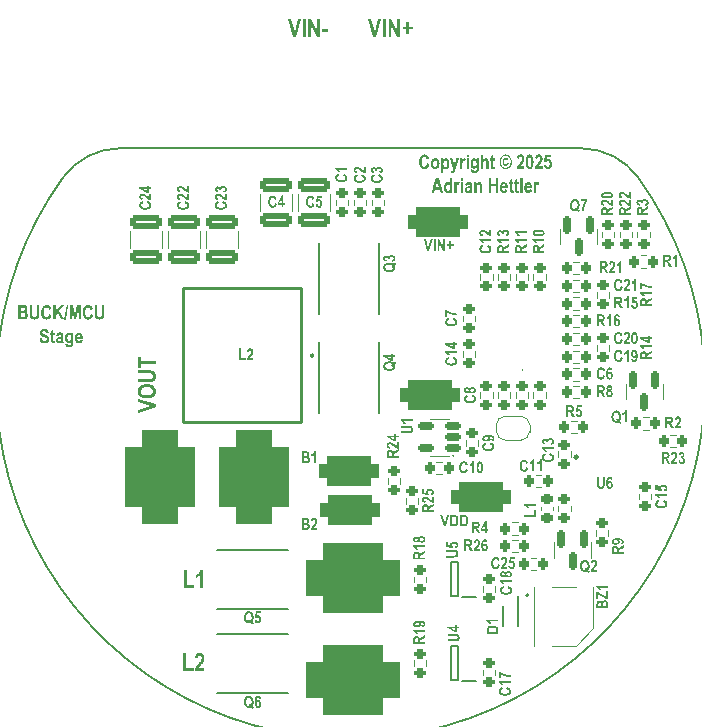
<source format=gto>
G04 #@! TF.GenerationSoftware,KiCad,Pcbnew,8.0.4*
G04 #@! TF.CreationDate,2025-04-17T01:05:08+02:00*
G04 #@! TF.ProjectId,buck_mcu_stage,6275636b-5f6d-4637-955f-73746167652e,rev?*
G04 #@! TF.SameCoordinates,Original*
G04 #@! TF.FileFunction,Legend,Top*
G04 #@! TF.FilePolarity,Positive*
%FSLAX46Y46*%
G04 Gerber Fmt 4.6, Leading zero omitted, Abs format (unit mm)*
G04 Created by KiCad (PCBNEW 8.0.4) date 2025-04-17 01:05:08*
%MOMM*%
%LPD*%
G01*
G04 APERTURE LIST*
G04 Aperture macros list*
%AMRoundRect*
0 Rectangle with rounded corners*
0 $1 Rounding radius*
0 $2 $3 $4 $5 $6 $7 $8 $9 X,Y pos of 4 corners*
0 Add a 4 corners polygon primitive as box body*
4,1,4,$2,$3,$4,$5,$6,$7,$8,$9,$2,$3,0*
0 Add four circle primitives for the rounded corners*
1,1,$1+$1,$2,$3*
1,1,$1+$1,$4,$5*
1,1,$1+$1,$6,$7*
1,1,$1+$1,$8,$9*
0 Add four rect primitives between the rounded corners*
20,1,$1+$1,$2,$3,$4,$5,0*
20,1,$1+$1,$4,$5,$6,$7,0*
20,1,$1+$1,$6,$7,$8,$9,0*
20,1,$1+$1,$8,$9,$2,$3,0*%
%AMFreePoly0*
4,1,19,0.500000,-0.750000,0.000000,-0.750000,0.000000,-0.744911,-0.071157,-0.744911,-0.207708,-0.704816,-0.327430,-0.627875,-0.420627,-0.520320,-0.479746,-0.390866,-0.500000,-0.250000,-0.500000,0.250000,-0.479746,0.390866,-0.420627,0.520320,-0.327430,0.627875,-0.207708,0.704816,-0.071157,0.744911,0.000000,0.744911,0.000000,0.750000,0.500000,0.750000,0.500000,-0.750000,0.500000,-0.750000,
$1*%
%AMFreePoly1*
4,1,19,0.000000,0.744911,0.071157,0.744911,0.207708,0.704816,0.327430,0.627875,0.420627,0.520320,0.479746,0.390866,0.500000,0.250000,0.500000,-0.250000,0.479746,-0.390866,0.420627,-0.520320,0.327430,-0.627875,0.207708,-0.704816,0.071157,-0.744911,0.000000,-0.744911,0.000000,-0.750000,-0.500000,-0.750000,-0.500000,0.750000,0.000000,0.750000,0.000000,0.744911,0.000000,0.744911,
$1*%
G04 Aperture macros list end*
%ADD10C,0.200000*%
%ADD11C,0.150000*%
%ADD12C,0.300000*%
%ADD13C,0.240000*%
%ADD14C,0.120000*%
%ADD15C,0.100000*%
%ADD16C,0.254000*%
%ADD17C,0.250000*%
%ADD18RoundRect,0.200000X-0.275000X0.200000X-0.275000X-0.200000X0.275000X-0.200000X0.275000X0.200000X0*%
%ADD19RoundRect,0.150000X-0.150000X0.587500X-0.150000X-0.587500X0.150000X-0.587500X0.150000X0.587500X0*%
%ADD20R,1.372000X0.710000*%
%ADD21R,0.595000X0.710000*%
%ADD22R,0.656000X0.710000*%
%ADD23R,3.850000X4.520000*%
%ADD24RoundRect,1.500000X2.500000X-1.500000X2.500000X1.500000X-2.500000X1.500000X-2.500000X-1.500000X0*%
%ADD25RoundRect,0.200000X0.275000X-0.200000X0.275000X0.200000X-0.275000X0.200000X-0.275000X-0.200000X0*%
%ADD26C,7.000000*%
%ADD27RoundRect,0.250000X1.100000X-0.325000X1.100000X0.325000X-1.100000X0.325000X-1.100000X-0.325000X0*%
%ADD28RoundRect,1.500000X-1.500000X-2.500000X1.500000X-2.500000X1.500000X2.500000X-1.500000X2.500000X0*%
%ADD29RoundRect,0.200000X-0.200000X-0.275000X0.200000X-0.275000X0.200000X0.275000X-0.200000X0.275000X0*%
%ADD30R,0.250000X0.600000*%
%ADD31R,0.600000X0.250000*%
%ADD32R,1.700000X2.700000*%
%ADD33RoundRect,0.200000X0.200000X0.275000X-0.200000X0.275000X-0.200000X-0.275000X0.200000X-0.275000X0*%
%ADD34R,0.710000X1.372000*%
%ADD35R,0.710000X0.595000*%
%ADD36R,0.710000X0.656000*%
%ADD37R,4.520000X3.850000*%
%ADD38RoundRect,0.625000X1.875000X-0.625000X1.875000X0.625000X-1.875000X0.625000X-1.875000X-0.625000X0*%
%ADD39RoundRect,0.625000X-1.875000X0.625000X-1.875000X-0.625000X1.875000X-0.625000X1.875000X0.625000X0*%
%ADD40RoundRect,1.500000X1.500000X2.500000X-1.500000X2.500000X-1.500000X-2.500000X1.500000X-2.500000X0*%
%ADD41R,2.380000X9.000000*%
%ADD42RoundRect,0.218750X0.256250X-0.218750X0.256250X0.218750X-0.256250X0.218750X-0.256250X-0.218750X0*%
%ADD43R,0.830000X0.630000*%
%ADD44R,1.200000X0.600000*%
%ADD45R,1.000000X1.700000*%
%ADD46RoundRect,0.150000X0.512500X0.150000X-0.512500X0.150000X-0.512500X-0.150000X0.512500X-0.150000X0*%
%ADD47R,0.600000X0.300000*%
%ADD48R,0.300000X0.600000*%
%ADD49FreePoly0,180.000000*%
%ADD50FreePoly1,180.000000*%
%ADD51C,2.600000*%
G04 APERTURE END LIST*
D10*
X125633014Y-82500000D02*
G75*
G02*
X130506411Y-80000009I4873386J-3500000D01*
G01*
X169493610Y-80000000D02*
G75*
G02*
X174366993Y-82499995I-10J-6000000D01*
G01*
X174366986Y-82500000D02*
G75*
G02*
X125633014Y-82500000I-24366986J-17500000D01*
G01*
X169493610Y-80000000D02*
X130506411Y-80000000D01*
D11*
G36*
X146236372Y-105665750D02*
G01*
X146290216Y-105669947D01*
X146338784Y-105678319D01*
X146371284Y-105689005D01*
X146413072Y-105714819D01*
X146449137Y-105752967D01*
X146463852Y-105774734D01*
X146485405Y-105818844D01*
X146498012Y-105866879D01*
X146501709Y-105913953D01*
X146497175Y-105965702D01*
X146483574Y-106013604D01*
X146469469Y-106043401D01*
X146440090Y-106085277D01*
X146401328Y-106119284D01*
X146385694Y-106128642D01*
X146432456Y-106151025D01*
X146471657Y-106182239D01*
X146500732Y-106218279D01*
X146524372Y-106265031D01*
X146537347Y-106313193D01*
X146542213Y-106366745D01*
X146542254Y-106372397D01*
X146538941Y-106425351D01*
X146529003Y-106474063D01*
X146509904Y-106523790D01*
X146489253Y-106558754D01*
X146458051Y-106596883D01*
X146419802Y-106628463D01*
X146373376Y-106650087D01*
X146364445Y-106652543D01*
X146314211Y-106659635D01*
X146258028Y-106662944D01*
X146205031Y-106664403D01*
X146153757Y-106664951D01*
X146131437Y-106665000D01*
X145850558Y-106665000D01*
X145850558Y-106493053D01*
X146016887Y-106493053D01*
X146171493Y-106493053D01*
X146222888Y-106492222D01*
X146273504Y-106488530D01*
X146301919Y-106482550D01*
X146342625Y-106452101D01*
X146350279Y-106441273D01*
X146367509Y-106393513D01*
X146369818Y-106362871D01*
X146363172Y-106313403D01*
X146348813Y-106282515D01*
X146313687Y-106248544D01*
X146293370Y-106239284D01*
X146244916Y-106230694D01*
X146194904Y-106227889D01*
X146151465Y-106227316D01*
X146016887Y-106227316D01*
X146016887Y-106493053D01*
X145850558Y-106493053D01*
X145850558Y-106055369D01*
X146016887Y-106055369D01*
X146126796Y-106055369D01*
X146176468Y-106055118D01*
X146227137Y-106053869D01*
X146249162Y-106052194D01*
X146296947Y-106034598D01*
X146315596Y-106018244D01*
X146336919Y-105973821D01*
X146339776Y-105943750D01*
X146331361Y-105895450D01*
X146320237Y-105875607D01*
X146281352Y-105845590D01*
X146272854Y-105843122D01*
X146223888Y-105838389D01*
X146172561Y-105836940D01*
X146121260Y-105836534D01*
X146113119Y-105836528D01*
X146016887Y-105836528D01*
X146016887Y-106055369D01*
X145850558Y-106055369D01*
X145850558Y-105664581D01*
X146181018Y-105664581D01*
X146236372Y-105665750D01*
G37*
G36*
X147049302Y-106665000D02*
G01*
X146891277Y-106665000D01*
X146891277Y-105930317D01*
X146851179Y-105969774D01*
X146808463Y-106004368D01*
X146763129Y-106034101D01*
X146715177Y-106058972D01*
X146686601Y-106071001D01*
X146686601Y-105899054D01*
X146732487Y-105876041D01*
X146775153Y-105846656D01*
X146814328Y-105813316D01*
X146823133Y-105805020D01*
X146859555Y-105765322D01*
X146889138Y-105722339D01*
X146911882Y-105676072D01*
X146921563Y-105648949D01*
X147049302Y-105648949D01*
X147049302Y-106665000D01*
G37*
G36*
X156483734Y-88695000D02*
G01*
X156188933Y-87694581D01*
X156369672Y-87694581D01*
X156578500Y-88434881D01*
X156780489Y-87694581D01*
X156957565Y-87694581D01*
X156662275Y-88695000D01*
X156483734Y-88695000D01*
G37*
G36*
X157032792Y-88695000D02*
G01*
X157032792Y-87694581D01*
X157199121Y-87694581D01*
X157199121Y-88695000D01*
X157032792Y-88695000D01*
G37*
G36*
X157358367Y-88695000D02*
G01*
X157358367Y-87694581D01*
X157520300Y-87694581D01*
X157858332Y-88362585D01*
X157858332Y-87694581D01*
X158013671Y-87694581D01*
X158013671Y-88695000D01*
X157845876Y-88695000D01*
X157513461Y-88042627D01*
X157513461Y-88695000D01*
X157358367Y-88695000D01*
G37*
G36*
X158364648Y-88554316D02*
G01*
X158364648Y-88288579D01*
X158148249Y-88288579D01*
X158148249Y-88132264D01*
X158364648Y-88132264D01*
X158364648Y-87866528D01*
X158508995Y-87866528D01*
X158508995Y-88132264D01*
X158725883Y-88132264D01*
X158725883Y-88288579D01*
X158508995Y-88288579D01*
X158508995Y-88554316D01*
X158364648Y-88554316D01*
G37*
D12*
G36*
X135878420Y-117245000D02*
G01*
X135878420Y-115744371D01*
X136127547Y-115744371D01*
X136127547Y-116987079D01*
X136750000Y-116987079D01*
X136750000Y-117245000D01*
X135878420Y-117245000D01*
G37*
G36*
X137478699Y-117245000D02*
G01*
X137241661Y-117245000D01*
X137241661Y-116142976D01*
X137181514Y-116202161D01*
X137117441Y-116254053D01*
X137049440Y-116298652D01*
X136977513Y-116335958D01*
X136934648Y-116354002D01*
X136934648Y-116096081D01*
X137003477Y-116061562D01*
X137067476Y-116017484D01*
X137126238Y-115967474D01*
X137139446Y-115955031D01*
X137194079Y-115895483D01*
X137238454Y-115831009D01*
X137272570Y-115761609D01*
X137287090Y-115720924D01*
X137478699Y-115720924D01*
X137478699Y-117245000D01*
G37*
G36*
X133495000Y-101948691D02*
G01*
X131994371Y-102390893D01*
X131994371Y-102119783D01*
X133104822Y-101806541D01*
X131994371Y-101503558D01*
X131994371Y-101237944D01*
X133495000Y-101680879D01*
X133495000Y-101948691D01*
G37*
G36*
X132836002Y-99968332D02*
G01*
X132922189Y-99976644D01*
X133003247Y-99990497D01*
X133079176Y-100009891D01*
X133149976Y-100034827D01*
X133231263Y-100073789D01*
X133304536Y-100121409D01*
X133331601Y-100142881D01*
X133385429Y-100194249D01*
X133437979Y-100263046D01*
X133477392Y-100339647D01*
X133500200Y-100409444D01*
X133513885Y-100484662D01*
X133518447Y-100565299D01*
X133513939Y-100646570D01*
X133500415Y-100722314D01*
X133477875Y-100792529D01*
X133438926Y-100869492D01*
X133386994Y-100938494D01*
X133333799Y-100989916D01*
X133263902Y-101040999D01*
X133186330Y-101083424D01*
X133101085Y-101117191D01*
X133027362Y-101137971D01*
X132948729Y-101153210D01*
X132865183Y-101162907D01*
X132776726Y-101167063D01*
X132753845Y-101167236D01*
X132672575Y-101165286D01*
X132595922Y-101159436D01*
X132510029Y-101147269D01*
X132430783Y-101129486D01*
X132358183Y-101106087D01*
X132313475Y-101087368D01*
X132242046Y-101050095D01*
X132179066Y-101008158D01*
X132117437Y-100954520D01*
X132066844Y-100894791D01*
X132055921Y-100878907D01*
X132018735Y-100811015D01*
X131992173Y-100736300D01*
X131976236Y-100654761D01*
X131971007Y-100577817D01*
X131970924Y-100566398D01*
X131970991Y-100565299D01*
X132228845Y-100565299D01*
X132238785Y-100646743D01*
X132268605Y-100719202D01*
X132318306Y-100782678D01*
X132354508Y-100814061D01*
X132425949Y-100855895D01*
X132502585Y-100882695D01*
X132578765Y-100898383D01*
X132664632Y-100907347D01*
X132743586Y-100909682D01*
X132821258Y-100907267D01*
X132906129Y-100897993D01*
X132981906Y-100881764D01*
X133058820Y-100854040D01*
X133123357Y-100816849D01*
X133131566Y-100810763D01*
X133187986Y-100758328D01*
X133232190Y-100692221D01*
X133255993Y-100618580D01*
X133260526Y-100565299D01*
X133250383Y-100486454D01*
X133219954Y-100415608D01*
X133169239Y-100352760D01*
X133132299Y-100321301D01*
X133059598Y-100278825D01*
X132981898Y-100251615D01*
X132904833Y-100235686D01*
X132818108Y-100226584D01*
X132738457Y-100224214D01*
X132660374Y-100226522D01*
X132575435Y-100235383D01*
X132500053Y-100250891D01*
X132424185Y-100277383D01*
X132353408Y-100318736D01*
X132298912Y-100369455D01*
X132256215Y-100435217D01*
X132233224Y-100510194D01*
X132228845Y-100565299D01*
X131970991Y-100565299D01*
X131975835Y-100485686D01*
X131990566Y-100409785D01*
X132015119Y-100338696D01*
X132049492Y-100272420D01*
X132093687Y-100210955D01*
X132147702Y-100154303D01*
X132172058Y-100132989D01*
X132239072Y-100084756D01*
X132314404Y-100044697D01*
X132398054Y-100012814D01*
X132470963Y-99993193D01*
X132549196Y-99978805D01*
X132632753Y-99969649D01*
X132721634Y-99965725D01*
X132744685Y-99965561D01*
X132836002Y-99968332D01*
G37*
G36*
X131994371Y-99780181D02*
G01*
X131994371Y-99531053D01*
X132806601Y-99531053D01*
X132882997Y-99530615D01*
X132962672Y-99528763D01*
X133036449Y-99524041D01*
X133052798Y-99521894D01*
X133126030Y-99500941D01*
X133188260Y-99461471D01*
X133206304Y-99443126D01*
X133245224Y-99375779D01*
X133259679Y-99303478D01*
X133260526Y-99278628D01*
X133252154Y-99204573D01*
X133222424Y-99137578D01*
X133166282Y-99084895D01*
X133115812Y-99062839D01*
X133042809Y-99050561D01*
X132959317Y-99045070D01*
X132877349Y-99043004D01*
X132823820Y-99042689D01*
X131994371Y-99042689D01*
X131994371Y-98792096D01*
X132781322Y-98792096D01*
X132871468Y-98792892D01*
X132953456Y-98795280D01*
X133027287Y-98799261D01*
X133105116Y-98806139D01*
X133181071Y-98817061D01*
X133217295Y-98824703D01*
X133288898Y-98849300D01*
X133352445Y-98886823D01*
X133407935Y-98937271D01*
X133435282Y-98970882D01*
X133475484Y-99040711D01*
X133500173Y-99112415D01*
X133514467Y-99193187D01*
X133518447Y-99271301D01*
X133515151Y-99351881D01*
X133503313Y-99434056D01*
X133482865Y-99505651D01*
X133449570Y-99573551D01*
X133400855Y-99635726D01*
X133341264Y-99686237D01*
X133270796Y-99725084D01*
X133255397Y-99731454D01*
X133179560Y-99752772D01*
X133105371Y-99764763D01*
X133032213Y-99772139D01*
X132948750Y-99777135D01*
X132874562Y-99779419D01*
X132793778Y-99780181D01*
X131994371Y-99780181D01*
G37*
G36*
X133495000Y-98256472D02*
G01*
X132252292Y-98256472D01*
X132252292Y-98624301D01*
X131994371Y-98624301D01*
X131994371Y-97640247D01*
X132252292Y-97640247D01*
X132252292Y-98006978D01*
X133495000Y-98006978D01*
X133495000Y-98256472D01*
G37*
D13*
G36*
X156473461Y-81289811D02*
G01*
X156667194Y-81364842D01*
X156651531Y-81426174D01*
X156632934Y-81482125D01*
X156606744Y-81542163D01*
X156576330Y-81594452D01*
X156535508Y-81645663D01*
X156516252Y-81664382D01*
X156467762Y-81701155D01*
X156414616Y-81728896D01*
X156356813Y-81747606D01*
X156294355Y-81757283D01*
X156256573Y-81758757D01*
X156197828Y-81755151D01*
X156132074Y-81741302D01*
X156071494Y-81717067D01*
X156016086Y-81682446D01*
X155965850Y-81637438D01*
X155942672Y-81611039D01*
X155902734Y-81554737D01*
X155869565Y-81492623D01*
X155843166Y-81424700D01*
X155826920Y-81366178D01*
X155815006Y-81303937D01*
X155807425Y-81237978D01*
X155804175Y-81168300D01*
X155804040Y-81150300D01*
X155806215Y-81075813D01*
X155812741Y-81005494D01*
X155823618Y-80939342D01*
X155838845Y-80877358D01*
X155858422Y-80819541D01*
X155882350Y-80765892D01*
X155918379Y-80704690D01*
X155943258Y-80671095D01*
X155983202Y-80627780D01*
X156036481Y-80585492D01*
X156095591Y-80553776D01*
X156160534Y-80532633D01*
X156219108Y-80523089D01*
X156268883Y-80520739D01*
X156329405Y-80524768D01*
X156395196Y-80539652D01*
X156455798Y-80565504D01*
X156511210Y-80602324D01*
X156547613Y-80635338D01*
X156584817Y-80681005D01*
X156616709Y-80736528D01*
X156640257Y-80793194D01*
X156659738Y-80857406D01*
X156664556Y-80877138D01*
X156466720Y-80933412D01*
X156451149Y-80875526D01*
X156425559Y-80822431D01*
X156391102Y-80780418D01*
X156341994Y-80745881D01*
X156281535Y-80728378D01*
X156258039Y-80727076D01*
X156199579Y-80734587D01*
X156142128Y-80760553D01*
X156097177Y-80799781D01*
X156079253Y-80822037D01*
X156048991Y-80877083D01*
X156029605Y-80937901D01*
X156018257Y-80999430D01*
X156011772Y-81069634D01*
X156010083Y-81134766D01*
X156011729Y-81202367D01*
X156016666Y-81263571D01*
X156026936Y-81328572D01*
X156044908Y-81392764D01*
X156073347Y-81450774D01*
X156077494Y-81456873D01*
X156118777Y-81503061D01*
X156172152Y-81536652D01*
X156233426Y-81551581D01*
X156253349Y-81552421D01*
X156314115Y-81542069D01*
X156367819Y-81511015D01*
X156390223Y-81489699D01*
X156426109Y-81437649D01*
X156449803Y-81382080D01*
X156466582Y-81322875D01*
X156473461Y-81289811D01*
G37*
G36*
X157219875Y-80844414D02*
G01*
X157276980Y-80858788D01*
X157336987Y-80887669D01*
X157389868Y-80929594D01*
X157429525Y-80975910D01*
X157463192Y-81028536D01*
X157489893Y-81084418D01*
X157509628Y-81143556D01*
X157522398Y-81205950D01*
X157528203Y-81271600D01*
X157528590Y-81294207D01*
X157525366Y-81360409D01*
X157515694Y-81423314D01*
X157499574Y-81482922D01*
X157477006Y-81539232D01*
X157445440Y-81596437D01*
X157408773Y-81645064D01*
X157362050Y-81689034D01*
X157341598Y-81703656D01*
X157287817Y-81732713D01*
X157230887Y-81751009D01*
X157170809Y-81758542D01*
X157158416Y-81758757D01*
X157091012Y-81752895D01*
X157028826Y-81735308D01*
X156971857Y-81705996D01*
X156920105Y-81664959D01*
X156892875Y-81636245D01*
X156857017Y-81586635D01*
X156828578Y-81529688D01*
X156807558Y-81465405D01*
X156795708Y-81406231D01*
X156789010Y-81341963D01*
X156787730Y-81299190D01*
X156981974Y-81299190D01*
X156985217Y-81362223D01*
X156996616Y-81423369D01*
X157018907Y-81479183D01*
X157033852Y-81502302D01*
X157075810Y-81544274D01*
X157132470Y-81568757D01*
X157159295Y-81571179D01*
X157217943Y-81557939D01*
X157265369Y-81521936D01*
X157281807Y-81502009D01*
X157311009Y-81446496D01*
X157325885Y-81389535D01*
X157332297Y-81330184D01*
X157333098Y-81297431D01*
X157329856Y-81235534D01*
X157318457Y-81175228D01*
X157296166Y-81119803D01*
X157281221Y-81096664D01*
X157239387Y-81054335D01*
X157183183Y-81029643D01*
X157156657Y-81027201D01*
X157097897Y-81040497D01*
X157050165Y-81076653D01*
X157033559Y-81096664D01*
X157004190Y-81151803D01*
X156988070Y-81215092D01*
X156982428Y-81274750D01*
X156981974Y-81299190D01*
X156787730Y-81299190D01*
X156787362Y-81286880D01*
X156790549Y-81223719D01*
X156800111Y-81163489D01*
X156816048Y-81106189D01*
X156838360Y-81051821D01*
X156869668Y-80996336D01*
X156905892Y-80949245D01*
X156951905Y-80906764D01*
X156972009Y-80892672D01*
X157025516Y-80864697D01*
X157083086Y-80847083D01*
X157144721Y-80839830D01*
X157157536Y-80839623D01*
X157219875Y-80844414D01*
G37*
G36*
X158127724Y-80846968D02*
G01*
X158182697Y-80869005D01*
X158233383Y-80905733D01*
X158274218Y-80949921D01*
X158279783Y-80957152D01*
X158314387Y-81013298D01*
X158337282Y-81068946D01*
X158353933Y-81131540D01*
X158364340Y-81201078D01*
X158368243Y-81264332D01*
X158368590Y-81290983D01*
X158366415Y-81359277D01*
X158359889Y-81422377D01*
X158349012Y-81480281D01*
X158330218Y-81542908D01*
X158305159Y-81598055D01*
X158279490Y-81638297D01*
X158238896Y-81685234D01*
X158188553Y-81724760D01*
X158133997Y-81749229D01*
X158075227Y-81758640D01*
X158067585Y-81758757D01*
X158009405Y-81750982D01*
X157961779Y-81731207D01*
X157914668Y-81695315D01*
X157871860Y-81648372D01*
X157858318Y-81630969D01*
X157858318Y-82077641D01*
X157668101Y-82077641D01*
X157668101Y-81284829D01*
X157855973Y-81284829D01*
X157858273Y-81345596D01*
X157866535Y-81405909D01*
X157885311Y-81467596D01*
X157904040Y-81501716D01*
X157946622Y-81546691D01*
X158003929Y-81570093D01*
X158020690Y-81571179D01*
X158080628Y-81555132D01*
X158124658Y-81514764D01*
X158130307Y-81506992D01*
X158155670Y-81453235D01*
X158168592Y-81394930D01*
X158174160Y-81332282D01*
X158174857Y-81297138D01*
X158171999Y-81232512D01*
X158161953Y-81170667D01*
X158142306Y-81115438D01*
X158129134Y-81093147D01*
X158088647Y-81050450D01*
X158033637Y-81028232D01*
X158017466Y-81027201D01*
X157957643Y-81041305D01*
X157910872Y-81079917D01*
X157901988Y-81091388D01*
X157873948Y-81148678D01*
X157860467Y-81210399D01*
X157856153Y-81268926D01*
X157855973Y-81284829D01*
X157668101Y-81284829D01*
X157668101Y-80858381D01*
X157845129Y-80858381D01*
X157845129Y-80987048D01*
X157878431Y-80935830D01*
X157922733Y-80891816D01*
X157940676Y-80878897D01*
X157994420Y-80852049D01*
X158055737Y-80839968D01*
X158068464Y-80839623D01*
X158127724Y-80846968D01*
G37*
G36*
X158424864Y-80858381D02*
G01*
X158627683Y-80858381D01*
X158798262Y-81490872D01*
X158966496Y-80858381D01*
X159162575Y-80858381D01*
X158909637Y-81706880D01*
X158860984Y-81871598D01*
X158838888Y-81929384D01*
X158812953Y-81982496D01*
X158797090Y-82007006D01*
X158755915Y-82049170D01*
X158716196Y-82073244D01*
X158657739Y-82091311D01*
X158595443Y-82096399D01*
X158534196Y-82096399D01*
X158487585Y-82096399D01*
X158470879Y-81890062D01*
X158527840Y-81906988D01*
X158550893Y-81908820D01*
X158608707Y-81896834D01*
X158640286Y-81874822D01*
X158674015Y-81823293D01*
X158694897Y-81762680D01*
X158697732Y-81751723D01*
X158424864Y-80858381D01*
G37*
G36*
X159463286Y-81740000D02*
G01*
X159272777Y-81740000D01*
X159272777Y-80858381D01*
X159449218Y-80858381D01*
X159449218Y-80982944D01*
X159479308Y-80929928D01*
X159514298Y-80882788D01*
X159530404Y-80867759D01*
X159584835Y-80842370D01*
X159613056Y-80839623D01*
X159672978Y-80849218D01*
X159726465Y-80875489D01*
X159737620Y-80883293D01*
X159678416Y-81084061D01*
X159627143Y-81053252D01*
X159589316Y-81045959D01*
X159533216Y-81064027D01*
X159519560Y-81075561D01*
X159489949Y-81127556D01*
X159476476Y-81182540D01*
X159469520Y-81243579D01*
X159465811Y-81310670D01*
X159464111Y-81371639D01*
X159463338Y-81441737D01*
X159463286Y-81467131D01*
X159463286Y-81740000D01*
G37*
G36*
X159816755Y-80745833D02*
G01*
X159816755Y-80539497D01*
X160007264Y-80539497D01*
X160007264Y-80745833D01*
X159816755Y-80745833D01*
G37*
G36*
X159816755Y-81740000D02*
G01*
X159816755Y-80858381D01*
X160007264Y-80858381D01*
X160007264Y-81740000D01*
X159816755Y-81740000D01*
G37*
G36*
X160519512Y-80847286D02*
G01*
X160574239Y-80870277D01*
X160581137Y-80874501D01*
X160626794Y-80912087D01*
X160665071Y-80959648D01*
X160678737Y-80981186D01*
X160678737Y-80858381D01*
X160856936Y-80858381D01*
X160856936Y-81648555D01*
X160855720Y-81716098D01*
X160852073Y-81776283D01*
X160844744Y-81837201D01*
X160832315Y-81894560D01*
X160822351Y-81923768D01*
X160794107Y-81977619D01*
X160753104Y-82024990D01*
X160715373Y-82052728D01*
X160659224Y-82077591D01*
X160596758Y-82091238D01*
X160531241Y-82096228D01*
X160515485Y-82096399D01*
X160452919Y-82093733D01*
X160392102Y-82084516D01*
X160335783Y-82066775D01*
X160326734Y-82062693D01*
X160274619Y-82030031D01*
X160233533Y-81986341D01*
X160218290Y-81962456D01*
X160194000Y-81904916D01*
X160182569Y-81845620D01*
X160180774Y-81808290D01*
X160180774Y-81777515D01*
X160398541Y-81815031D01*
X160416000Y-81872778D01*
X160428436Y-81887131D01*
X160485709Y-81907782D01*
X160508157Y-81908820D01*
X160568016Y-81903195D01*
X160609567Y-81888890D01*
X160649598Y-81844669D01*
X160651479Y-81840530D01*
X160663960Y-81782667D01*
X160666427Y-81722121D01*
X160666427Y-81597850D01*
X160632808Y-81646238D01*
X160589732Y-81689979D01*
X160570000Y-81704535D01*
X160513506Y-81731133D01*
X160455353Y-81739965D01*
X160451298Y-81740000D01*
X160387047Y-81731398D01*
X160328824Y-81705594D01*
X160282131Y-81668216D01*
X160250237Y-81631263D01*
X160218264Y-81581570D01*
X160192905Y-81525695D01*
X160174162Y-81463637D01*
X160162035Y-81395397D01*
X160156981Y-81333808D01*
X160156155Y-81294794D01*
X160156417Y-81286587D01*
X160350767Y-81286587D01*
X160353570Y-81351214D01*
X160363423Y-81412708D01*
X160385100Y-81471748D01*
X160395610Y-81488820D01*
X160438438Y-81532297D01*
X160496177Y-81552173D01*
X160504054Y-81552421D01*
X160563761Y-81538253D01*
X160611702Y-81499464D01*
X160620998Y-81487941D01*
X160648698Y-81435715D01*
X160663902Y-81374532D01*
X160669461Y-81308308D01*
X160669651Y-81292156D01*
X160666738Y-81228866D01*
X160656498Y-81168220D01*
X160633971Y-81109271D01*
X160623049Y-81091974D01*
X160581606Y-81050036D01*
X160524891Y-81028213D01*
X160508157Y-81027201D01*
X160449708Y-81041176D01*
X160404219Y-81079436D01*
X160395610Y-81090802D01*
X160368284Y-81148147D01*
X160355146Y-81210670D01*
X160350942Y-81270332D01*
X160350767Y-81286587D01*
X160156417Y-81286587D01*
X160158315Y-81227058D01*
X160164798Y-81164717D01*
X160178283Y-81097030D01*
X160197991Y-81037112D01*
X160228850Y-80977028D01*
X160244668Y-80954515D01*
X160285302Y-80909747D01*
X160336103Y-80872048D01*
X160391557Y-80848711D01*
X160451664Y-80839735D01*
X160459504Y-80839623D01*
X160519512Y-80847286D01*
G37*
G36*
X161230335Y-80539497D02*
G01*
X161230335Y-80970635D01*
X161268794Y-80922568D01*
X161313673Y-80883138D01*
X161330572Y-80872156D01*
X161387725Y-80847756D01*
X161449567Y-80839623D01*
X161510017Y-80846052D01*
X161566575Y-80867529D01*
X161593182Y-80885345D01*
X161634629Y-80928593D01*
X161665144Y-80984514D01*
X161675540Y-81014598D01*
X161686614Y-81072699D01*
X161691565Y-81132233D01*
X161693552Y-81196635D01*
X161693712Y-81223572D01*
X161693712Y-81740000D01*
X161504082Y-81740000D01*
X161504082Y-81281018D01*
X161503100Y-81216857D01*
X161499574Y-81157542D01*
X161489476Y-81096597D01*
X161483566Y-81081130D01*
X161441404Y-81039051D01*
X161385380Y-81027201D01*
X161327437Y-81038421D01*
X161279051Y-81075344D01*
X161271074Y-81085819D01*
X161246249Y-81143948D01*
X161235149Y-81206423D01*
X161230971Y-81266203D01*
X161230335Y-81304759D01*
X161230335Y-81740000D01*
X161040118Y-81740000D01*
X161040118Y-80539497D01*
X161230335Y-80539497D01*
G37*
G36*
X162210725Y-80858381D02*
G01*
X162210725Y-81045959D01*
X162081179Y-81045959D01*
X162081179Y-81403237D01*
X162081751Y-81466246D01*
X162084757Y-81525018D01*
X162087041Y-81537766D01*
X162133935Y-81571179D01*
X162192085Y-81556474D01*
X162209846Y-81548904D01*
X162226259Y-81723879D01*
X162169824Y-81746462D01*
X162107682Y-81757531D01*
X162077076Y-81758757D01*
X162015308Y-81751158D01*
X161960718Y-81724173D01*
X161922425Y-81678512D01*
X161902100Y-81623935D01*
X161894286Y-81562915D01*
X161891574Y-81503662D01*
X161890681Y-81437835D01*
X161890670Y-81428736D01*
X161890670Y-81045959D01*
X161803328Y-81045959D01*
X161803328Y-80858381D01*
X161890670Y-80858381D01*
X161890670Y-80689560D01*
X162081179Y-80558255D01*
X162081179Y-80858381D01*
X162210725Y-80858381D01*
G37*
G36*
X163202025Y-80790603D02*
G01*
X163260769Y-80817403D01*
X163309415Y-80863949D01*
X163343075Y-80919563D01*
X163365457Y-80976991D01*
X163369316Y-80989685D01*
X163259700Y-81008443D01*
X163236212Y-80954038D01*
X163192344Y-80909195D01*
X163139532Y-80895896D01*
X163081318Y-80912440D01*
X163039295Y-80954515D01*
X163013487Y-81012884D01*
X163002587Y-81072727D01*
X162999434Y-81137697D01*
X163001852Y-81196700D01*
X163011675Y-81258758D01*
X163033438Y-81316076D01*
X163038122Y-81323810D01*
X163079888Y-81368653D01*
X163127808Y-81383600D01*
X163188589Y-81365868D01*
X163230080Y-81318974D01*
X163253834Y-81260355D01*
X163260579Y-81233538D01*
X163369316Y-81271053D01*
X163351812Y-81329910D01*
X163326109Y-81384864D01*
X163290233Y-81432620D01*
X163282854Y-81439874D01*
X163234865Y-81474166D01*
X163176272Y-81493455D01*
X163141877Y-81496147D01*
X163082245Y-81488914D01*
X163022676Y-81463910D01*
X162975085Y-81426135D01*
X162955764Y-81404703D01*
X162922937Y-81353943D01*
X162899490Y-81293401D01*
X162886667Y-81232403D01*
X162881025Y-81163916D01*
X162880732Y-81142972D01*
X162883319Y-81080073D01*
X162892874Y-81014114D01*
X162909469Y-80956149D01*
X162937056Y-80899693D01*
X162954298Y-80875380D01*
X162999136Y-80830892D01*
X163050558Y-80800964D01*
X163108565Y-80785596D01*
X163143635Y-80783349D01*
X163202025Y-80790603D01*
G37*
G36*
X163199469Y-80525539D02*
G01*
X163262924Y-80539937D01*
X163324619Y-80563934D01*
X163377160Y-80592805D01*
X163384556Y-80597529D01*
X163434257Y-80634435D01*
X163479749Y-80677960D01*
X163521035Y-80728105D01*
X163558112Y-80784870D01*
X163577411Y-80820279D01*
X163602810Y-80875893D01*
X163622954Y-80933485D01*
X163637844Y-80993056D01*
X163647478Y-81054605D01*
X163651857Y-81118133D01*
X163652149Y-81139748D01*
X163649521Y-81203946D01*
X163641639Y-81266185D01*
X163628501Y-81326467D01*
X163610109Y-81384791D01*
X163586461Y-81441157D01*
X163577411Y-81459511D01*
X163547938Y-81511714D01*
X163509620Y-81566498D01*
X163467066Y-81614689D01*
X163420277Y-81656289D01*
X163384263Y-81681967D01*
X163331728Y-81711888D01*
X163270211Y-81737085D01*
X163207119Y-81752683D01*
X163142451Y-81758682D01*
X163134256Y-81758757D01*
X163069520Y-81753958D01*
X163006322Y-81739560D01*
X162944663Y-81715563D01*
X162891973Y-81686692D01*
X162884543Y-81681967D01*
X162834714Y-81645076D01*
X162789093Y-81601593D01*
X162747680Y-81551518D01*
X162710474Y-81494851D01*
X162691102Y-81459511D01*
X162665802Y-81403797D01*
X162645737Y-81346126D01*
X162630906Y-81286497D01*
X162621310Y-81224910D01*
X162616948Y-81161365D01*
X162616657Y-81139748D01*
X162718946Y-81139748D01*
X162721807Y-81200973D01*
X162730390Y-81260010D01*
X162744696Y-81316858D01*
X162768051Y-81379150D01*
X162778737Y-81401772D01*
X162810848Y-81457881D01*
X162847393Y-81506919D01*
X162888371Y-81548886D01*
X162933782Y-81583782D01*
X162988174Y-81613960D01*
X163044189Y-81634261D01*
X163108332Y-81645235D01*
X163134549Y-81646210D01*
X163193066Y-81641272D01*
X163249913Y-81626457D01*
X163305091Y-81601767D01*
X163335024Y-81583782D01*
X163385823Y-81544026D01*
X163426306Y-81501176D01*
X163462393Y-81451254D01*
X163490362Y-81401772D01*
X163516777Y-81340553D01*
X163535645Y-81276475D01*
X163545963Y-81218064D01*
X163550503Y-81157464D01*
X163550739Y-81139748D01*
X163547850Y-81078538D01*
X163539183Y-81019543D01*
X163522202Y-80954834D01*
X163497674Y-80893019D01*
X163490362Y-80878018D01*
X163458122Y-80821799D01*
X163421486Y-80772725D01*
X163380453Y-80730794D01*
X163335024Y-80696008D01*
X163280773Y-80665688D01*
X163224854Y-80645292D01*
X163160763Y-80634266D01*
X163134549Y-80633286D01*
X163076010Y-80638248D01*
X163019093Y-80653132D01*
X162963799Y-80677939D01*
X162933782Y-80696008D01*
X162883006Y-80735645D01*
X162842583Y-80778468D01*
X162806592Y-80828436D01*
X162778737Y-80878018D01*
X162752578Y-80939109D01*
X162733894Y-81003094D01*
X162723675Y-81061456D01*
X162719179Y-81122033D01*
X162718946Y-81139748D01*
X162616657Y-81139748D01*
X162619274Y-81075561D01*
X162627126Y-81013353D01*
X162640212Y-80953122D01*
X162658532Y-80894870D01*
X162682087Y-80838597D01*
X162691102Y-80820279D01*
X162720675Y-80767976D01*
X162759083Y-80713102D01*
X162801698Y-80664849D01*
X162848521Y-80623215D01*
X162884543Y-80597529D01*
X162937064Y-80567608D01*
X162998530Y-80542411D01*
X163061536Y-80526813D01*
X163126080Y-80520814D01*
X163134256Y-80520739D01*
X163199469Y-80525539D01*
G37*
G36*
X164720467Y-81533663D02*
G01*
X164720467Y-81740000D01*
X164054270Y-81740000D01*
X164062440Y-81679201D01*
X164076106Y-81619905D01*
X164095267Y-81562111D01*
X164119923Y-81505819D01*
X164148852Y-81453769D01*
X164181530Y-81403863D01*
X164221482Y-81349074D01*
X164260332Y-81299685D01*
X164304234Y-81246904D01*
X164333000Y-81213607D01*
X164376552Y-81162919D01*
X164418819Y-81112064D01*
X164455858Y-81064867D01*
X164487166Y-81018995D01*
X164513242Y-80963257D01*
X164527910Y-80902595D01*
X164529958Y-80869811D01*
X164524105Y-80811282D01*
X164500831Y-80757041D01*
X164494494Y-80749057D01*
X164444527Y-80715041D01*
X164401291Y-80708318D01*
X164339580Y-80721672D01*
X164296231Y-80761734D01*
X164273113Y-80819766D01*
X164265296Y-80877138D01*
X164076545Y-80858381D01*
X164085420Y-80796251D01*
X164101818Y-80732023D01*
X164124722Y-80676687D01*
X164158867Y-80624333D01*
X164179127Y-80602512D01*
X164231577Y-80562983D01*
X164285712Y-80538707D01*
X164346918Y-80524652D01*
X164406273Y-80520739D01*
X164470816Y-80525662D01*
X164528009Y-80540430D01*
X164584374Y-80569364D01*
X164631141Y-80611157D01*
X164641332Y-80623614D01*
X164675954Y-80676939D01*
X164700683Y-80734036D01*
X164715521Y-80794908D01*
X164720467Y-80859553D01*
X164717130Y-80919980D01*
X164707117Y-80978859D01*
X164700244Y-81005512D01*
X164680185Y-81063048D01*
X164655228Y-81116416D01*
X164637815Y-81147662D01*
X164602386Y-81201538D01*
X164563558Y-81252625D01*
X164521609Y-81303330D01*
X164498011Y-81330551D01*
X164456483Y-81378306D01*
X164416372Y-81425585D01*
X164382240Y-81468597D01*
X164349954Y-81519730D01*
X164342965Y-81533663D01*
X164720467Y-81533663D01*
G37*
G36*
X165225817Y-80527331D02*
G01*
X165288397Y-80551007D01*
X165337474Y-80585849D01*
X165381249Y-80633874D01*
X165398388Y-80658492D01*
X165428668Y-80717393D01*
X165449115Y-80777544D01*
X165465212Y-80847756D01*
X165474958Y-80911169D01*
X165481919Y-80981021D01*
X165486095Y-81057312D01*
X165487400Y-81118755D01*
X165487487Y-81140041D01*
X165486704Y-81202587D01*
X165484355Y-81261522D01*
X165478786Y-81334483D01*
X165470433Y-81401024D01*
X165459296Y-81461145D01*
X165441458Y-81527266D01*
X165419270Y-81583356D01*
X165398388Y-81621004D01*
X165356912Y-81674680D01*
X165310191Y-81715171D01*
X165258225Y-81742480D01*
X165201013Y-81756605D01*
X165165966Y-81758757D01*
X165105515Y-81752236D01*
X165042885Y-81728811D01*
X164993734Y-81694340D01*
X164949856Y-81646826D01*
X164932665Y-81622470D01*
X164902485Y-81563813D01*
X164882104Y-81503566D01*
X164866060Y-81432986D01*
X164856347Y-81369083D01*
X164849409Y-81298567D01*
X164845246Y-81221438D01*
X164843945Y-81159252D01*
X164843868Y-81140041D01*
X165042575Y-81140041D01*
X165043097Y-81207159D01*
X165044663Y-81267829D01*
X165048089Y-81334599D01*
X165054354Y-81401424D01*
X165064632Y-81461050D01*
X165075987Y-81496441D01*
X165109543Y-81547531D01*
X165165380Y-81571179D01*
X165221743Y-81547346D01*
X165255066Y-81495854D01*
X165271076Y-81437256D01*
X165279905Y-81369239D01*
X165284272Y-81308634D01*
X165287021Y-81238012D01*
X165288056Y-81174301D01*
X165288185Y-81140041D01*
X165287668Y-81072988D01*
X165286115Y-81012363D01*
X165282719Y-80945625D01*
X165276509Y-80878800D01*
X165266321Y-80819122D01*
X165255066Y-80783642D01*
X165221743Y-80732151D01*
X165165380Y-80708318D01*
X165109543Y-80732151D01*
X165075987Y-80783642D01*
X165059836Y-80842287D01*
X165050928Y-80910404D01*
X165046523Y-80971115D01*
X165043749Y-81041872D01*
X165042705Y-81105711D01*
X165042575Y-81140041D01*
X164843868Y-81140041D01*
X164843859Y-81137697D01*
X164844639Y-81075465D01*
X164846981Y-81016814D01*
X164852531Y-80944182D01*
X164860857Y-80877916D01*
X164871958Y-80818015D01*
X164889736Y-80752091D01*
X164911851Y-80696113D01*
X164932665Y-80658492D01*
X164967994Y-80611678D01*
X165014056Y-80569303D01*
X165065335Y-80540111D01*
X165121831Y-80524102D01*
X165165380Y-80520739D01*
X165225817Y-80527331D01*
G37*
G36*
X166251577Y-81533663D02*
G01*
X166251577Y-81740000D01*
X165585380Y-81740000D01*
X165593550Y-81679201D01*
X165607215Y-81619905D01*
X165626376Y-81562111D01*
X165651032Y-81505819D01*
X165679962Y-81453769D01*
X165712639Y-81403863D01*
X165752591Y-81349074D01*
X165791441Y-81299685D01*
X165835344Y-81246904D01*
X165864110Y-81213607D01*
X165907661Y-81162919D01*
X165949928Y-81112064D01*
X165986968Y-81064867D01*
X166018276Y-81018995D01*
X166044352Y-80963257D01*
X166059020Y-80902595D01*
X166061067Y-80869811D01*
X166055214Y-80811282D01*
X166031941Y-80757041D01*
X166025603Y-80749057D01*
X165975637Y-80715041D01*
X165932400Y-80708318D01*
X165870690Y-80721672D01*
X165827341Y-80761734D01*
X165804223Y-80819766D01*
X165796406Y-80877138D01*
X165607655Y-80858381D01*
X165616530Y-80796251D01*
X165632927Y-80732023D01*
X165655832Y-80676687D01*
X165689977Y-80624333D01*
X165710237Y-80602512D01*
X165762687Y-80562983D01*
X165816822Y-80538707D01*
X165878027Y-80524652D01*
X165937383Y-80520739D01*
X166001925Y-80525662D01*
X166059119Y-80540430D01*
X166115484Y-80569364D01*
X166162250Y-80611157D01*
X166172442Y-80623614D01*
X166207063Y-80676939D01*
X166231793Y-80734036D01*
X166246631Y-80794908D01*
X166251577Y-80859553D01*
X166248239Y-80919980D01*
X166238226Y-80978859D01*
X166231353Y-81005512D01*
X166211294Y-81063048D01*
X166186338Y-81116416D01*
X166168925Y-81147662D01*
X166133495Y-81201538D01*
X166094667Y-81252625D01*
X166052719Y-81303330D01*
X166029120Y-81330551D01*
X165987593Y-81378306D01*
X165947482Y-81425585D01*
X165913349Y-81468597D01*
X165881063Y-81519730D01*
X165874075Y-81533663D01*
X166251577Y-81533663D01*
G37*
G36*
X166378192Y-81421116D02*
G01*
X166567822Y-81402358D01*
X166579387Y-81460664D01*
X166606675Y-81514237D01*
X166616476Y-81526043D01*
X166665471Y-81562540D01*
X166707041Y-81571179D01*
X166764608Y-81554470D01*
X166807571Y-81511974D01*
X166833290Y-81458449D01*
X166845655Y-81400242D01*
X166849735Y-81337285D01*
X166849776Y-81329672D01*
X166846484Y-81269043D01*
X166833519Y-81208039D01*
X166808157Y-81157920D01*
X166764181Y-81117949D01*
X166706341Y-81102287D01*
X166702351Y-81102233D01*
X166643371Y-81112784D01*
X166589090Y-81144438D01*
X166555513Y-81177264D01*
X166401346Y-81158506D01*
X166498653Y-80539497D01*
X167000425Y-80539497D01*
X167000425Y-80745833D01*
X166642854Y-80745833D01*
X166612372Y-80971221D01*
X166660760Y-80936750D01*
X166717837Y-80916643D01*
X166742505Y-80914654D01*
X166805503Y-80922096D01*
X166862938Y-80944422D01*
X166914808Y-80981633D01*
X166941221Y-81008736D01*
X166976182Y-81056379D01*
X167003910Y-81109400D01*
X167024405Y-81167799D01*
X167037666Y-81231577D01*
X167043694Y-81300734D01*
X167044096Y-81324982D01*
X167041005Y-81384745D01*
X167031731Y-81442695D01*
X167013098Y-81508011D01*
X166986050Y-81570858D01*
X166956168Y-81622763D01*
X166914210Y-81675753D01*
X166865015Y-81715728D01*
X166808583Y-81742688D01*
X166744914Y-81756632D01*
X166705282Y-81758757D01*
X166642048Y-81753280D01*
X166584235Y-81736849D01*
X166531845Y-81709463D01*
X166484877Y-81671123D01*
X166445017Y-81622525D01*
X166413949Y-81564658D01*
X166393978Y-81506420D01*
X166380738Y-81441086D01*
X166378192Y-81421116D01*
G37*
G36*
X157852457Y-83756000D02*
G01*
X157634690Y-83756000D01*
X157548228Y-83493390D01*
X157152554Y-83493390D01*
X157071075Y-83756000D01*
X156858291Y-83756000D01*
X157008958Y-83287053D01*
X157213517Y-83287053D01*
X157484041Y-83287053D01*
X157348046Y-82837744D01*
X157213517Y-83287053D01*
X157008958Y-83287053D01*
X157243999Y-82555497D01*
X157455904Y-82555497D01*
X157852457Y-83756000D01*
G37*
G36*
X158610977Y-83756000D02*
G01*
X158433657Y-83756000D01*
X158433657Y-83627332D01*
X158398678Y-83677671D01*
X158355762Y-83720297D01*
X158330489Y-83738121D01*
X158274212Y-83764418D01*
X158216389Y-83774614D01*
X158208563Y-83774757D01*
X158150274Y-83767229D01*
X158095869Y-83744642D01*
X158045347Y-83706998D01*
X158004327Y-83661708D01*
X157998709Y-83654297D01*
X157963877Y-83596659D01*
X157940831Y-83539396D01*
X157924070Y-83474879D01*
X157914903Y-83415574D01*
X157910102Y-83351231D01*
X157909316Y-83310207D01*
X157909658Y-83299363D01*
X158103929Y-83299363D01*
X158105529Y-83360131D01*
X158111829Y-83421683D01*
X158124152Y-83472873D01*
X158150520Y-83525346D01*
X158181891Y-83558456D01*
X158235170Y-83583785D01*
X158266302Y-83587179D01*
X158324847Y-83570619D01*
X158369221Y-83528961D01*
X158375039Y-83520940D01*
X158401404Y-83467470D01*
X158415875Y-83405097D01*
X158420940Y-83345759D01*
X158421347Y-83321345D01*
X158419187Y-83260559D01*
X158411429Y-83200810D01*
X158393798Y-83140703D01*
X158376211Y-83108267D01*
X158332317Y-83063789D01*
X158274954Y-83043773D01*
X158262198Y-83043201D01*
X158204689Y-83057240D01*
X158158800Y-83095677D01*
X158149944Y-83107095D01*
X158121904Y-83164083D01*
X158108423Y-83225426D01*
X158103974Y-83291403D01*
X158103929Y-83299363D01*
X157909658Y-83299363D01*
X157911449Y-83242563D01*
X157917846Y-83180314D01*
X157931152Y-83112737D01*
X157950599Y-83052929D01*
X157981049Y-82992973D01*
X157996658Y-82970515D01*
X158036805Y-82925747D01*
X158087427Y-82888048D01*
X158143105Y-82864711D01*
X158203839Y-82855735D01*
X158211787Y-82855623D01*
X158270112Y-82863243D01*
X158324334Y-82886104D01*
X158371586Y-82921378D01*
X158412202Y-82966386D01*
X158420468Y-82977549D01*
X158420468Y-82555497D01*
X158610977Y-82555497D01*
X158610977Y-83756000D01*
G37*
G36*
X158976169Y-83756000D02*
G01*
X158785660Y-83756000D01*
X158785660Y-82874381D01*
X158962101Y-82874381D01*
X158962101Y-82998944D01*
X158992190Y-82945928D01*
X159027180Y-82898788D01*
X159043287Y-82883759D01*
X159097717Y-82858370D01*
X159125939Y-82855623D01*
X159185861Y-82865218D01*
X159239348Y-82891489D01*
X159250503Y-82899293D01*
X159191298Y-83100061D01*
X159140025Y-83069252D01*
X159102198Y-83061959D01*
X159046099Y-83080027D01*
X159032443Y-83091561D01*
X159002832Y-83143556D01*
X158989358Y-83198540D01*
X158982403Y-83259579D01*
X158978694Y-83326670D01*
X158976993Y-83387639D01*
X158976221Y-83457737D01*
X158976169Y-83483131D01*
X158976169Y-83756000D01*
G37*
G36*
X159329637Y-82761833D02*
G01*
X159329637Y-82555497D01*
X159520147Y-82555497D01*
X159520147Y-82761833D01*
X159329637Y-82761833D01*
G37*
G36*
X159329637Y-83756000D02*
G01*
X159329637Y-82874381D01*
X159520147Y-82874381D01*
X159520147Y-83756000D01*
X159329637Y-83756000D01*
G37*
G36*
X160055262Y-82858312D02*
G01*
X160114922Y-82867609D01*
X160171780Y-82887530D01*
X160175792Y-82889621D01*
X160224487Y-82924082D01*
X160261220Y-82971464D01*
X160266651Y-82982238D01*
X160283261Y-83039460D01*
X160290687Y-83100065D01*
X160293669Y-83166666D01*
X160293908Y-83194729D01*
X160292150Y-83466718D01*
X160292868Y-83526402D01*
X160295699Y-83586817D01*
X160301235Y-83637004D01*
X160314278Y-83694743D01*
X160333692Y-83752068D01*
X160335234Y-83756000D01*
X160147069Y-83756000D01*
X160122450Y-83660452D01*
X160078532Y-83705363D01*
X160028489Y-83741032D01*
X160018109Y-83746621D01*
X159960736Y-83767723D01*
X159899993Y-83774757D01*
X159838135Y-83767774D01*
X159778686Y-83743959D01*
X159732455Y-83707643D01*
X159728242Y-83703243D01*
X159693157Y-83653910D01*
X159671066Y-83595303D01*
X159662295Y-83534628D01*
X159661710Y-83512734D01*
X159664905Y-83474632D01*
X159851926Y-83474632D01*
X159866056Y-83533117D01*
X159881822Y-83554939D01*
X159933091Y-83584629D01*
X159957439Y-83587179D01*
X160015127Y-83573703D01*
X160037453Y-83561094D01*
X160080360Y-83520391D01*
X160092261Y-83498958D01*
X160104585Y-83439855D01*
X160107442Y-83379844D01*
X160107502Y-83368240D01*
X160107502Y-83324569D01*
X160050189Y-83342928D01*
X159994662Y-83357395D01*
X159937069Y-83374500D01*
X159882829Y-83402475D01*
X159879184Y-83405755D01*
X159852885Y-83459351D01*
X159851926Y-83474632D01*
X159664905Y-83474632D01*
X159666927Y-83450527D01*
X159684096Y-83392095D01*
X159688967Y-83381429D01*
X159721720Y-83330870D01*
X159765464Y-83291743D01*
X159820137Y-83263909D01*
X159878994Y-83244008D01*
X159923734Y-83232245D01*
X159984678Y-83216986D01*
X160041286Y-83200476D01*
X160097072Y-83179546D01*
X160107502Y-83174506D01*
X160104256Y-83115732D01*
X160097244Y-83089510D01*
X160059142Y-83056097D01*
X159999474Y-83043655D01*
X159981473Y-83043201D01*
X159923620Y-83053425D01*
X159900872Y-83066942D01*
X159867459Y-83115898D01*
X159853685Y-83155748D01*
X159681347Y-83118233D01*
X159697017Y-83060713D01*
X159719699Y-83004215D01*
X159751304Y-82952434D01*
X159784808Y-82916879D01*
X159836025Y-82884576D01*
X159892643Y-82865732D01*
X159951339Y-82857118D01*
X159992024Y-82855623D01*
X160055262Y-82858312D01*
G37*
G36*
X161130391Y-83756000D02*
G01*
X160939882Y-83756000D01*
X160939882Y-83312552D01*
X160939204Y-83251443D01*
X160936450Y-83190718D01*
X160929037Y-83134939D01*
X160902659Y-83080094D01*
X160889177Y-83066942D01*
X160834293Y-83043781D01*
X160822938Y-83043201D01*
X160763889Y-83056455D01*
X160736183Y-83073976D01*
X160696753Y-83121351D01*
X160681668Y-83158679D01*
X160671610Y-83218314D01*
X160667651Y-83278131D01*
X160666195Y-83344031D01*
X160666134Y-83362378D01*
X160666134Y-83756000D01*
X160475918Y-83756000D01*
X160475918Y-82874381D01*
X160652359Y-82874381D01*
X160652359Y-83012720D01*
X160686019Y-82963358D01*
X160725978Y-82920095D01*
X160758165Y-82894897D01*
X160812181Y-82868049D01*
X160871133Y-82856236D01*
X160888884Y-82855623D01*
X160947644Y-82861764D01*
X161003022Y-82882277D01*
X161029274Y-82899293D01*
X161072695Y-82942073D01*
X161102428Y-82994502D01*
X161108409Y-83011254D01*
X161121804Y-83071045D01*
X161128244Y-83133968D01*
X161130305Y-83192879D01*
X161130391Y-83208798D01*
X161130391Y-83756000D01*
G37*
G36*
X161703092Y-83756000D02*
G01*
X161703092Y-82555497D01*
X161902687Y-82555497D01*
X161902687Y-83024443D01*
X162294843Y-83024443D01*
X162294843Y-82555497D01*
X162495318Y-82555497D01*
X162495318Y-83756000D01*
X162294843Y-83756000D01*
X162294843Y-83230780D01*
X161902687Y-83230780D01*
X161902687Y-83756000D01*
X161703092Y-83756000D01*
G37*
G36*
X163033497Y-82861078D02*
G01*
X163091351Y-82877445D01*
X163149640Y-82909511D01*
X163193790Y-82949260D01*
X163210754Y-82969635D01*
X163244918Y-83022903D01*
X163272015Y-83084889D01*
X163289195Y-83143202D01*
X163301467Y-83207569D01*
X163308830Y-83277990D01*
X163311186Y-83338685D01*
X163311284Y-83354464D01*
X163310405Y-83380842D01*
X162835011Y-83380842D01*
X162841311Y-83443282D01*
X162859796Y-83499391D01*
X162881612Y-83533250D01*
X162927774Y-83571959D01*
X162986099Y-83587126D01*
X162990056Y-83587179D01*
X163050066Y-83571352D01*
X163092931Y-83523871D01*
X163111982Y-83474632D01*
X163300733Y-83512147D01*
X163279191Y-83574539D01*
X163252373Y-83628358D01*
X163215897Y-83678657D01*
X163182910Y-83710277D01*
X163129524Y-83744280D01*
X163069383Y-83765690D01*
X163009481Y-83774191D01*
X162988297Y-83774757D01*
X162922148Y-83769652D01*
X162862955Y-83754337D01*
X162803824Y-83724332D01*
X162753779Y-83680991D01*
X162742687Y-83668072D01*
X162707925Y-83617977D01*
X162680355Y-83560897D01*
X162659977Y-83496830D01*
X162648489Y-83438104D01*
X162641996Y-83374527D01*
X162640398Y-83320173D01*
X162642910Y-83253443D01*
X162645645Y-83230780D01*
X162838235Y-83230780D01*
X163122533Y-83230780D01*
X163116315Y-83172008D01*
X163095077Y-83113135D01*
X163078863Y-83090389D01*
X163030570Y-83053570D01*
X162980677Y-83043201D01*
X162922215Y-83057015D01*
X162879561Y-83092147D01*
X162849460Y-83147424D01*
X162838688Y-83209187D01*
X162838235Y-83230780D01*
X162645645Y-83230780D01*
X162650444Y-83191006D01*
X162663002Y-83132863D01*
X162684703Y-83068759D01*
X162713636Y-83010836D01*
X162743273Y-82967290D01*
X162784039Y-82923779D01*
X162836571Y-82887138D01*
X162895442Y-82864456D01*
X162960650Y-82855732D01*
X162969247Y-82855623D01*
X163033497Y-82861078D01*
G37*
G36*
X163789316Y-82874381D02*
G01*
X163789316Y-83061959D01*
X163659770Y-83061959D01*
X163659770Y-83419237D01*
X163660342Y-83482246D01*
X163663348Y-83541018D01*
X163665632Y-83553766D01*
X163712526Y-83587179D01*
X163770676Y-83572474D01*
X163788437Y-83564904D01*
X163804850Y-83739879D01*
X163748415Y-83762462D01*
X163686273Y-83773531D01*
X163655667Y-83774757D01*
X163593898Y-83767158D01*
X163539309Y-83740173D01*
X163501016Y-83694512D01*
X163480691Y-83639935D01*
X163472877Y-83578915D01*
X163470165Y-83519662D01*
X163469272Y-83453835D01*
X163469260Y-83444736D01*
X163469260Y-83061959D01*
X163381919Y-83061959D01*
X163381919Y-82874381D01*
X163469260Y-82874381D01*
X163469260Y-82705560D01*
X163659770Y-82574255D01*
X163659770Y-82874381D01*
X163789316Y-82874381D01*
G37*
G36*
X164247711Y-82874381D02*
G01*
X164247711Y-83061959D01*
X164118165Y-83061959D01*
X164118165Y-83419237D01*
X164118737Y-83482246D01*
X164121743Y-83541018D01*
X164124027Y-83553766D01*
X164170921Y-83587179D01*
X164229071Y-83572474D01*
X164246832Y-83564904D01*
X164263245Y-83739879D01*
X164206810Y-83762462D01*
X164144668Y-83773531D01*
X164114062Y-83774757D01*
X164052293Y-83767158D01*
X163997704Y-83740173D01*
X163959411Y-83694512D01*
X163939086Y-83639935D01*
X163931272Y-83578915D01*
X163928560Y-83519662D01*
X163927667Y-83453835D01*
X163927655Y-83444736D01*
X163927655Y-83061959D01*
X163840314Y-83061959D01*
X163840314Y-82874381D01*
X163927655Y-82874381D01*
X163927655Y-82705560D01*
X164118165Y-82574255D01*
X164118165Y-82874381D01*
X164247711Y-82874381D01*
G37*
G36*
X164377844Y-83756000D02*
G01*
X164377844Y-82555497D01*
X164568353Y-82555497D01*
X164568353Y-83756000D01*
X164377844Y-83756000D01*
G37*
G36*
X165098032Y-82861078D02*
G01*
X165155887Y-82877445D01*
X165214176Y-82909511D01*
X165258326Y-82949260D01*
X165275290Y-82969635D01*
X165309454Y-83022903D01*
X165336550Y-83084889D01*
X165353731Y-83143202D01*
X165366003Y-83207569D01*
X165373366Y-83277990D01*
X165375722Y-83338685D01*
X165375820Y-83354464D01*
X165374941Y-83380842D01*
X164899547Y-83380842D01*
X164905847Y-83443282D01*
X164924332Y-83499391D01*
X164946148Y-83533250D01*
X164992310Y-83571959D01*
X165050635Y-83587126D01*
X165054592Y-83587179D01*
X165114602Y-83571352D01*
X165157467Y-83523871D01*
X165176518Y-83474632D01*
X165365269Y-83512147D01*
X165343727Y-83574539D01*
X165316909Y-83628358D01*
X165280433Y-83678657D01*
X165247446Y-83710277D01*
X165194060Y-83744280D01*
X165133919Y-83765690D01*
X165074017Y-83774191D01*
X165052833Y-83774757D01*
X164986684Y-83769652D01*
X164927491Y-83754337D01*
X164868360Y-83724332D01*
X164818314Y-83680991D01*
X164807223Y-83668072D01*
X164772461Y-83617977D01*
X164744891Y-83560897D01*
X164724513Y-83496830D01*
X164713025Y-83438104D01*
X164706532Y-83374527D01*
X164704934Y-83320173D01*
X164707446Y-83253443D01*
X164710181Y-83230780D01*
X164902771Y-83230780D01*
X165187069Y-83230780D01*
X165180851Y-83172008D01*
X165159613Y-83113135D01*
X165143399Y-83090389D01*
X165095106Y-83053570D01*
X165045213Y-83043201D01*
X164986751Y-83057015D01*
X164944097Y-83092147D01*
X164913996Y-83147424D01*
X164903224Y-83209187D01*
X164902771Y-83230780D01*
X164710181Y-83230780D01*
X164714980Y-83191006D01*
X164727538Y-83132863D01*
X164749239Y-83068759D01*
X164778172Y-83010836D01*
X164807809Y-82967290D01*
X164848575Y-82923779D01*
X164901107Y-82887138D01*
X164959978Y-82864456D01*
X165025186Y-82855732D01*
X165033782Y-82855623D01*
X165098032Y-82861078D01*
G37*
G36*
X165707893Y-83756000D02*
G01*
X165517383Y-83756000D01*
X165517383Y-82874381D01*
X165693824Y-82874381D01*
X165693824Y-82998944D01*
X165723914Y-82945928D01*
X165758904Y-82898788D01*
X165775011Y-82883759D01*
X165829441Y-82858370D01*
X165857662Y-82855623D01*
X165917584Y-82865218D01*
X165971071Y-82891489D01*
X165982226Y-82899293D01*
X165923022Y-83100061D01*
X165871749Y-83069252D01*
X165833922Y-83061959D01*
X165777823Y-83080027D01*
X165764166Y-83091561D01*
X165734555Y-83143556D01*
X165721082Y-83198540D01*
X165714127Y-83259579D01*
X165710417Y-83326670D01*
X165708717Y-83387639D01*
X165707944Y-83457737D01*
X165707893Y-83483131D01*
X165707893Y-83756000D01*
G37*
D11*
G36*
X157883845Y-112015000D02*
G01*
X157589044Y-111014581D01*
X157769783Y-111014581D01*
X157978611Y-111754881D01*
X158180600Y-111014581D01*
X158357676Y-111014581D01*
X158062386Y-112015000D01*
X157883845Y-112015000D01*
G37*
G36*
X158795481Y-111016184D02*
G01*
X158847877Y-111021819D01*
X158895581Y-111032838D01*
X158915282Y-111040226D01*
X158958090Y-111064406D01*
X158998218Y-111098478D01*
X159023482Y-111126688D01*
X159052371Y-111168100D01*
X159077063Y-111216619D01*
X159095696Y-111266364D01*
X159101151Y-111284225D01*
X159113546Y-111335546D01*
X159121487Y-111385311D01*
X159126716Y-111439611D01*
X159129040Y-111489763D01*
X159129483Y-111525048D01*
X159128069Y-111580176D01*
X159123826Y-111632078D01*
X159116756Y-111680755D01*
X159105211Y-111732435D01*
X159099930Y-111750729D01*
X159082050Y-111801435D01*
X159061659Y-111845843D01*
X159036056Y-111887799D01*
X159024947Y-111902404D01*
X158988379Y-111940471D01*
X158946454Y-111970776D01*
X158915526Y-111986667D01*
X158867035Y-112002798D01*
X158815439Y-112011652D01*
X158762884Y-112014889D01*
X158750418Y-112015000D01*
X158437055Y-112015000D01*
X158437055Y-111843053D01*
X158603384Y-111843053D01*
X158728436Y-111843053D01*
X158778428Y-111841292D01*
X158826861Y-111833959D01*
X158844696Y-111828154D01*
X158886460Y-111802077D01*
X158903803Y-111783213D01*
X158927158Y-111738365D01*
X158941905Y-111688203D01*
X158950526Y-111638688D01*
X158955258Y-111585260D01*
X158956989Y-111530322D01*
X158957048Y-111517233D01*
X158956071Y-111464965D01*
X158952636Y-111413170D01*
X158945919Y-111364321D01*
X158941416Y-111343332D01*
X158926052Y-111296210D01*
X158901211Y-111252958D01*
X158893300Y-111243436D01*
X158854788Y-111211610D01*
X158814166Y-111195321D01*
X158762875Y-111188726D01*
X158708627Y-111186742D01*
X158678855Y-111186528D01*
X158603384Y-111186528D01*
X158603384Y-111843053D01*
X158437055Y-111843053D01*
X158437055Y-111014581D01*
X158741381Y-111014581D01*
X158795481Y-111016184D01*
G37*
G36*
X159623953Y-111016184D02*
G01*
X159676349Y-111021819D01*
X159724052Y-111032838D01*
X159743754Y-111040226D01*
X159786561Y-111064406D01*
X159826690Y-111098478D01*
X159851953Y-111126688D01*
X159880843Y-111168100D01*
X159905534Y-111216619D01*
X159924167Y-111266364D01*
X159929623Y-111284225D01*
X159942018Y-111335546D01*
X159949959Y-111385311D01*
X159955188Y-111439611D01*
X159957512Y-111489763D01*
X159957955Y-111525048D01*
X159956541Y-111580176D01*
X159952298Y-111632078D01*
X159945227Y-111680755D01*
X159933683Y-111732435D01*
X159928401Y-111750729D01*
X159910522Y-111801435D01*
X159890131Y-111845843D01*
X159864528Y-111887799D01*
X159853419Y-111902404D01*
X159816851Y-111940471D01*
X159774925Y-111970776D01*
X159743998Y-111986667D01*
X159695507Y-112002798D01*
X159643911Y-112011652D01*
X159591356Y-112014889D01*
X159578890Y-112015000D01*
X159265526Y-112015000D01*
X159265526Y-111843053D01*
X159431856Y-111843053D01*
X159556908Y-111843053D01*
X159606900Y-111841292D01*
X159655333Y-111833959D01*
X159673168Y-111828154D01*
X159714932Y-111802077D01*
X159732274Y-111783213D01*
X159755630Y-111738365D01*
X159770376Y-111688203D01*
X159778998Y-111638688D01*
X159783730Y-111585260D01*
X159785460Y-111530322D01*
X159785519Y-111517233D01*
X159784542Y-111464965D01*
X159781108Y-111413170D01*
X159774391Y-111364321D01*
X159769888Y-111343332D01*
X159754524Y-111296210D01*
X159729683Y-111252958D01*
X159721772Y-111243436D01*
X159683259Y-111211610D01*
X159642637Y-111195321D01*
X159591346Y-111188726D01*
X159537099Y-111186742D01*
X159507327Y-111186528D01*
X159431856Y-111186528D01*
X159431856Y-111843053D01*
X159265526Y-111843053D01*
X159265526Y-111014581D01*
X159569853Y-111014581D01*
X159623953Y-111016184D01*
G37*
D12*
G36*
X145121755Y-70545000D02*
G01*
X144679554Y-69044371D01*
X144950663Y-69044371D01*
X145263905Y-70154822D01*
X145566888Y-69044371D01*
X145832502Y-69044371D01*
X145389567Y-70545000D01*
X145121755Y-70545000D01*
G37*
G36*
X145945342Y-70545000D02*
G01*
X145945342Y-69044371D01*
X146194836Y-69044371D01*
X146194836Y-70545000D01*
X145945342Y-70545000D01*
G37*
G36*
X146433706Y-70545000D02*
G01*
X146433706Y-69044371D01*
X146676605Y-69044371D01*
X147183653Y-70046378D01*
X147183653Y-69044371D01*
X147416661Y-69044371D01*
X147416661Y-70545000D01*
X147164969Y-70545000D01*
X146666347Y-69566441D01*
X146666347Y-70545000D01*
X146433706Y-70545000D01*
G37*
G36*
X147602041Y-70146395D02*
G01*
X147602041Y-69865027D01*
X148068789Y-69865027D01*
X148068789Y-70146395D01*
X147602041Y-70146395D01*
G37*
G36*
X151905600Y-70545000D02*
G01*
X151463399Y-69044371D01*
X151734508Y-69044371D01*
X152047750Y-70154822D01*
X152350733Y-69044371D01*
X152616347Y-69044371D01*
X152173412Y-70545000D01*
X151905600Y-70545000D01*
G37*
G36*
X152729187Y-70545000D02*
G01*
X152729187Y-69044371D01*
X152978681Y-69044371D01*
X152978681Y-70545000D01*
X152729187Y-70545000D01*
G37*
G36*
X153217551Y-70545000D02*
G01*
X153217551Y-69044371D01*
X153460450Y-69044371D01*
X153967498Y-70046378D01*
X153967498Y-69044371D01*
X154200506Y-69044371D01*
X154200506Y-70545000D01*
X153948814Y-70545000D01*
X153450192Y-69566441D01*
X153450192Y-70545000D01*
X153217551Y-70545000D01*
G37*
G36*
X154726971Y-70333974D02*
G01*
X154726971Y-69935369D01*
X154402373Y-69935369D01*
X154402373Y-69700896D01*
X154726971Y-69700896D01*
X154726971Y-69302292D01*
X154943493Y-69302292D01*
X154943493Y-69700896D01*
X155268824Y-69700896D01*
X155268824Y-69935369D01*
X154943493Y-69935369D01*
X154943493Y-70333974D01*
X154726971Y-70333974D01*
G37*
G36*
X135828420Y-124245000D02*
G01*
X135828420Y-122744371D01*
X136077547Y-122744371D01*
X136077547Y-123987079D01*
X136700000Y-123987079D01*
X136700000Y-124245000D01*
X135828420Y-124245000D01*
G37*
G36*
X137623605Y-123987079D02*
G01*
X137623605Y-124245000D01*
X136790859Y-124245000D01*
X136801071Y-124169002D01*
X136818153Y-124094882D01*
X136842104Y-124022639D01*
X136872924Y-123952274D01*
X136909086Y-123887212D01*
X136949933Y-123824829D01*
X136999873Y-123756342D01*
X137048436Y-123694606D01*
X137103313Y-123628630D01*
X137139271Y-123587009D01*
X137193711Y-123523648D01*
X137246544Y-123460081D01*
X137292844Y-123401084D01*
X137331979Y-123343743D01*
X137364574Y-123274071D01*
X137382908Y-123198244D01*
X137385468Y-123157264D01*
X137378152Y-123084102D01*
X137349060Y-123016302D01*
X137341138Y-123006322D01*
X137278680Y-122963802D01*
X137224634Y-122955397D01*
X137147496Y-122972090D01*
X137093310Y-123022167D01*
X137064413Y-123094707D01*
X137054641Y-123166423D01*
X136818702Y-123142976D01*
X136829796Y-123065314D01*
X136850293Y-122985029D01*
X136878923Y-122915859D01*
X136921605Y-122850417D01*
X136946930Y-122823140D01*
X137012492Y-122773729D01*
X137080161Y-122743384D01*
X137156668Y-122725815D01*
X137230862Y-122720924D01*
X137311540Y-122727078D01*
X137383032Y-122745538D01*
X137453489Y-122781705D01*
X137511947Y-122833946D01*
X137524686Y-122849518D01*
X137567963Y-122916173D01*
X137598875Y-122987546D01*
X137617422Y-123063635D01*
X137623605Y-123144441D01*
X137619433Y-123219975D01*
X137606916Y-123293574D01*
X137598326Y-123326891D01*
X137573251Y-123398811D01*
X137542056Y-123465521D01*
X137520290Y-123504577D01*
X137476003Y-123571923D01*
X137427468Y-123635782D01*
X137375032Y-123699163D01*
X137345534Y-123733189D01*
X137293625Y-123792883D01*
X137243486Y-123851981D01*
X137200820Y-123905746D01*
X137160463Y-123969663D01*
X137151727Y-123987079D01*
X137623605Y-123987079D01*
G37*
D11*
G36*
X146236372Y-111315750D02*
G01*
X146290216Y-111319947D01*
X146338784Y-111328319D01*
X146371284Y-111339005D01*
X146413072Y-111364819D01*
X146449137Y-111402967D01*
X146463852Y-111424734D01*
X146485405Y-111468844D01*
X146498012Y-111516879D01*
X146501709Y-111563953D01*
X146497175Y-111615702D01*
X146483574Y-111663604D01*
X146469469Y-111693401D01*
X146440090Y-111735277D01*
X146401328Y-111769284D01*
X146385694Y-111778642D01*
X146432456Y-111801025D01*
X146471657Y-111832239D01*
X146500732Y-111868279D01*
X146524372Y-111915031D01*
X146537347Y-111963193D01*
X146542213Y-112016745D01*
X146542254Y-112022397D01*
X146538941Y-112075351D01*
X146529003Y-112124063D01*
X146509904Y-112173790D01*
X146489253Y-112208754D01*
X146458051Y-112246883D01*
X146419802Y-112278463D01*
X146373376Y-112300087D01*
X146364445Y-112302543D01*
X146314211Y-112309635D01*
X146258028Y-112312944D01*
X146205031Y-112314403D01*
X146153757Y-112314951D01*
X146131437Y-112315000D01*
X145850558Y-112315000D01*
X145850558Y-112143053D01*
X146016887Y-112143053D01*
X146171493Y-112143053D01*
X146222888Y-112142222D01*
X146273504Y-112138530D01*
X146301919Y-112132550D01*
X146342625Y-112102101D01*
X146350279Y-112091273D01*
X146367509Y-112043513D01*
X146369818Y-112012871D01*
X146363172Y-111963403D01*
X146348813Y-111932515D01*
X146313687Y-111898544D01*
X146293370Y-111889284D01*
X146244916Y-111880694D01*
X146194904Y-111877889D01*
X146151465Y-111877316D01*
X146016887Y-111877316D01*
X146016887Y-112143053D01*
X145850558Y-112143053D01*
X145850558Y-111705369D01*
X146016887Y-111705369D01*
X146126796Y-111705369D01*
X146176468Y-111705118D01*
X146227137Y-111703869D01*
X146249162Y-111702194D01*
X146296947Y-111684598D01*
X146315596Y-111668244D01*
X146336919Y-111623821D01*
X146339776Y-111593750D01*
X146331361Y-111545450D01*
X146320237Y-111525607D01*
X146281352Y-111495590D01*
X146272854Y-111493122D01*
X146223888Y-111488389D01*
X146172561Y-111486940D01*
X146121260Y-111486534D01*
X146113119Y-111486528D01*
X146016887Y-111486528D01*
X146016887Y-111705369D01*
X145850558Y-111705369D01*
X145850558Y-111314581D01*
X146181018Y-111314581D01*
X146236372Y-111315750D01*
G37*
G36*
X147179239Y-112143053D02*
G01*
X147179239Y-112315000D01*
X146624075Y-112315000D01*
X146630883Y-112264334D01*
X146642271Y-112214921D01*
X146658238Y-112166759D01*
X146678785Y-112119849D01*
X146702893Y-112076474D01*
X146730124Y-112034886D01*
X146763418Y-111989228D01*
X146795793Y-111948070D01*
X146832378Y-111904086D01*
X146856350Y-111876339D01*
X146892643Y-111834099D01*
X146927865Y-111791720D01*
X146958731Y-111752389D01*
X146984822Y-111714162D01*
X147006552Y-111667714D01*
X147018775Y-111617163D01*
X147020481Y-111589842D01*
X147015604Y-111541068D01*
X146996209Y-111495868D01*
X146990928Y-111489214D01*
X146949289Y-111460868D01*
X146913258Y-111455265D01*
X146861833Y-111466393D01*
X146825709Y-111499778D01*
X146806444Y-111548138D01*
X146799930Y-111595949D01*
X146642637Y-111580317D01*
X146650033Y-111528542D01*
X146663698Y-111475019D01*
X146682785Y-111428906D01*
X146711239Y-111385278D01*
X146728122Y-111367093D01*
X146771831Y-111334152D01*
X146816943Y-111313922D01*
X146867948Y-111302210D01*
X146917411Y-111298949D01*
X146971196Y-111303052D01*
X147018857Y-111315358D01*
X147065828Y-111339470D01*
X147104800Y-111374297D01*
X147113293Y-111384678D01*
X147142145Y-111429115D01*
X147162752Y-111476697D01*
X147175117Y-111527423D01*
X147179239Y-111581294D01*
X147176458Y-111631650D01*
X147168113Y-111680716D01*
X147162386Y-111702927D01*
X147145670Y-111750874D01*
X147124873Y-111795347D01*
X147110362Y-111821385D01*
X147080838Y-111866282D01*
X147048481Y-111908854D01*
X147013524Y-111951108D01*
X146993859Y-111973792D01*
X146959252Y-112013589D01*
X146925826Y-112052987D01*
X146897383Y-112088831D01*
X146870478Y-112131442D01*
X146864654Y-112143053D01*
X147179239Y-112143053D01*
G37*
D13*
G36*
X122316040Y-93280900D02*
G01*
X122380653Y-93285937D01*
X122438935Y-93295983D01*
X122477935Y-93308806D01*
X122528081Y-93339783D01*
X122571359Y-93385561D01*
X122589016Y-93411681D01*
X122614881Y-93464613D01*
X122630009Y-93522255D01*
X122634446Y-93578743D01*
X122629005Y-93640842D01*
X122612684Y-93698325D01*
X122595758Y-93734082D01*
X122560502Y-93784332D01*
X122513988Y-93825141D01*
X122495227Y-93836371D01*
X122551342Y-93863230D01*
X122598383Y-93900687D01*
X122633273Y-93943935D01*
X122661641Y-94000037D01*
X122677211Y-94057831D01*
X122683050Y-94122094D01*
X122683099Y-94128876D01*
X122679124Y-94192422D01*
X122667199Y-94250875D01*
X122644280Y-94310548D01*
X122619498Y-94352505D01*
X122582056Y-94398260D01*
X122536157Y-94436155D01*
X122480445Y-94462105D01*
X122469728Y-94465052D01*
X122409448Y-94473562D01*
X122342028Y-94477533D01*
X122278432Y-94479284D01*
X122216903Y-94479941D01*
X122190119Y-94480000D01*
X121853064Y-94480000D01*
X121853064Y-94273663D01*
X122052659Y-94273663D01*
X122238186Y-94273663D01*
X122299861Y-94272666D01*
X122360599Y-94268236D01*
X122394697Y-94261060D01*
X122443545Y-94224521D01*
X122452729Y-94211528D01*
X122473406Y-94154216D01*
X122476176Y-94117445D01*
X122468201Y-94058084D01*
X122450970Y-94021018D01*
X122408819Y-93980252D01*
X122384439Y-93969141D01*
X122326294Y-93958833D01*
X122266279Y-93955467D01*
X122214152Y-93954780D01*
X122052659Y-93954780D01*
X122052659Y-94273663D01*
X121853064Y-94273663D01*
X121853064Y-93748443D01*
X122052659Y-93748443D01*
X122184550Y-93748443D01*
X122244156Y-93748142D01*
X122304959Y-93746642D01*
X122331389Y-93744633D01*
X122388731Y-93723518D01*
X122411110Y-93703893D01*
X122436697Y-93650585D01*
X122440126Y-93614501D01*
X122430028Y-93556540D01*
X122416679Y-93532728D01*
X122370017Y-93496708D01*
X122359819Y-93493747D01*
X122301060Y-93488067D01*
X122239468Y-93486328D01*
X122177907Y-93485841D01*
X122168137Y-93485833D01*
X122052659Y-93485833D01*
X122052659Y-93748443D01*
X121853064Y-93748443D01*
X121853064Y-93279497D01*
X122249617Y-93279497D01*
X122316040Y-93280900D01*
G37*
G36*
X122845764Y-93279497D02*
G01*
X123045067Y-93279497D01*
X123045067Y-93929281D01*
X123045417Y-93990397D01*
X123046898Y-94054138D01*
X123050677Y-94113159D01*
X123052394Y-94126238D01*
X123069157Y-94184824D01*
X123100733Y-94234608D01*
X123115409Y-94249043D01*
X123169286Y-94280179D01*
X123227127Y-94291743D01*
X123247007Y-94292421D01*
X123306250Y-94285723D01*
X123359847Y-94261939D01*
X123401993Y-94217025D01*
X123419637Y-94176650D01*
X123429461Y-94118247D01*
X123433853Y-94051454D01*
X123435506Y-93985879D01*
X123435758Y-93943056D01*
X123435758Y-93279497D01*
X123636232Y-93279497D01*
X123636232Y-93909057D01*
X123635595Y-93981174D01*
X123633685Y-94046765D01*
X123630500Y-94105829D01*
X123624998Y-94168093D01*
X123616261Y-94228857D01*
X123610147Y-94257836D01*
X123590469Y-94315119D01*
X123560451Y-94365956D01*
X123520093Y-94410348D01*
X123493203Y-94432226D01*
X123437340Y-94464387D01*
X123379977Y-94484139D01*
X123315359Y-94495574D01*
X123252868Y-94498757D01*
X123188404Y-94496121D01*
X123122665Y-94486650D01*
X123065388Y-94470292D01*
X123011068Y-94443656D01*
X122961328Y-94404684D01*
X122920920Y-94357011D01*
X122889842Y-94300637D01*
X122884746Y-94288318D01*
X122867691Y-94227648D01*
X122858098Y-94168297D01*
X122852198Y-94109770D01*
X122848201Y-94043000D01*
X122846374Y-93983649D01*
X122845764Y-93919023D01*
X122845764Y-93279497D01*
G37*
G36*
X124476232Y-94029811D02*
G01*
X124669965Y-94104842D01*
X124654302Y-94166174D01*
X124635705Y-94222125D01*
X124609515Y-94282163D01*
X124579101Y-94334452D01*
X124538279Y-94385663D01*
X124519023Y-94404382D01*
X124470533Y-94441155D01*
X124417387Y-94468896D01*
X124359585Y-94487606D01*
X124297126Y-94497283D01*
X124259344Y-94498757D01*
X124200599Y-94495151D01*
X124134846Y-94481302D01*
X124074265Y-94457067D01*
X124018857Y-94422446D01*
X123968621Y-94377438D01*
X123945443Y-94351039D01*
X123905505Y-94294737D01*
X123872337Y-94232623D01*
X123845937Y-94164700D01*
X123829691Y-94106178D01*
X123817777Y-94043937D01*
X123810196Y-93977978D01*
X123806947Y-93908300D01*
X123806811Y-93890300D01*
X123808987Y-93815813D01*
X123815512Y-93745494D01*
X123826389Y-93679342D01*
X123841616Y-93617358D01*
X123861193Y-93559541D01*
X123885122Y-93505892D01*
X123921150Y-93444690D01*
X123946030Y-93411095D01*
X123985973Y-93367780D01*
X124039252Y-93325492D01*
X124098362Y-93293776D01*
X124163305Y-93272633D01*
X124221879Y-93263089D01*
X124271654Y-93260739D01*
X124332176Y-93264768D01*
X124397967Y-93279652D01*
X124458569Y-93305504D01*
X124513981Y-93342324D01*
X124550384Y-93375338D01*
X124587588Y-93421005D01*
X124619480Y-93476528D01*
X124643028Y-93533194D01*
X124662509Y-93597406D01*
X124667328Y-93617138D01*
X124469491Y-93673412D01*
X124453920Y-93615526D01*
X124428330Y-93562431D01*
X124393873Y-93520418D01*
X124344765Y-93485881D01*
X124284306Y-93468378D01*
X124260810Y-93467076D01*
X124202350Y-93474587D01*
X124144900Y-93500553D01*
X124099948Y-93539781D01*
X124082024Y-93562037D01*
X124051762Y-93617083D01*
X124032376Y-93677901D01*
X124021028Y-93739430D01*
X124014543Y-93809634D01*
X124012855Y-93874766D01*
X124014500Y-93942367D01*
X124019438Y-94003571D01*
X124029707Y-94068572D01*
X124047679Y-94132764D01*
X124076118Y-94190774D01*
X124080266Y-94196873D01*
X124121548Y-94243061D01*
X124174923Y-94276652D01*
X124236198Y-94291581D01*
X124256120Y-94292421D01*
X124316886Y-94282069D01*
X124370590Y-94251015D01*
X124392994Y-94229699D01*
X124428880Y-94177649D01*
X124452574Y-94122080D01*
X124469354Y-94062875D01*
X124476232Y-94029811D01*
G37*
G36*
X124838200Y-94480000D02*
G01*
X124838200Y-93279497D01*
X125037502Y-93279497D01*
X125037502Y-93816147D01*
X125442261Y-93279497D01*
X125711905Y-93279497D01*
X125338507Y-93739651D01*
X125731543Y-94480000D01*
X125472743Y-94480000D01*
X125199875Y-93917557D01*
X125037502Y-94123600D01*
X125037502Y-94480000D01*
X124838200Y-94480000D01*
G37*
G36*
X125727439Y-94498757D02*
G01*
X125973343Y-93260739D01*
X126115785Y-93260739D01*
X125867830Y-94498757D01*
X125727439Y-94498757D01*
G37*
G36*
X126209575Y-94480000D02*
G01*
X126209575Y-93279497D01*
X126508821Y-93279497D01*
X126688486Y-94117152D01*
X126866393Y-93279497D01*
X127166518Y-93279497D01*
X127166518Y-94480000D01*
X126980991Y-94480000D01*
X126980991Y-93516315D01*
X126784034Y-94480000D01*
X126591180Y-94480000D01*
X126395688Y-93516315D01*
X126395688Y-94480000D01*
X126209575Y-94480000D01*
G37*
G36*
X127994501Y-94029811D02*
G01*
X128188235Y-94104842D01*
X128172571Y-94166174D01*
X128153974Y-94222125D01*
X128127785Y-94282163D01*
X128097371Y-94334452D01*
X128056548Y-94385663D01*
X128037293Y-94404382D01*
X127988803Y-94441155D01*
X127935656Y-94468896D01*
X127877854Y-94487606D01*
X127815395Y-94497283D01*
X127777614Y-94498757D01*
X127718868Y-94495151D01*
X127653115Y-94481302D01*
X127592534Y-94457067D01*
X127537126Y-94422446D01*
X127486891Y-94377438D01*
X127463713Y-94351039D01*
X127423775Y-94294737D01*
X127390606Y-94232623D01*
X127364206Y-94164700D01*
X127347960Y-94106178D01*
X127336047Y-94043937D01*
X127328465Y-93977978D01*
X127325216Y-93908300D01*
X127325081Y-93890300D01*
X127327256Y-93815813D01*
X127333782Y-93745494D01*
X127344658Y-93679342D01*
X127359885Y-93617358D01*
X127379463Y-93559541D01*
X127403391Y-93505892D01*
X127439419Y-93444690D01*
X127464299Y-93411095D01*
X127504243Y-93367780D01*
X127557521Y-93325492D01*
X127616632Y-93293776D01*
X127681575Y-93272633D01*
X127740148Y-93263089D01*
X127789924Y-93260739D01*
X127850446Y-93264768D01*
X127916237Y-93279652D01*
X127976838Y-93305504D01*
X128032250Y-93342324D01*
X128068654Y-93375338D01*
X128105858Y-93421005D01*
X128137750Y-93476528D01*
X128161298Y-93533194D01*
X128180778Y-93597406D01*
X128185597Y-93617138D01*
X127987760Y-93673412D01*
X127972190Y-93615526D01*
X127946599Y-93562431D01*
X127912143Y-93520418D01*
X127863034Y-93485881D01*
X127802575Y-93468378D01*
X127779079Y-93467076D01*
X127720619Y-93474587D01*
X127663169Y-93500553D01*
X127618218Y-93539781D01*
X127600293Y-93562037D01*
X127570032Y-93617083D01*
X127550645Y-93677901D01*
X127539297Y-93739430D01*
X127532813Y-93809634D01*
X127531124Y-93874766D01*
X127532770Y-93942367D01*
X127537707Y-94003571D01*
X127547977Y-94068572D01*
X127565949Y-94132764D01*
X127594388Y-94190774D01*
X127598535Y-94196873D01*
X127639818Y-94243061D01*
X127693193Y-94276652D01*
X127754467Y-94291581D01*
X127774390Y-94292421D01*
X127835156Y-94282069D01*
X127888859Y-94251015D01*
X127911263Y-94229699D01*
X127947149Y-94177649D01*
X127970843Y-94122080D01*
X127987623Y-94062875D01*
X127994501Y-94029811D01*
G37*
G36*
X128352366Y-93279497D02*
G01*
X128551668Y-93279497D01*
X128551668Y-93929281D01*
X128552019Y-93990397D01*
X128553500Y-94054138D01*
X128557278Y-94113159D01*
X128558995Y-94126238D01*
X128575758Y-94184824D01*
X128607334Y-94234608D01*
X128622010Y-94249043D01*
X128675887Y-94280179D01*
X128733728Y-94291743D01*
X128753608Y-94292421D01*
X128812852Y-94285723D01*
X128866448Y-94261939D01*
X128908595Y-94217025D01*
X128926239Y-94176650D01*
X128936062Y-94118247D01*
X128940454Y-94051454D01*
X128942107Y-93985879D01*
X128942359Y-93943056D01*
X128942359Y-93279497D01*
X129142834Y-93279497D01*
X129142834Y-93909057D01*
X129142197Y-93981174D01*
X129140286Y-94046765D01*
X129137102Y-94105829D01*
X129131600Y-94168093D01*
X129122862Y-94228857D01*
X129116748Y-94257836D01*
X129097070Y-94315119D01*
X129067052Y-94365956D01*
X129026694Y-94410348D01*
X128999805Y-94432226D01*
X128943942Y-94464387D01*
X128886578Y-94484139D01*
X128821961Y-94495574D01*
X128759470Y-94498757D01*
X128695006Y-94496121D01*
X128629266Y-94486650D01*
X128571990Y-94470292D01*
X128517670Y-94443656D01*
X128467930Y-94404684D01*
X128427521Y-94357011D01*
X128396443Y-94300637D01*
X128391347Y-94288318D01*
X128374293Y-94227648D01*
X128364700Y-94168297D01*
X128358799Y-94109770D01*
X128354802Y-94043000D01*
X128352975Y-93983649D01*
X128352366Y-93919023D01*
X128352366Y-93279497D01*
G37*
G36*
X123675799Y-96102085D02*
G01*
X123870998Y-96083327D01*
X123885004Y-96148173D01*
X123911465Y-96211481D01*
X123948456Y-96258962D01*
X124004923Y-96294353D01*
X124064730Y-96307542D01*
X124087006Y-96308421D01*
X124149669Y-96301909D01*
X124205180Y-96280157D01*
X124229742Y-96262113D01*
X124266978Y-96213868D01*
X124281417Y-96155964D01*
X124281619Y-96147514D01*
X124268683Y-96088310D01*
X124263448Y-96079224D01*
X124219220Y-96038837D01*
X124208053Y-96032915D01*
X124150183Y-96010405D01*
X124093143Y-95991644D01*
X124028388Y-95971659D01*
X123968762Y-95952058D01*
X123911887Y-95929044D01*
X123857044Y-95899531D01*
X123841103Y-95888421D01*
X123796966Y-95847104D01*
X123760761Y-95796500D01*
X123746727Y-95770012D01*
X123725474Y-95713491D01*
X123714029Y-95653838D01*
X123711849Y-95612329D01*
X123716229Y-95552881D01*
X123731162Y-95491917D01*
X123756692Y-95435595D01*
X123791741Y-95386130D01*
X123834824Y-95345738D01*
X123880963Y-95316893D01*
X123939732Y-95294032D01*
X124000732Y-95281484D01*
X124061798Y-95276896D01*
X124076162Y-95276739D01*
X124139068Y-95279985D01*
X124205608Y-95291976D01*
X124264771Y-95312803D01*
X124316557Y-95342466D01*
X124349030Y-95369063D01*
X124387569Y-95413255D01*
X124417271Y-95465049D01*
X124438138Y-95524445D01*
X124450170Y-95591442D01*
X124453078Y-95633138D01*
X124252603Y-95651896D01*
X124239934Y-95593933D01*
X124213391Y-95539597D01*
X124195743Y-95520591D01*
X124142840Y-95492454D01*
X124081403Y-95483222D01*
X124071473Y-95483076D01*
X124011890Y-95488735D01*
X123955424Y-95511239D01*
X123946909Y-95517367D01*
X123910446Y-95563978D01*
X123903238Y-95602657D01*
X123920278Y-95661621D01*
X123942806Y-95687067D01*
X123997118Y-95718755D01*
X124052829Y-95740904D01*
X124116013Y-95761759D01*
X124124815Y-95764443D01*
X124186841Y-95784717D01*
X124247905Y-95807922D01*
X124304077Y-95834071D01*
X124342875Y-95857353D01*
X124388762Y-95896096D01*
X124425747Y-95942423D01*
X124445457Y-95977521D01*
X124467068Y-96037105D01*
X124478116Y-96099473D01*
X124480921Y-96156013D01*
X124476279Y-96220121D01*
X124462352Y-96279601D01*
X124439141Y-96334452D01*
X124406646Y-96384675D01*
X124383908Y-96411296D01*
X124336362Y-96451610D01*
X124278353Y-96482022D01*
X124220304Y-96500208D01*
X124154567Y-96511120D01*
X124093916Y-96514656D01*
X124081145Y-96514757D01*
X124015727Y-96511130D01*
X123955982Y-96500249D01*
X123885145Y-96474457D01*
X123824393Y-96435769D01*
X123773725Y-96384185D01*
X123733141Y-96319705D01*
X123709321Y-96262882D01*
X123691173Y-96198805D01*
X123678697Y-96127474D01*
X123675799Y-96102085D01*
G37*
G36*
X124971263Y-95614381D02*
G01*
X124971263Y-95801959D01*
X124841717Y-95801959D01*
X124841717Y-96159237D01*
X124842289Y-96222246D01*
X124845295Y-96281018D01*
X124847579Y-96293766D01*
X124894473Y-96327179D01*
X124952623Y-96312474D01*
X124970384Y-96304904D01*
X124986797Y-96479879D01*
X124930362Y-96502462D01*
X124868220Y-96513531D01*
X124837614Y-96514757D01*
X124775845Y-96507158D01*
X124721256Y-96480173D01*
X124682963Y-96434512D01*
X124662638Y-96379935D01*
X124654824Y-96318915D01*
X124652112Y-96259662D01*
X124651219Y-96193835D01*
X124651207Y-96184736D01*
X124651207Y-95801959D01*
X124563866Y-95801959D01*
X124563866Y-95614381D01*
X124651207Y-95614381D01*
X124651207Y-95445560D01*
X124841717Y-95314255D01*
X124841717Y-95614381D01*
X124971263Y-95614381D01*
G37*
G36*
X125444829Y-95598312D02*
G01*
X125504490Y-95607609D01*
X125561347Y-95627530D01*
X125565360Y-95629621D01*
X125614054Y-95664082D01*
X125650788Y-95711464D01*
X125656218Y-95722238D01*
X125672828Y-95779460D01*
X125680255Y-95840065D01*
X125683236Y-95906666D01*
X125683475Y-95934729D01*
X125681717Y-96206718D01*
X125682436Y-96266402D01*
X125685266Y-96326817D01*
X125690803Y-96377004D01*
X125703845Y-96434743D01*
X125723260Y-96492068D01*
X125724801Y-96496000D01*
X125536637Y-96496000D01*
X125512017Y-96400452D01*
X125468099Y-96445363D01*
X125418056Y-96481032D01*
X125407676Y-96486621D01*
X125350304Y-96507723D01*
X125289561Y-96514757D01*
X125227702Y-96507774D01*
X125168253Y-96483959D01*
X125122023Y-96447643D01*
X125117809Y-96443243D01*
X125082724Y-96393910D01*
X125060633Y-96335303D01*
X125051862Y-96274628D01*
X125051277Y-96252734D01*
X125054472Y-96214632D01*
X125241494Y-96214632D01*
X125255624Y-96273117D01*
X125271389Y-96294939D01*
X125322658Y-96324629D01*
X125347006Y-96327179D01*
X125404694Y-96313703D01*
X125427020Y-96301094D01*
X125469927Y-96260391D01*
X125481829Y-96238958D01*
X125494152Y-96179855D01*
X125497010Y-96119844D01*
X125497069Y-96108240D01*
X125497069Y-96064569D01*
X125439756Y-96082928D01*
X125384229Y-96097395D01*
X125326637Y-96114500D01*
X125272396Y-96142475D01*
X125268751Y-96145755D01*
X125242452Y-96199351D01*
X125241494Y-96214632D01*
X125054472Y-96214632D01*
X125056494Y-96190527D01*
X125073664Y-96132095D01*
X125078535Y-96121429D01*
X125111288Y-96070870D01*
X125155032Y-96031743D01*
X125209705Y-96003909D01*
X125268562Y-95984008D01*
X125313301Y-95972245D01*
X125374246Y-95956986D01*
X125430853Y-95940476D01*
X125486639Y-95919546D01*
X125497069Y-95914506D01*
X125493824Y-95855732D01*
X125486811Y-95829510D01*
X125448709Y-95796097D01*
X125389041Y-95783655D01*
X125371040Y-95783201D01*
X125313187Y-95793425D01*
X125290440Y-95806942D01*
X125257027Y-95855898D01*
X125243252Y-95895748D01*
X125070914Y-95858233D01*
X125086584Y-95800713D01*
X125109267Y-95744215D01*
X125140872Y-95692434D01*
X125174376Y-95656879D01*
X125225592Y-95624576D01*
X125282210Y-95605732D01*
X125340906Y-95597118D01*
X125381591Y-95595623D01*
X125444829Y-95598312D01*
G37*
G36*
X126187517Y-95603286D02*
G01*
X126242244Y-95626277D01*
X126249142Y-95630501D01*
X126294799Y-95668087D01*
X126333076Y-95715648D01*
X126346741Y-95737186D01*
X126346741Y-95614381D01*
X126524941Y-95614381D01*
X126524941Y-96404555D01*
X126523725Y-96472098D01*
X126520077Y-96532283D01*
X126512748Y-96593201D01*
X126500319Y-96650560D01*
X126490356Y-96679768D01*
X126462111Y-96733619D01*
X126421108Y-96780990D01*
X126383378Y-96808728D01*
X126327228Y-96833591D01*
X126264763Y-96847238D01*
X126199245Y-96852228D01*
X126183489Y-96852399D01*
X126120924Y-96849733D01*
X126060107Y-96840516D01*
X126003788Y-96822775D01*
X125994739Y-96818693D01*
X125942624Y-96786031D01*
X125901538Y-96742341D01*
X125886295Y-96718456D01*
X125862005Y-96660916D01*
X125850574Y-96601620D01*
X125848779Y-96564290D01*
X125848779Y-96533515D01*
X126066546Y-96571031D01*
X126084004Y-96628778D01*
X126096441Y-96643131D01*
X126153714Y-96663782D01*
X126176162Y-96664820D01*
X126236021Y-96659195D01*
X126277572Y-96644890D01*
X126317603Y-96600669D01*
X126319484Y-96596530D01*
X126331965Y-96538667D01*
X126334431Y-96478121D01*
X126334431Y-96353850D01*
X126300813Y-96402238D01*
X126257737Y-96445979D01*
X126238004Y-96460535D01*
X126181511Y-96487133D01*
X126123358Y-96495965D01*
X126119302Y-96496000D01*
X126055052Y-96487398D01*
X125996829Y-96461594D01*
X125950136Y-96424216D01*
X125918242Y-96387263D01*
X125886268Y-96337570D01*
X125860910Y-96281695D01*
X125842167Y-96219637D01*
X125830039Y-96151397D01*
X125824986Y-96089808D01*
X125824159Y-96050794D01*
X125824421Y-96042587D01*
X126018772Y-96042587D01*
X126021575Y-96107214D01*
X126031428Y-96168708D01*
X126053105Y-96227748D01*
X126063615Y-96244820D01*
X126106443Y-96288297D01*
X126164182Y-96308173D01*
X126172059Y-96308421D01*
X126231766Y-96294253D01*
X126279707Y-96255464D01*
X126289002Y-96243941D01*
X126316702Y-96191715D01*
X126331906Y-96130532D01*
X126337465Y-96064308D01*
X126337655Y-96048156D01*
X126334743Y-95984866D01*
X126324503Y-95924220D01*
X126301976Y-95865271D01*
X126291054Y-95847974D01*
X126249611Y-95806036D01*
X126192896Y-95784213D01*
X126176162Y-95783201D01*
X126117713Y-95797176D01*
X126072224Y-95835436D01*
X126063615Y-95846802D01*
X126036289Y-95904147D01*
X126023151Y-95966670D01*
X126018947Y-96026332D01*
X126018772Y-96042587D01*
X125824421Y-96042587D01*
X125826320Y-95983058D01*
X125832803Y-95920717D01*
X125846288Y-95853030D01*
X125865996Y-95793112D01*
X125896855Y-95733028D01*
X125912673Y-95710515D01*
X125953307Y-95665747D01*
X126004108Y-95628048D01*
X126059562Y-95604711D01*
X126119668Y-95595735D01*
X126127509Y-95595623D01*
X126187517Y-95603286D01*
G37*
G36*
X127046707Y-95601078D02*
G01*
X127104561Y-95617445D01*
X127162850Y-95649511D01*
X127207000Y-95689260D01*
X127223964Y-95709635D01*
X127258129Y-95762903D01*
X127285225Y-95824889D01*
X127302405Y-95883202D01*
X127314677Y-95947569D01*
X127322040Y-96017990D01*
X127324396Y-96078685D01*
X127324494Y-96094464D01*
X127323615Y-96120842D01*
X126848221Y-96120842D01*
X126854521Y-96183282D01*
X126873006Y-96239391D01*
X126894822Y-96273250D01*
X126940984Y-96311959D01*
X126999309Y-96327126D01*
X127003266Y-96327179D01*
X127063277Y-96311352D01*
X127106141Y-96263871D01*
X127125192Y-96214632D01*
X127313943Y-96252147D01*
X127292401Y-96314539D01*
X127265583Y-96368358D01*
X127229107Y-96418657D01*
X127196120Y-96450277D01*
X127142734Y-96484280D01*
X127082593Y-96505690D01*
X127022691Y-96514191D01*
X127001508Y-96514757D01*
X126935358Y-96509652D01*
X126876165Y-96494337D01*
X126817034Y-96464332D01*
X126766989Y-96420991D01*
X126755897Y-96408072D01*
X126721135Y-96357977D01*
X126693565Y-96300897D01*
X126673187Y-96236830D01*
X126661699Y-96178104D01*
X126655206Y-96114527D01*
X126653608Y-96060173D01*
X126656120Y-95993443D01*
X126658855Y-95970780D01*
X126851445Y-95970780D01*
X127135743Y-95970780D01*
X127129525Y-95912008D01*
X127108288Y-95853135D01*
X127092073Y-95830389D01*
X127043780Y-95793570D01*
X126993887Y-95783201D01*
X126935425Y-95797015D01*
X126892771Y-95832147D01*
X126862670Y-95887424D01*
X126851898Y-95949187D01*
X126851445Y-95970780D01*
X126658855Y-95970780D01*
X126663654Y-95931006D01*
X126676212Y-95872863D01*
X126697913Y-95808759D01*
X126726846Y-95750836D01*
X126756483Y-95707290D01*
X126797249Y-95663779D01*
X126849781Y-95627138D01*
X126908652Y-95604456D01*
X126973860Y-95595732D01*
X126982457Y-95595623D01*
X127046707Y-95601078D01*
G37*
D11*
G36*
X164915000Y-88324249D02*
G01*
X164694937Y-88445394D01*
X164646973Y-88471926D01*
X164602662Y-88497354D01*
X164560030Y-88523793D01*
X164545704Y-88534054D01*
X164511220Y-88570507D01*
X164504427Y-88583391D01*
X164494304Y-88631261D01*
X164492948Y-88667166D01*
X164492948Y-88701360D01*
X164915000Y-88701360D01*
X164915000Y-88867689D01*
X163914581Y-88867689D01*
X163914581Y-88570934D01*
X164086528Y-88570934D01*
X164086528Y-88701360D01*
X164321001Y-88701360D01*
X164321001Y-88577773D01*
X164320436Y-88526269D01*
X164318142Y-88476399D01*
X164311964Y-88433670D01*
X164284789Y-88391004D01*
X164275083Y-88383356D01*
X164228255Y-88365945D01*
X164201322Y-88364061D01*
X164152931Y-88371598D01*
X164130491Y-88383356D01*
X164098649Y-88421853D01*
X164093367Y-88435624D01*
X164088030Y-88485368D01*
X164086695Y-88538071D01*
X164086528Y-88570934D01*
X163914581Y-88570934D01*
X163914581Y-88516713D01*
X163915855Y-88461421D01*
X163920430Y-88407275D01*
X163929556Y-88357894D01*
X163941203Y-88324249D01*
X163969324Y-88280802D01*
X164006802Y-88246707D01*
X164033771Y-88229483D01*
X164082029Y-88208346D01*
X164131259Y-88196745D01*
X164179931Y-88192503D01*
X164191308Y-88192358D01*
X164246492Y-88195900D01*
X164296027Y-88206524D01*
X164345003Y-88226943D01*
X164378154Y-88249022D01*
X164413842Y-88284683D01*
X164441223Y-88327917D01*
X164460296Y-88378724D01*
X164467302Y-88410223D01*
X164500502Y-88369826D01*
X164536201Y-88335557D01*
X164553520Y-88321807D01*
X164594187Y-88294654D01*
X164639997Y-88268016D01*
X164683428Y-88244546D01*
X164718628Y-88226308D01*
X164915000Y-88125924D01*
X164915000Y-88324249D01*
G37*
G36*
X164915000Y-87669678D02*
G01*
X164915000Y-87827703D01*
X164180317Y-87827703D01*
X164219774Y-87867801D01*
X164254368Y-87910517D01*
X164284101Y-87955851D01*
X164308972Y-88003803D01*
X164321001Y-88032379D01*
X164149054Y-88032379D01*
X164126041Y-87986493D01*
X164096656Y-87943827D01*
X164063316Y-87904652D01*
X164055020Y-87895847D01*
X164015322Y-87859425D01*
X163972339Y-87829842D01*
X163926072Y-87807098D01*
X163898949Y-87797417D01*
X163898949Y-87669678D01*
X164915000Y-87669678D01*
G37*
G36*
X164915000Y-87031716D02*
G01*
X164915000Y-87189741D01*
X164180317Y-87189741D01*
X164219774Y-87229839D01*
X164254368Y-87272555D01*
X164284101Y-87317888D01*
X164308972Y-87365840D01*
X164321001Y-87394417D01*
X164149054Y-87394417D01*
X164126041Y-87348531D01*
X164096656Y-87305865D01*
X164063316Y-87266690D01*
X164055020Y-87257885D01*
X164015322Y-87221462D01*
X163972339Y-87191879D01*
X163926072Y-87169135D01*
X163898949Y-87159455D01*
X163898949Y-87031716D01*
X164915000Y-87031716D01*
G37*
G36*
X172540550Y-102202169D02*
G01*
X172591160Y-102211829D01*
X172638466Y-102227929D01*
X172682469Y-102250469D01*
X172723169Y-102279449D01*
X172760565Y-102314869D01*
X172774598Y-102330840D01*
X172806402Y-102374872D01*
X172832816Y-102424688D01*
X172853839Y-102480288D01*
X172866776Y-102528932D01*
X172876263Y-102581278D01*
X172882301Y-102637326D01*
X172884888Y-102697076D01*
X172884996Y-102712592D01*
X172883827Y-102763980D01*
X172879629Y-102818759D01*
X172872378Y-102869325D01*
X172860572Y-102921175D01*
X172844592Y-102969336D01*
X172824130Y-103015448D01*
X172799186Y-103059513D01*
X172783391Y-103083108D01*
X172822627Y-103114664D01*
X172864010Y-103142166D01*
X172907540Y-103165612D01*
X172916503Y-103169815D01*
X172855443Y-103308789D01*
X172809609Y-103288677D01*
X172782658Y-103273129D01*
X172743100Y-103243488D01*
X172700658Y-103210352D01*
X172670551Y-103186667D01*
X172622691Y-103207919D01*
X172571160Y-103222216D01*
X172522274Y-103229085D01*
X172483705Y-103230631D01*
X172429575Y-103227399D01*
X172378771Y-103217703D01*
X172331295Y-103201544D01*
X172287147Y-103178920D01*
X172246326Y-103149833D01*
X172208832Y-103114282D01*
X172194766Y-103098251D01*
X172163032Y-103053985D01*
X172136677Y-103003922D01*
X172115701Y-102948064D01*
X172102792Y-102899204D01*
X172093326Y-102846634D01*
X172087302Y-102790355D01*
X172084720Y-102730367D01*
X172084612Y-102714790D01*
X172084681Y-102712348D01*
X172256315Y-102712348D01*
X172257883Y-102765295D01*
X172263905Y-102822929D01*
X172274444Y-102874123D01*
X172292448Y-102925709D01*
X172316599Y-102968530D01*
X172320551Y-102973932D01*
X172354623Y-103011011D01*
X172397625Y-103040062D01*
X172445573Y-103055705D01*
X172480286Y-103058684D01*
X172530005Y-103051492D01*
X172548429Y-103044762D01*
X172506204Y-103015321D01*
X172461271Y-102990557D01*
X172445359Y-102983457D01*
X172492009Y-102871106D01*
X172537729Y-102892437D01*
X172582290Y-102919062D01*
X172625691Y-102950981D01*
X172649302Y-102971001D01*
X172674236Y-102928569D01*
X172693046Y-102878423D01*
X172704295Y-102829302D01*
X172711044Y-102774513D01*
X172713231Y-102724527D01*
X172713293Y-102714057D01*
X172711731Y-102661626D01*
X172705732Y-102604565D01*
X172695233Y-102553892D01*
X172677298Y-102502848D01*
X172649302Y-102455160D01*
X172615138Y-102418295D01*
X172571230Y-102389411D01*
X172521526Y-102373859D01*
X172485171Y-102370896D01*
X172431564Y-102377542D01*
X172383676Y-102397481D01*
X172341507Y-102430711D01*
X172320551Y-102454916D01*
X172292448Y-102502421D01*
X172274444Y-102553204D01*
X172263905Y-102603580D01*
X172257883Y-102660274D01*
X172256315Y-102712348D01*
X172084681Y-102712348D01*
X172086345Y-102653710D01*
X172091543Y-102596378D01*
X172100206Y-102542794D01*
X172112334Y-102492957D01*
X172132367Y-102435930D01*
X172157815Y-102384760D01*
X172188676Y-102339445D01*
X172195499Y-102331085D01*
X172231908Y-102293018D01*
X172271681Y-102261404D01*
X172314817Y-102236241D01*
X172361317Y-102217531D01*
X172411179Y-102205272D01*
X172464404Y-102199465D01*
X172486636Y-102198949D01*
X172540550Y-102202169D01*
G37*
G36*
X173381542Y-103215000D02*
G01*
X173223517Y-103215000D01*
X173223517Y-102480317D01*
X173183419Y-102519774D01*
X173140703Y-102554368D01*
X173095369Y-102584101D01*
X173047418Y-102608972D01*
X173018841Y-102621001D01*
X173018841Y-102449054D01*
X173064727Y-102426041D01*
X173107393Y-102396656D01*
X173146568Y-102363316D01*
X173155373Y-102355020D01*
X173191795Y-102315322D01*
X173221379Y-102272339D01*
X173244123Y-102226072D01*
X173253803Y-102198949D01*
X173381542Y-102198949D01*
X173381542Y-103215000D01*
G37*
G36*
X163189842Y-125789392D02*
G01*
X163252369Y-125627948D01*
X163303478Y-125641001D01*
X163350104Y-125656498D01*
X163400136Y-125678323D01*
X163443710Y-125703668D01*
X163486386Y-125737686D01*
X163501985Y-125753733D01*
X163532629Y-125794141D01*
X163555747Y-125838430D01*
X163571338Y-125886598D01*
X163579402Y-125938647D01*
X163580631Y-125970132D01*
X163577626Y-126019087D01*
X163566085Y-126073881D01*
X163545889Y-126124365D01*
X163517038Y-126170538D01*
X163479532Y-126212401D01*
X163457533Y-126231716D01*
X163410614Y-126264998D01*
X163358853Y-126292638D01*
X163302250Y-126314638D01*
X163253482Y-126328176D01*
X163201614Y-126338105D01*
X163146648Y-126344422D01*
X163088583Y-126347130D01*
X163073583Y-126347243D01*
X163011511Y-126345430D01*
X162952912Y-126339992D01*
X162897785Y-126330928D01*
X162846132Y-126318239D01*
X162797951Y-126301924D01*
X162753243Y-126281984D01*
X162702242Y-126251961D01*
X162674246Y-126231228D01*
X162638150Y-126197941D01*
X162602910Y-126153542D01*
X162576480Y-126104283D01*
X162558860Y-126050165D01*
X162550907Y-126001353D01*
X162548949Y-125959874D01*
X162552307Y-125909439D01*
X162564710Y-125854613D01*
X162586254Y-125804112D01*
X162616936Y-125757935D01*
X162644448Y-125727599D01*
X162682504Y-125696595D01*
X162728773Y-125670019D01*
X162775995Y-125650395D01*
X162829505Y-125634162D01*
X162845949Y-125630146D01*
X162892843Y-125795010D01*
X162844605Y-125807985D01*
X162800359Y-125829311D01*
X162765348Y-125858024D01*
X162736567Y-125898948D01*
X162721981Y-125949331D01*
X162720896Y-125968911D01*
X162727156Y-126017627D01*
X162748794Y-126065503D01*
X162781484Y-126102962D01*
X162800031Y-126117899D01*
X162845903Y-126143117D01*
X162896584Y-126159272D01*
X162947858Y-126168729D01*
X163006362Y-126174133D01*
X163060638Y-126175540D01*
X163116972Y-126174169D01*
X163167976Y-126170054D01*
X163222144Y-126161496D01*
X163275637Y-126146520D01*
X163323978Y-126122820D01*
X163329061Y-126119364D01*
X163367551Y-126084962D01*
X163395543Y-126040483D01*
X163407984Y-125989421D01*
X163408684Y-125972819D01*
X163400058Y-125922180D01*
X163374179Y-125877427D01*
X163356416Y-125858757D01*
X163313041Y-125828852D01*
X163266733Y-125809107D01*
X163217396Y-125795124D01*
X163189842Y-125789392D01*
G37*
G36*
X163565000Y-125119678D02*
G01*
X163565000Y-125277703D01*
X162830317Y-125277703D01*
X162869774Y-125317801D01*
X162904368Y-125360517D01*
X162934101Y-125405851D01*
X162958972Y-125453803D01*
X162971001Y-125482379D01*
X162799054Y-125482379D01*
X162776041Y-125436493D01*
X162746656Y-125393827D01*
X162713316Y-125354652D01*
X162705020Y-125345847D01*
X162665322Y-125309425D01*
X162622339Y-125279842D01*
X162576072Y-125257098D01*
X162548949Y-125247417D01*
X162548949Y-125119678D01*
X163565000Y-125119678D01*
G37*
G36*
X162736528Y-124886915D02*
G01*
X162564581Y-124886915D01*
X162564581Y-124345673D01*
X162705753Y-124345673D01*
X162750450Y-124379119D01*
X162796571Y-124408559D01*
X162841314Y-124433924D01*
X162890864Y-124459410D01*
X162935830Y-124480739D01*
X162982919Y-124501289D01*
X163031070Y-124520347D01*
X163080283Y-124537915D01*
X163130556Y-124553993D01*
X163181891Y-124568579D01*
X163234288Y-124581675D01*
X163255544Y-124586496D01*
X163308050Y-124597262D01*
X163359018Y-124606203D01*
X163408447Y-124613319D01*
X163465732Y-124619450D01*
X163520801Y-124622953D01*
X163565000Y-124623865D01*
X163565000Y-124776273D01*
X163510484Y-124773983D01*
X163455991Y-124769800D01*
X163401521Y-124763725D01*
X163347074Y-124755756D01*
X163292650Y-124745895D01*
X163238248Y-124734141D01*
X163183870Y-124720494D01*
X163129515Y-124704954D01*
X163075770Y-124687750D01*
X163023345Y-124669111D01*
X162972241Y-124649038D01*
X162922458Y-124627529D01*
X162873995Y-124604585D01*
X162826852Y-124580207D01*
X162781030Y-124554394D01*
X162736528Y-124527145D01*
X162736528Y-124886915D01*
G37*
G36*
X141440550Y-126352169D02*
G01*
X141491160Y-126361829D01*
X141538466Y-126377929D01*
X141582469Y-126400469D01*
X141623169Y-126429449D01*
X141660565Y-126464869D01*
X141674598Y-126480840D01*
X141706402Y-126524872D01*
X141732816Y-126574688D01*
X141753839Y-126630288D01*
X141766776Y-126678932D01*
X141776263Y-126731278D01*
X141782301Y-126787326D01*
X141784888Y-126847076D01*
X141784996Y-126862592D01*
X141783827Y-126913980D01*
X141779629Y-126968759D01*
X141772378Y-127019325D01*
X141760572Y-127071175D01*
X141744592Y-127119336D01*
X141724130Y-127165448D01*
X141699186Y-127209513D01*
X141683391Y-127233108D01*
X141722627Y-127264664D01*
X141764010Y-127292166D01*
X141807540Y-127315612D01*
X141816503Y-127319815D01*
X141755443Y-127458789D01*
X141709609Y-127438677D01*
X141682658Y-127423129D01*
X141643100Y-127393488D01*
X141600658Y-127360352D01*
X141570551Y-127336667D01*
X141522691Y-127357919D01*
X141471160Y-127372216D01*
X141422274Y-127379085D01*
X141383705Y-127380631D01*
X141329575Y-127377399D01*
X141278771Y-127367703D01*
X141231295Y-127351544D01*
X141187147Y-127328920D01*
X141146326Y-127299833D01*
X141108832Y-127264282D01*
X141094766Y-127248251D01*
X141063032Y-127203985D01*
X141036677Y-127153922D01*
X141015701Y-127098064D01*
X141002792Y-127049204D01*
X140993326Y-126996634D01*
X140987302Y-126940355D01*
X140984720Y-126880367D01*
X140984612Y-126864790D01*
X140984681Y-126862348D01*
X141156315Y-126862348D01*
X141157883Y-126915295D01*
X141163905Y-126972929D01*
X141174444Y-127024123D01*
X141192448Y-127075709D01*
X141216599Y-127118530D01*
X141220551Y-127123932D01*
X141254623Y-127161011D01*
X141297625Y-127190062D01*
X141345573Y-127205705D01*
X141380286Y-127208684D01*
X141430005Y-127201492D01*
X141448429Y-127194762D01*
X141406204Y-127165321D01*
X141361271Y-127140557D01*
X141345359Y-127133457D01*
X141392009Y-127021106D01*
X141437729Y-127042437D01*
X141482290Y-127069062D01*
X141525691Y-127100981D01*
X141549302Y-127121001D01*
X141574236Y-127078569D01*
X141593046Y-127028423D01*
X141604295Y-126979302D01*
X141611044Y-126924513D01*
X141613231Y-126874527D01*
X141613293Y-126864057D01*
X141611731Y-126811626D01*
X141605732Y-126754565D01*
X141595233Y-126703892D01*
X141577298Y-126652848D01*
X141549302Y-126605160D01*
X141515138Y-126568295D01*
X141471230Y-126539411D01*
X141421526Y-126523859D01*
X141385171Y-126520896D01*
X141331564Y-126527542D01*
X141283676Y-126547481D01*
X141241507Y-126580711D01*
X141220551Y-126604916D01*
X141192448Y-126652421D01*
X141174444Y-126703204D01*
X141163905Y-126753580D01*
X141157883Y-126810274D01*
X141156315Y-126862348D01*
X140984681Y-126862348D01*
X140986345Y-126803710D01*
X140991543Y-126746378D01*
X141000206Y-126692794D01*
X141012334Y-126642957D01*
X141032367Y-126585930D01*
X141057815Y-126534760D01*
X141088676Y-126489445D01*
X141095499Y-126481085D01*
X141131908Y-126443018D01*
X141171681Y-126411404D01*
X141214817Y-126386241D01*
X141261317Y-126367531D01*
X141311179Y-126355272D01*
X141364404Y-126349465D01*
X141386636Y-126348949D01*
X141440550Y-126352169D01*
G37*
G36*
X142227593Y-126353857D02*
G01*
X142276871Y-126370820D01*
X142320568Y-126399900D01*
X142332589Y-126410987D01*
X142364402Y-126450945D01*
X142386582Y-126494962D01*
X142403023Y-126546978D01*
X142412700Y-126599054D01*
X142259560Y-126614685D01*
X142249821Y-126566814D01*
X142222571Y-126523323D01*
X142174543Y-126505372D01*
X142169679Y-126505265D01*
X142122540Y-126519675D01*
X142088506Y-126555926D01*
X142084194Y-126562906D01*
X142065408Y-126610214D01*
X142053883Y-126664306D01*
X142047282Y-126714352D01*
X142042434Y-126772521D01*
X142041207Y-126793715D01*
X142074537Y-126754558D01*
X142107152Y-126729968D01*
X142153037Y-126712022D01*
X142187508Y-126708475D01*
X142239962Y-126715642D01*
X142288513Y-126737146D01*
X142328393Y-126768294D01*
X142356280Y-126799089D01*
X142384450Y-126841477D01*
X142405701Y-126889569D01*
X142420033Y-126943365D01*
X142426811Y-126994015D01*
X142428576Y-127039424D01*
X142425897Y-127096820D01*
X142417860Y-127149390D01*
X142404465Y-127197135D01*
X142382065Y-127246738D01*
X142352372Y-127289773D01*
X142317292Y-127325176D01*
X142272935Y-127354988D01*
X142224029Y-127373444D01*
X142170574Y-127380542D01*
X142163573Y-127380631D01*
X142111430Y-127374974D01*
X142063355Y-127358004D01*
X142019347Y-127329721D01*
X141979406Y-127290124D01*
X141958409Y-127262418D01*
X141930768Y-127212626D01*
X141912103Y-127162790D01*
X141897409Y-127105369D01*
X141888513Y-127053971D01*
X141886125Y-127032829D01*
X142054884Y-127032829D01*
X142057686Y-127081715D01*
X142068719Y-127132072D01*
X142090300Y-127175223D01*
X142125648Y-127210460D01*
X142170900Y-127224316D01*
X142217854Y-127209936D01*
X142243928Y-127183527D01*
X142263964Y-127137833D01*
X142271835Y-127087893D01*
X142273238Y-127049682D01*
X142270726Y-126999549D01*
X142260835Y-126949504D01*
X142241486Y-126908998D01*
X142203736Y-126874504D01*
X142163328Y-126864790D01*
X142114407Y-126879686D01*
X142086392Y-126907044D01*
X142064854Y-126951797D01*
X142055992Y-127002882D01*
X142054884Y-127032829D01*
X141886125Y-127032829D01*
X141882159Y-126997719D01*
X141878346Y-126936613D01*
X141877155Y-126887597D01*
X141877076Y-126870652D01*
X141877818Y-126819952D01*
X141881119Y-126756613D01*
X141887061Y-126698144D01*
X141895644Y-126644544D01*
X141906868Y-126595813D01*
X141924611Y-126541748D01*
X141946481Y-126495292D01*
X141961584Y-126471071D01*
X141994957Y-126429568D01*
X142031697Y-126396653D01*
X142078814Y-126369104D01*
X142130512Y-126353243D01*
X142178471Y-126348949D01*
X142227593Y-126353857D01*
G37*
G36*
X152339842Y-82370411D02*
G01*
X152402369Y-82208967D01*
X152453478Y-82222020D01*
X152500104Y-82237517D01*
X152550136Y-82259342D01*
X152593710Y-82284687D01*
X152636386Y-82318705D01*
X152651985Y-82334752D01*
X152682629Y-82375160D01*
X152705747Y-82419449D01*
X152721338Y-82467617D01*
X152729402Y-82519666D01*
X152730631Y-82551151D01*
X152727626Y-82600106D01*
X152716085Y-82654900D01*
X152695889Y-82705384D01*
X152667038Y-82751557D01*
X152629532Y-82793420D01*
X152607533Y-82812735D01*
X152560614Y-82846017D01*
X152508853Y-82873657D01*
X152452250Y-82895657D01*
X152403482Y-82909195D01*
X152351614Y-82919124D01*
X152296648Y-82925441D01*
X152238583Y-82928149D01*
X152223583Y-82928262D01*
X152161511Y-82926449D01*
X152102912Y-82921011D01*
X152047785Y-82911947D01*
X151996132Y-82899258D01*
X151947951Y-82882943D01*
X151903243Y-82863003D01*
X151852242Y-82832980D01*
X151824246Y-82812247D01*
X151788150Y-82778960D01*
X151752910Y-82734561D01*
X151726480Y-82685302D01*
X151708860Y-82631184D01*
X151700907Y-82582372D01*
X151698949Y-82540893D01*
X151702307Y-82490458D01*
X151714710Y-82435632D01*
X151736254Y-82385131D01*
X151766936Y-82338954D01*
X151794448Y-82308618D01*
X151832504Y-82277614D01*
X151878773Y-82251038D01*
X151925995Y-82231414D01*
X151979505Y-82215181D01*
X151995949Y-82211165D01*
X152042843Y-82376029D01*
X151994605Y-82389004D01*
X151950359Y-82410330D01*
X151915348Y-82439043D01*
X151886567Y-82479967D01*
X151871981Y-82530350D01*
X151870896Y-82549930D01*
X151877156Y-82598646D01*
X151898794Y-82646522D01*
X151931484Y-82683981D01*
X151950031Y-82698918D01*
X151995903Y-82724136D01*
X152046584Y-82740291D01*
X152097858Y-82749748D01*
X152156362Y-82755152D01*
X152210638Y-82756559D01*
X152266972Y-82755188D01*
X152317976Y-82751073D01*
X152372144Y-82742515D01*
X152425637Y-82727539D01*
X152473978Y-82703839D01*
X152479061Y-82700383D01*
X152517551Y-82665981D01*
X152545543Y-82621502D01*
X152557984Y-82570440D01*
X152558684Y-82553838D01*
X152550058Y-82503199D01*
X152524179Y-82458446D01*
X152506416Y-82439776D01*
X152463041Y-82409871D01*
X152416733Y-82390126D01*
X152367396Y-82376143D01*
X152339842Y-82370411D01*
G37*
G36*
X152449263Y-82111514D02*
G01*
X152433632Y-81958374D01*
X152483876Y-81948978D01*
X152528627Y-81927118D01*
X152538168Y-81919295D01*
X152567397Y-81878491D01*
X152574316Y-81841625D01*
X152561632Y-81793998D01*
X152529375Y-81759071D01*
X152483246Y-81736030D01*
X152433215Y-81726551D01*
X152404567Y-81725366D01*
X152353528Y-81729900D01*
X152305269Y-81746649D01*
X152288307Y-81757606D01*
X152255338Y-81795790D01*
X152246053Y-81836008D01*
X152253498Y-81885376D01*
X152260464Y-81908059D01*
X152089738Y-81890962D01*
X152084215Y-81842350D01*
X152061760Y-81798584D01*
X152057742Y-81793998D01*
X152014469Y-81766746D01*
X151963464Y-81759071D01*
X151913344Y-81767108D01*
X151884085Y-81784473D01*
X151858079Y-81826210D01*
X151855265Y-81849685D01*
X151868939Y-81897415D01*
X151887016Y-81918806D01*
X151932045Y-81944085D01*
X151980317Y-81953489D01*
X151964685Y-82099790D01*
X151915075Y-82089752D01*
X151863989Y-82074200D01*
X151814564Y-82051359D01*
X151774695Y-82023115D01*
X151762208Y-82011130D01*
X151731629Y-81971311D01*
X151711057Y-81926045D01*
X151700494Y-81875330D01*
X151698949Y-81844801D01*
X151703956Y-81791403D01*
X151718977Y-81743806D01*
X151747846Y-81697193D01*
X151779061Y-81666015D01*
X151820063Y-81636950D01*
X151868745Y-81614178D01*
X151920132Y-81601916D01*
X151955893Y-81599581D01*
X152007139Y-81604539D01*
X152054112Y-81619413D01*
X152074351Y-81629623D01*
X152114880Y-81658791D01*
X152148500Y-81694518D01*
X152166430Y-81719260D01*
X152186889Y-81670877D01*
X152220057Y-81629775D01*
X152249228Y-81606420D01*
X152296835Y-81581529D01*
X152346676Y-81567866D01*
X152396876Y-81562871D01*
X152408719Y-81562700D01*
X152459326Y-81565585D01*
X152514091Y-81576244D01*
X152564252Y-81594757D01*
X152609808Y-81621124D01*
X152639528Y-81644766D01*
X152675026Y-81682165D01*
X152704919Y-81728572D01*
X152723425Y-81778886D01*
X152730542Y-81833107D01*
X152730631Y-81840160D01*
X152725914Y-81892306D01*
X152711763Y-81940300D01*
X152688179Y-81984141D01*
X152655160Y-82023831D01*
X152613990Y-82057521D01*
X152565950Y-82083365D01*
X152518281Y-82099542D01*
X152465352Y-82109712D01*
X152449263Y-82111514D01*
G37*
G36*
X163289842Y-117239392D02*
G01*
X163352369Y-117077948D01*
X163403478Y-117091001D01*
X163450104Y-117106498D01*
X163500136Y-117128323D01*
X163543710Y-117153668D01*
X163586386Y-117187686D01*
X163601985Y-117203733D01*
X163632629Y-117244141D01*
X163655747Y-117288430D01*
X163671338Y-117336598D01*
X163679402Y-117388647D01*
X163680631Y-117420132D01*
X163677626Y-117469087D01*
X163666085Y-117523881D01*
X163645889Y-117574365D01*
X163617038Y-117620538D01*
X163579532Y-117662401D01*
X163557533Y-117681716D01*
X163510614Y-117714998D01*
X163458853Y-117742638D01*
X163402250Y-117764638D01*
X163353482Y-117778176D01*
X163301614Y-117788105D01*
X163246648Y-117794422D01*
X163188583Y-117797130D01*
X163173583Y-117797243D01*
X163111511Y-117795430D01*
X163052912Y-117789992D01*
X162997785Y-117780928D01*
X162946132Y-117768239D01*
X162897951Y-117751924D01*
X162853243Y-117731984D01*
X162802242Y-117701961D01*
X162774246Y-117681228D01*
X162738150Y-117647941D01*
X162702910Y-117603542D01*
X162676480Y-117554283D01*
X162658860Y-117500165D01*
X162650907Y-117451353D01*
X162648949Y-117409874D01*
X162652307Y-117359439D01*
X162664710Y-117304613D01*
X162686254Y-117254112D01*
X162716936Y-117207935D01*
X162744448Y-117177599D01*
X162782504Y-117146595D01*
X162828773Y-117120019D01*
X162875995Y-117100395D01*
X162929505Y-117084162D01*
X162945949Y-117080146D01*
X162992843Y-117245010D01*
X162944605Y-117257985D01*
X162900359Y-117279311D01*
X162865348Y-117308024D01*
X162836567Y-117348948D01*
X162821981Y-117399331D01*
X162820896Y-117418911D01*
X162827156Y-117467627D01*
X162848794Y-117515503D01*
X162881484Y-117552962D01*
X162900031Y-117567899D01*
X162945903Y-117593117D01*
X162996584Y-117609272D01*
X163047858Y-117618729D01*
X163106362Y-117624133D01*
X163160638Y-117625540D01*
X163216972Y-117624169D01*
X163267976Y-117620054D01*
X163322144Y-117611496D01*
X163375637Y-117596520D01*
X163423978Y-117572820D01*
X163429061Y-117569364D01*
X163467551Y-117534962D01*
X163495543Y-117490483D01*
X163507984Y-117439421D01*
X163508684Y-117422819D01*
X163500058Y-117372180D01*
X163474179Y-117327427D01*
X163456416Y-117308757D01*
X163413041Y-117278852D01*
X163366733Y-117259107D01*
X163317396Y-117245124D01*
X163289842Y-117239392D01*
G37*
G36*
X163665000Y-116569678D02*
G01*
X163665000Y-116727703D01*
X162930317Y-116727703D01*
X162969774Y-116767801D01*
X163004368Y-116810517D01*
X163034101Y-116855851D01*
X163058972Y-116903803D01*
X163071001Y-116932379D01*
X162899054Y-116932379D01*
X162876041Y-116886493D01*
X162846656Y-116843827D01*
X162813316Y-116804652D01*
X162805020Y-116795847D01*
X162765322Y-116759425D01*
X162722339Y-116729842D01*
X162676072Y-116707098D01*
X162648949Y-116697417D01*
X162648949Y-116569678D01*
X163665000Y-116569678D01*
G37*
G36*
X163416480Y-115797683D02*
G01*
X163469479Y-115807167D01*
X163518136Y-115823424D01*
X163531887Y-115829622D01*
X163577579Y-115856613D01*
X163615247Y-115889894D01*
X163642529Y-115925610D01*
X163664222Y-115969379D01*
X163676910Y-116016726D01*
X163680631Y-116062874D01*
X163676622Y-116113152D01*
X163662223Y-116165775D01*
X163637353Y-116213238D01*
X163602010Y-116255542D01*
X163596856Y-116260467D01*
X163557434Y-116290826D01*
X163512473Y-116313728D01*
X163461971Y-116329174D01*
X163405930Y-116337163D01*
X163371420Y-116338380D01*
X163321810Y-116335560D01*
X163271492Y-116325809D01*
X163221983Y-116307039D01*
X163213639Y-116302721D01*
X163171856Y-116274540D01*
X163137520Y-116239028D01*
X163112766Y-116200383D01*
X163084770Y-116243055D01*
X163046595Y-116278371D01*
X163030945Y-116288311D01*
X162985408Y-116307445D01*
X162937219Y-116316450D01*
X162906381Y-116317864D01*
X162857167Y-116314650D01*
X162806533Y-116303106D01*
X162761882Y-116283165D01*
X162718803Y-116250697D01*
X162685036Y-116209088D01*
X162662320Y-116160099D01*
X162651405Y-116110358D01*
X162648949Y-116069225D01*
X162649071Y-116067515D01*
X162805265Y-116067515D01*
X162817381Y-116116364D01*
X162836284Y-116139811D01*
X162881181Y-116163263D01*
X162921524Y-116167899D01*
X162972021Y-116160938D01*
X163009207Y-116140055D01*
X163036130Y-116097199D01*
X163039738Y-116069713D01*
X163039193Y-116067515D01*
X163196053Y-116067515D01*
X163209655Y-116117009D01*
X163239040Y-116149092D01*
X163285336Y-116172934D01*
X163335531Y-116181790D01*
X163352857Y-116182309D01*
X163405001Y-116178269D01*
X163455164Y-116163075D01*
X163479863Y-116148115D01*
X163513203Y-116110258D01*
X163524316Y-116065561D01*
X163510869Y-116016377D01*
X163481817Y-115984961D01*
X163436497Y-115962588D01*
X163384702Y-115953383D01*
X163354323Y-115952232D01*
X163303696Y-115956938D01*
X163255570Y-115974322D01*
X163238551Y-115985694D01*
X163206678Y-116022758D01*
X163196053Y-116067515D01*
X163039193Y-116067515D01*
X163027812Y-116021590D01*
X163009207Y-115998394D01*
X162963567Y-115974738D01*
X162921524Y-115970062D01*
X162872493Y-115977023D01*
X162835795Y-115997906D01*
X162808872Y-116040446D01*
X162805265Y-116067515D01*
X162649071Y-116067515D01*
X162652526Y-116019089D01*
X162665371Y-115968546D01*
X162690990Y-115920298D01*
X162723688Y-115885066D01*
X162768141Y-115854486D01*
X162817694Y-115833915D01*
X162866024Y-115824031D01*
X162904916Y-115821807D01*
X162956939Y-115826100D01*
X163007097Y-115840441D01*
X163031434Y-115852337D01*
X163073328Y-115883352D01*
X163105405Y-115922969D01*
X163112766Y-115935868D01*
X163139958Y-115891415D01*
X163173846Y-115855446D01*
X163210464Y-115830111D01*
X163257053Y-115810087D01*
X163305367Y-115799096D01*
X163359358Y-115794974D01*
X163365069Y-115794940D01*
X163416480Y-115797683D01*
G37*
G36*
X146779588Y-84639842D02*
G01*
X146941032Y-84702369D01*
X146927979Y-84753478D01*
X146912482Y-84800104D01*
X146890657Y-84850136D01*
X146865312Y-84893710D01*
X146831294Y-84936386D01*
X146815247Y-84951985D01*
X146774839Y-84982629D01*
X146730550Y-85005747D01*
X146682382Y-85021338D01*
X146630333Y-85029402D01*
X146598848Y-85030631D01*
X146549893Y-85027626D01*
X146495099Y-85016085D01*
X146444615Y-84995889D01*
X146398442Y-84967038D01*
X146356579Y-84929532D01*
X146337264Y-84907533D01*
X146303982Y-84860614D01*
X146276342Y-84808853D01*
X146254342Y-84752250D01*
X146240804Y-84703482D01*
X146230875Y-84651614D01*
X146224558Y-84596648D01*
X146221850Y-84538583D01*
X146221737Y-84523583D01*
X146223550Y-84461511D01*
X146228988Y-84402912D01*
X146238052Y-84347785D01*
X146250741Y-84296132D01*
X146267056Y-84247951D01*
X146286996Y-84203243D01*
X146317019Y-84152242D01*
X146337752Y-84124246D01*
X146371039Y-84088150D01*
X146415438Y-84052910D01*
X146464697Y-84026480D01*
X146518815Y-84008860D01*
X146567627Y-84000907D01*
X146609106Y-83998949D01*
X146659541Y-84002307D01*
X146714367Y-84014710D01*
X146764868Y-84036254D01*
X146811045Y-84066936D01*
X146841381Y-84094448D01*
X146872385Y-84132504D01*
X146898961Y-84178773D01*
X146918585Y-84225995D01*
X146934818Y-84279505D01*
X146938834Y-84295949D01*
X146773970Y-84342843D01*
X146760995Y-84294605D01*
X146739669Y-84250359D01*
X146710956Y-84215348D01*
X146670032Y-84186567D01*
X146619649Y-84171981D01*
X146600069Y-84170896D01*
X146551353Y-84177156D01*
X146503477Y-84198794D01*
X146466018Y-84231484D01*
X146451081Y-84250031D01*
X146425863Y-84295903D01*
X146409708Y-84346584D01*
X146400251Y-84397858D01*
X146394847Y-84456362D01*
X146393440Y-84510638D01*
X146394811Y-84566972D01*
X146398926Y-84617976D01*
X146407484Y-84672144D01*
X146422460Y-84725637D01*
X146446160Y-84773978D01*
X146449616Y-84779061D01*
X146484018Y-84817551D01*
X146528497Y-84845543D01*
X146579559Y-84857984D01*
X146596161Y-84858684D01*
X146646800Y-84850058D01*
X146691553Y-84824179D01*
X146710223Y-84806416D01*
X146740128Y-84763041D01*
X146759873Y-84716733D01*
X146773856Y-84667396D01*
X146779588Y-84639842D01*
G37*
G36*
X147046789Y-84749263D02*
G01*
X147204815Y-84733632D01*
X147214452Y-84782220D01*
X147237192Y-84826864D01*
X147245359Y-84836702D01*
X147286188Y-84867116D01*
X147320830Y-84874316D01*
X147368802Y-84860391D01*
X147404605Y-84824979D01*
X147426038Y-84780374D01*
X147436342Y-84731869D01*
X147439742Y-84679404D01*
X147439776Y-84673060D01*
X147437033Y-84622536D01*
X147426228Y-84571699D01*
X147405094Y-84529933D01*
X147368447Y-84496624D01*
X147320247Y-84483572D01*
X147316922Y-84483527D01*
X147267772Y-84492320D01*
X147222537Y-84518698D01*
X147194556Y-84546053D01*
X147066085Y-84530422D01*
X147147173Y-84014581D01*
X147565317Y-84014581D01*
X147565317Y-84186528D01*
X147267341Y-84186528D01*
X147241940Y-84374351D01*
X147282262Y-84345625D01*
X147329827Y-84328869D01*
X147350383Y-84327212D01*
X147402882Y-84333413D01*
X147450744Y-84352019D01*
X147493970Y-84383027D01*
X147515980Y-84405614D01*
X147545115Y-84445315D01*
X147568221Y-84489500D01*
X147585300Y-84538166D01*
X147596351Y-84591314D01*
X147601374Y-84648945D01*
X147601709Y-84669152D01*
X147599133Y-84718954D01*
X147591405Y-84767246D01*
X147575878Y-84821676D01*
X147553338Y-84874048D01*
X147528436Y-84917302D01*
X147493471Y-84961461D01*
X147452475Y-84994773D01*
X147405448Y-85017240D01*
X147352391Y-85028860D01*
X147319364Y-85030631D01*
X147266669Y-85026067D01*
X147218492Y-85012374D01*
X147174834Y-84989552D01*
X147135694Y-84957602D01*
X147102477Y-84917104D01*
X147076587Y-84868881D01*
X147059944Y-84820350D01*
X147048911Y-84765905D01*
X147046789Y-84749263D01*
G37*
G36*
X171488578Y-89565855D02*
G01*
X171542724Y-89570430D01*
X171592105Y-89579556D01*
X171625750Y-89591203D01*
X171669197Y-89619324D01*
X171703292Y-89656802D01*
X171720516Y-89683771D01*
X171741653Y-89732029D01*
X171753254Y-89781259D01*
X171757496Y-89829931D01*
X171757641Y-89841308D01*
X171754099Y-89896492D01*
X171743475Y-89946027D01*
X171723056Y-89995003D01*
X171700977Y-90028154D01*
X171665316Y-90063842D01*
X171622082Y-90091223D01*
X171571275Y-90110296D01*
X171539776Y-90117302D01*
X171580173Y-90150502D01*
X171614442Y-90186201D01*
X171628192Y-90203520D01*
X171655345Y-90244187D01*
X171681983Y-90289997D01*
X171705453Y-90333428D01*
X171723691Y-90368628D01*
X171824075Y-90565000D01*
X171625750Y-90565000D01*
X171504605Y-90344937D01*
X171478073Y-90296973D01*
X171452645Y-90252662D01*
X171426206Y-90210030D01*
X171415945Y-90195704D01*
X171379492Y-90161220D01*
X171366608Y-90154427D01*
X171318738Y-90144304D01*
X171282833Y-90142948D01*
X171248639Y-90142948D01*
X171248639Y-90565000D01*
X171082310Y-90565000D01*
X171082310Y-89971001D01*
X171248639Y-89971001D01*
X171372226Y-89971001D01*
X171423730Y-89970436D01*
X171473600Y-89968142D01*
X171516329Y-89961964D01*
X171558995Y-89934789D01*
X171566643Y-89925083D01*
X171584054Y-89878255D01*
X171585938Y-89851322D01*
X171578401Y-89802931D01*
X171566643Y-89780491D01*
X171528146Y-89748649D01*
X171514375Y-89743367D01*
X171464631Y-89738030D01*
X171411928Y-89736695D01*
X171379065Y-89736528D01*
X171248639Y-89736528D01*
X171248639Y-89971001D01*
X171082310Y-89971001D01*
X171082310Y-89564581D01*
X171433286Y-89564581D01*
X171488578Y-89565855D01*
G37*
G36*
X172410258Y-90393053D02*
G01*
X172410258Y-90565000D01*
X171855094Y-90565000D01*
X171861902Y-90514334D01*
X171873290Y-90464921D01*
X171889257Y-90416759D01*
X171909804Y-90369849D01*
X171933912Y-90326474D01*
X171961143Y-90284886D01*
X171994437Y-90239228D01*
X172026812Y-90198070D01*
X172063397Y-90154086D01*
X172087369Y-90126339D01*
X172123662Y-90084099D01*
X172158884Y-90041720D01*
X172189750Y-90002389D01*
X172215841Y-89964162D01*
X172237571Y-89917714D01*
X172249794Y-89867163D01*
X172251500Y-89839842D01*
X172246623Y-89791068D01*
X172227228Y-89745868D01*
X172221947Y-89739214D01*
X172180308Y-89710868D01*
X172144277Y-89705265D01*
X172092852Y-89716393D01*
X172056728Y-89749778D01*
X172037463Y-89798138D01*
X172030949Y-89845949D01*
X171873656Y-89830317D01*
X171881052Y-89778542D01*
X171894717Y-89725019D01*
X171913804Y-89678906D01*
X171942258Y-89635278D01*
X171959141Y-89617093D01*
X172002850Y-89584152D01*
X172047962Y-89563922D01*
X172098967Y-89552210D01*
X172148430Y-89548949D01*
X172202215Y-89553052D01*
X172249876Y-89565358D01*
X172296847Y-89589470D01*
X172335819Y-89624297D01*
X172344312Y-89634678D01*
X172373164Y-89679115D01*
X172393771Y-89726697D01*
X172406136Y-89777423D01*
X172410258Y-89831294D01*
X172407477Y-89881650D01*
X172399132Y-89930716D01*
X172393405Y-89952927D01*
X172376689Y-90000874D01*
X172355892Y-90045347D01*
X172341381Y-90071385D01*
X172311857Y-90116282D01*
X172279500Y-90158854D01*
X172244543Y-90201108D01*
X172224878Y-90223792D01*
X172190271Y-90263589D01*
X172156845Y-90302987D01*
X172128402Y-90338831D01*
X172101497Y-90381442D01*
X172095673Y-90393053D01*
X172410258Y-90393053D01*
G37*
G36*
X172918283Y-90565000D02*
G01*
X172760258Y-90565000D01*
X172760258Y-89830317D01*
X172720160Y-89869774D01*
X172677444Y-89904368D01*
X172632111Y-89934101D01*
X172584159Y-89958972D01*
X172555582Y-89971001D01*
X172555582Y-89799054D01*
X172601468Y-89776041D01*
X172644134Y-89746656D01*
X172683309Y-89713316D01*
X172692114Y-89705020D01*
X172728537Y-89665322D01*
X172758120Y-89622339D01*
X172780864Y-89576072D01*
X172790544Y-89548949D01*
X172918283Y-89548949D01*
X172918283Y-90565000D01*
G37*
G36*
X164860607Y-106989842D02*
G01*
X165022051Y-107052369D01*
X165008998Y-107103478D01*
X164993501Y-107150104D01*
X164971676Y-107200136D01*
X164946331Y-107243710D01*
X164912313Y-107286386D01*
X164896266Y-107301985D01*
X164855858Y-107332629D01*
X164811569Y-107355747D01*
X164763401Y-107371338D01*
X164711352Y-107379402D01*
X164679867Y-107380631D01*
X164630912Y-107377626D01*
X164576118Y-107366085D01*
X164525634Y-107345889D01*
X164479461Y-107317038D01*
X164437598Y-107279532D01*
X164418283Y-107257533D01*
X164385001Y-107210614D01*
X164357361Y-107158853D01*
X164335361Y-107102250D01*
X164321823Y-107053482D01*
X164311894Y-107001614D01*
X164305577Y-106946648D01*
X164302869Y-106888583D01*
X164302756Y-106873583D01*
X164304569Y-106811511D01*
X164310007Y-106752912D01*
X164319071Y-106697785D01*
X164331760Y-106646132D01*
X164348075Y-106597951D01*
X164368015Y-106553243D01*
X164398038Y-106502242D01*
X164418771Y-106474246D01*
X164452058Y-106438150D01*
X164496457Y-106402910D01*
X164545716Y-106376480D01*
X164599834Y-106358860D01*
X164648646Y-106350907D01*
X164690125Y-106348949D01*
X164740560Y-106352307D01*
X164795386Y-106364710D01*
X164845887Y-106386254D01*
X164892064Y-106416936D01*
X164922400Y-106444448D01*
X164953404Y-106482504D01*
X164979980Y-106528773D01*
X164999604Y-106575995D01*
X165015837Y-106629505D01*
X165019853Y-106645949D01*
X164854989Y-106692843D01*
X164842014Y-106644605D01*
X164820688Y-106600359D01*
X164791975Y-106565348D01*
X164751051Y-106536567D01*
X164700668Y-106521981D01*
X164681088Y-106520896D01*
X164632372Y-106527156D01*
X164584496Y-106548794D01*
X164547037Y-106581484D01*
X164532100Y-106600031D01*
X164506882Y-106645903D01*
X164490727Y-106696584D01*
X164481270Y-106747858D01*
X164475866Y-106806362D01*
X164474459Y-106860638D01*
X164475830Y-106916972D01*
X164479945Y-106967976D01*
X164488503Y-107022144D01*
X164503479Y-107075637D01*
X164527179Y-107123978D01*
X164530635Y-107129061D01*
X164565037Y-107167551D01*
X164609516Y-107195543D01*
X164660578Y-107207984D01*
X164677180Y-107208684D01*
X164727819Y-107200058D01*
X164772572Y-107174179D01*
X164791242Y-107156416D01*
X164821147Y-107113041D01*
X164840892Y-107066733D01*
X164854875Y-107017396D01*
X164860607Y-106989842D01*
G37*
G36*
X165530321Y-107365000D02*
G01*
X165372296Y-107365000D01*
X165372296Y-106630317D01*
X165332198Y-106669774D01*
X165289482Y-106704368D01*
X165244148Y-106734101D01*
X165196196Y-106758972D01*
X165167620Y-106771001D01*
X165167620Y-106599054D01*
X165213506Y-106576041D01*
X165256172Y-106546656D01*
X165295347Y-106513316D01*
X165304152Y-106505020D01*
X165340574Y-106465322D01*
X165370157Y-106422339D01*
X165392901Y-106376072D01*
X165402582Y-106348949D01*
X165530321Y-106348949D01*
X165530321Y-107365000D01*
G37*
G36*
X166168283Y-107365000D02*
G01*
X166010258Y-107365000D01*
X166010258Y-106630317D01*
X165970160Y-106669774D01*
X165927444Y-106704368D01*
X165882111Y-106734101D01*
X165834159Y-106758972D01*
X165805582Y-106771001D01*
X165805582Y-106599054D01*
X165851468Y-106576041D01*
X165894134Y-106546656D01*
X165933309Y-106513316D01*
X165942114Y-106505020D01*
X165978537Y-106465322D01*
X166008120Y-106422339D01*
X166030864Y-106376072D01*
X166040544Y-106348949D01*
X166168283Y-106348949D01*
X166168283Y-107365000D01*
G37*
G36*
X161789842Y-105070411D02*
G01*
X161852369Y-104908967D01*
X161903478Y-104922020D01*
X161950104Y-104937517D01*
X162000136Y-104959342D01*
X162043710Y-104984687D01*
X162086386Y-105018705D01*
X162101985Y-105034752D01*
X162132629Y-105075160D01*
X162155747Y-105119449D01*
X162171338Y-105167617D01*
X162179402Y-105219666D01*
X162180631Y-105251151D01*
X162177626Y-105300106D01*
X162166085Y-105354900D01*
X162145889Y-105405384D01*
X162117038Y-105451557D01*
X162079532Y-105493420D01*
X162057533Y-105512735D01*
X162010614Y-105546017D01*
X161958853Y-105573657D01*
X161902250Y-105595657D01*
X161853482Y-105609195D01*
X161801614Y-105619124D01*
X161746648Y-105625441D01*
X161688583Y-105628149D01*
X161673583Y-105628262D01*
X161611511Y-105626449D01*
X161552912Y-105621011D01*
X161497785Y-105611947D01*
X161446132Y-105599258D01*
X161397951Y-105582943D01*
X161353243Y-105563003D01*
X161302242Y-105532980D01*
X161274246Y-105512247D01*
X161238150Y-105478960D01*
X161202910Y-105434561D01*
X161176480Y-105385302D01*
X161158860Y-105331184D01*
X161150907Y-105282372D01*
X161148949Y-105240893D01*
X161152307Y-105190458D01*
X161164710Y-105135632D01*
X161186254Y-105085131D01*
X161216936Y-105038954D01*
X161244448Y-105008618D01*
X161282504Y-104977614D01*
X161328773Y-104951038D01*
X161375995Y-104931414D01*
X161429505Y-104915181D01*
X161445949Y-104911165D01*
X161492843Y-105076029D01*
X161444605Y-105089004D01*
X161400359Y-105110330D01*
X161365348Y-105139043D01*
X161336567Y-105179967D01*
X161321981Y-105230350D01*
X161320896Y-105249930D01*
X161327156Y-105298646D01*
X161348794Y-105346522D01*
X161381484Y-105383981D01*
X161400031Y-105398918D01*
X161445903Y-105424136D01*
X161496584Y-105440291D01*
X161547858Y-105449748D01*
X161606362Y-105455152D01*
X161660638Y-105456559D01*
X161716972Y-105455188D01*
X161767976Y-105451073D01*
X161822144Y-105442515D01*
X161875637Y-105427539D01*
X161923978Y-105403839D01*
X161929061Y-105400383D01*
X161967551Y-105365981D01*
X161995543Y-105321502D01*
X162007984Y-105270440D01*
X162008684Y-105253838D01*
X162000058Y-105203199D01*
X161974179Y-105158446D01*
X161956416Y-105139776D01*
X161913041Y-105109871D01*
X161866733Y-105090126D01*
X161817396Y-105076143D01*
X161789842Y-105070411D01*
G37*
G36*
X161709471Y-104267351D02*
G01*
X161772913Y-104270652D01*
X161831471Y-104276594D01*
X161885143Y-104285177D01*
X161933931Y-104296400D01*
X161988046Y-104314144D01*
X162034528Y-104336014D01*
X162058754Y-104351116D01*
X162100173Y-104384567D01*
X162133023Y-104421538D01*
X162160517Y-104469121D01*
X162176346Y-104521495D01*
X162180631Y-104570202D01*
X162175782Y-104620232D01*
X162159019Y-104669748D01*
X162130282Y-104712873D01*
X162119326Y-104724563D01*
X162079606Y-104755314D01*
X162035509Y-104776842D01*
X161983138Y-104792905D01*
X161930526Y-104802477D01*
X161914895Y-104649337D01*
X161967789Y-104637822D01*
X162008928Y-104609265D01*
X162024316Y-104559944D01*
X162010027Y-104511950D01*
X161974084Y-104477769D01*
X161967163Y-104473482D01*
X161919984Y-104454777D01*
X161865960Y-104443214D01*
X161815946Y-104436525D01*
X161757791Y-104431536D01*
X161736598Y-104430251D01*
X161775252Y-104463788D01*
X161799856Y-104496929D01*
X161817599Y-104543856D01*
X161821106Y-104579239D01*
X161813976Y-104630551D01*
X161792589Y-104678423D01*
X161761609Y-104718090D01*
X161730980Y-104746057D01*
X161688722Y-104774227D01*
X161640807Y-104795478D01*
X161587235Y-104809810D01*
X161536814Y-104816588D01*
X161491622Y-104818353D01*
X161434126Y-104815674D01*
X161381438Y-104807636D01*
X161333559Y-104794241D01*
X161283777Y-104771841D01*
X161240540Y-104742149D01*
X161204852Y-104707008D01*
X161174799Y-104662697D01*
X161156194Y-104613959D01*
X161149039Y-104560794D01*
X161149037Y-104560676D01*
X161305265Y-104560676D01*
X161319644Y-104607717D01*
X161346053Y-104633949D01*
X161392075Y-104653818D01*
X161442731Y-104661623D01*
X161481608Y-104663014D01*
X161531033Y-104660483D01*
X161580526Y-104650516D01*
X161620826Y-104631018D01*
X161655130Y-104592887D01*
X161664790Y-104552372D01*
X161649980Y-104503976D01*
X161622780Y-104475924D01*
X161577814Y-104454052D01*
X161526546Y-104445053D01*
X161496507Y-104443928D01*
X161443002Y-104447411D01*
X161393845Y-104459286D01*
X161354846Y-104479588D01*
X161319258Y-104515165D01*
X161305265Y-104560676D01*
X161149037Y-104560676D01*
X161148949Y-104553838D01*
X161154606Y-104501231D01*
X161171576Y-104452832D01*
X161199860Y-104408640D01*
X161239456Y-104368656D01*
X161267163Y-104347697D01*
X161316871Y-104320139D01*
X161366651Y-104301530D01*
X161424028Y-104286880D01*
X161475399Y-104278011D01*
X161531632Y-104271676D01*
X161592727Y-104267875D01*
X161641739Y-104266687D01*
X161658684Y-104266608D01*
X161709471Y-104267351D01*
G37*
G36*
X158639842Y-97839392D02*
G01*
X158702369Y-97677948D01*
X158753478Y-97691001D01*
X158800104Y-97706498D01*
X158850136Y-97728323D01*
X158893710Y-97753668D01*
X158936386Y-97787686D01*
X158951985Y-97803733D01*
X158982629Y-97844141D01*
X159005747Y-97888430D01*
X159021338Y-97936598D01*
X159029402Y-97988647D01*
X159030631Y-98020132D01*
X159027626Y-98069087D01*
X159016085Y-98123881D01*
X158995889Y-98174365D01*
X158967038Y-98220538D01*
X158929532Y-98262401D01*
X158907533Y-98281716D01*
X158860614Y-98314998D01*
X158808853Y-98342638D01*
X158752250Y-98364638D01*
X158703482Y-98378176D01*
X158651614Y-98388105D01*
X158596648Y-98394422D01*
X158538583Y-98397130D01*
X158523583Y-98397243D01*
X158461511Y-98395430D01*
X158402912Y-98389992D01*
X158347785Y-98380928D01*
X158296132Y-98368239D01*
X158247951Y-98351924D01*
X158203243Y-98331984D01*
X158152242Y-98301961D01*
X158124246Y-98281228D01*
X158088150Y-98247941D01*
X158052910Y-98203542D01*
X158026480Y-98154283D01*
X158008860Y-98100165D01*
X158000907Y-98051353D01*
X157998949Y-98009874D01*
X158002307Y-97959439D01*
X158014710Y-97904613D01*
X158036254Y-97854112D01*
X158066936Y-97807935D01*
X158094448Y-97777599D01*
X158132504Y-97746595D01*
X158178773Y-97720019D01*
X158225995Y-97700395D01*
X158279505Y-97684162D01*
X158295949Y-97680146D01*
X158342843Y-97845010D01*
X158294605Y-97857985D01*
X158250359Y-97879311D01*
X158215348Y-97908024D01*
X158186567Y-97948948D01*
X158171981Y-97999331D01*
X158170896Y-98018911D01*
X158177156Y-98067627D01*
X158198794Y-98115503D01*
X158231484Y-98152962D01*
X158250031Y-98167899D01*
X158295903Y-98193117D01*
X158346584Y-98209272D01*
X158397858Y-98218729D01*
X158456362Y-98224133D01*
X158510638Y-98225540D01*
X158566972Y-98224169D01*
X158617976Y-98220054D01*
X158672144Y-98211496D01*
X158725637Y-98196520D01*
X158773978Y-98172820D01*
X158779061Y-98169364D01*
X158817551Y-98134962D01*
X158845543Y-98090483D01*
X158857984Y-98039421D01*
X158858684Y-98022819D01*
X158850058Y-97972180D01*
X158824179Y-97927427D01*
X158806416Y-97908757D01*
X158763041Y-97878852D01*
X158716733Y-97859107D01*
X158667396Y-97845124D01*
X158639842Y-97839392D01*
G37*
G36*
X159015000Y-97169678D02*
G01*
X159015000Y-97327703D01*
X158280317Y-97327703D01*
X158319774Y-97367801D01*
X158354368Y-97410517D01*
X158384101Y-97455851D01*
X158408972Y-97503803D01*
X158421001Y-97532379D01*
X158249054Y-97532379D01*
X158226041Y-97486493D01*
X158196656Y-97443827D01*
X158163316Y-97404652D01*
X158155020Y-97395847D01*
X158115322Y-97359425D01*
X158072339Y-97329842D01*
X158026072Y-97307098D01*
X157998949Y-97297417D01*
X157998949Y-97169678D01*
X159015000Y-97169678D01*
G37*
G36*
X158811789Y-96473342D02*
G01*
X159015000Y-96473342D01*
X159015000Y-96626482D01*
X158811789Y-96626482D01*
X158811789Y-96964514D01*
X158640575Y-96964514D01*
X158034838Y-96626482D01*
X158294483Y-96626482D01*
X158639842Y-96816015D01*
X158639842Y-96626482D01*
X158294483Y-96626482D01*
X158034838Y-96626482D01*
X157998949Y-96606454D01*
X157998949Y-96473342D01*
X158639842Y-96473342D01*
X158639842Y-96371004D01*
X158811789Y-96371004D01*
X158811789Y-96473342D01*
G37*
G36*
X141440550Y-119202169D02*
G01*
X141491160Y-119211829D01*
X141538466Y-119227929D01*
X141582469Y-119250469D01*
X141623169Y-119279449D01*
X141660565Y-119314869D01*
X141674598Y-119330840D01*
X141706402Y-119374872D01*
X141732816Y-119424688D01*
X141753839Y-119480288D01*
X141766776Y-119528932D01*
X141776263Y-119581278D01*
X141782301Y-119637326D01*
X141784888Y-119697076D01*
X141784996Y-119712592D01*
X141783827Y-119763980D01*
X141779629Y-119818759D01*
X141772378Y-119869325D01*
X141760572Y-119921175D01*
X141744592Y-119969336D01*
X141724130Y-120015448D01*
X141699186Y-120059513D01*
X141683391Y-120083108D01*
X141722627Y-120114664D01*
X141764010Y-120142166D01*
X141807540Y-120165612D01*
X141816503Y-120169815D01*
X141755443Y-120308789D01*
X141709609Y-120288677D01*
X141682658Y-120273129D01*
X141643100Y-120243488D01*
X141600658Y-120210352D01*
X141570551Y-120186667D01*
X141522691Y-120207919D01*
X141471160Y-120222216D01*
X141422274Y-120229085D01*
X141383705Y-120230631D01*
X141329575Y-120227399D01*
X141278771Y-120217703D01*
X141231295Y-120201544D01*
X141187147Y-120178920D01*
X141146326Y-120149833D01*
X141108832Y-120114282D01*
X141094766Y-120098251D01*
X141063032Y-120053985D01*
X141036677Y-120003922D01*
X141015701Y-119948064D01*
X141002792Y-119899204D01*
X140993326Y-119846634D01*
X140987302Y-119790355D01*
X140984720Y-119730367D01*
X140984612Y-119714790D01*
X140984681Y-119712348D01*
X141156315Y-119712348D01*
X141157883Y-119765295D01*
X141163905Y-119822929D01*
X141174444Y-119874123D01*
X141192448Y-119925709D01*
X141216599Y-119968530D01*
X141220551Y-119973932D01*
X141254623Y-120011011D01*
X141297625Y-120040062D01*
X141345573Y-120055705D01*
X141380286Y-120058684D01*
X141430005Y-120051492D01*
X141448429Y-120044762D01*
X141406204Y-120015321D01*
X141361271Y-119990557D01*
X141345359Y-119983457D01*
X141392009Y-119871106D01*
X141437729Y-119892437D01*
X141482290Y-119919062D01*
X141525691Y-119950981D01*
X141549302Y-119971001D01*
X141574236Y-119928569D01*
X141593046Y-119878423D01*
X141604295Y-119829302D01*
X141611044Y-119774513D01*
X141613231Y-119724527D01*
X141613293Y-119714057D01*
X141611731Y-119661626D01*
X141605732Y-119604565D01*
X141595233Y-119553892D01*
X141577298Y-119502848D01*
X141549302Y-119455160D01*
X141515138Y-119418295D01*
X141471230Y-119389411D01*
X141421526Y-119373859D01*
X141385171Y-119370896D01*
X141331564Y-119377542D01*
X141283676Y-119397481D01*
X141241507Y-119430711D01*
X141220551Y-119454916D01*
X141192448Y-119502421D01*
X141174444Y-119553204D01*
X141163905Y-119603580D01*
X141157883Y-119660274D01*
X141156315Y-119712348D01*
X140984681Y-119712348D01*
X140986345Y-119653710D01*
X140991543Y-119596378D01*
X141000206Y-119542794D01*
X141012334Y-119492957D01*
X141032367Y-119435930D01*
X141057815Y-119384760D01*
X141088676Y-119339445D01*
X141095499Y-119331085D01*
X141131908Y-119293018D01*
X141171681Y-119261404D01*
X141214817Y-119236241D01*
X141261317Y-119217531D01*
X141311179Y-119205272D01*
X141364404Y-119199465D01*
X141386636Y-119198949D01*
X141440550Y-119202169D01*
G37*
G36*
X141879030Y-119949263D02*
G01*
X142037055Y-119933632D01*
X142046692Y-119982220D01*
X142069432Y-120026864D01*
X142077599Y-120036702D01*
X142118429Y-120067116D01*
X142153070Y-120074316D01*
X142201043Y-120060391D01*
X142236845Y-120024979D01*
X142258278Y-119980374D01*
X142268582Y-119931869D01*
X142271982Y-119879404D01*
X142272016Y-119873060D01*
X142269273Y-119822536D01*
X142258468Y-119771699D01*
X142237334Y-119729933D01*
X142200687Y-119696624D01*
X142152487Y-119683572D01*
X142149162Y-119683527D01*
X142100012Y-119692320D01*
X142054778Y-119718698D01*
X142026797Y-119746053D01*
X141898325Y-119730422D01*
X141979413Y-119214581D01*
X142397557Y-119214581D01*
X142397557Y-119386528D01*
X142099581Y-119386528D01*
X142074180Y-119574351D01*
X142114503Y-119545625D01*
X142162067Y-119528869D01*
X142182623Y-119527212D01*
X142235122Y-119533413D01*
X142282984Y-119552019D01*
X142326210Y-119583027D01*
X142348220Y-119605614D01*
X142377355Y-119645315D01*
X142400461Y-119689500D01*
X142417540Y-119738166D01*
X142428591Y-119791314D01*
X142433614Y-119848945D01*
X142433949Y-119869152D01*
X142431373Y-119918954D01*
X142423645Y-119967246D01*
X142408118Y-120021676D01*
X142385578Y-120074048D01*
X142360676Y-120117302D01*
X142325711Y-120161461D01*
X142284715Y-120194773D01*
X142237688Y-120217240D01*
X142184631Y-120228860D01*
X142151605Y-120230631D01*
X142098909Y-120226067D01*
X142050732Y-120212374D01*
X142007074Y-120189552D01*
X141967934Y-120157602D01*
X141934717Y-120117104D01*
X141908827Y-120068881D01*
X141892184Y-120020350D01*
X141881151Y-119965905D01*
X141879030Y-119949263D01*
G37*
G36*
X143579588Y-84639842D02*
G01*
X143741032Y-84702369D01*
X143727979Y-84753478D01*
X143712482Y-84800104D01*
X143690657Y-84850136D01*
X143665312Y-84893710D01*
X143631294Y-84936386D01*
X143615247Y-84951985D01*
X143574839Y-84982629D01*
X143530550Y-85005747D01*
X143482382Y-85021338D01*
X143430333Y-85029402D01*
X143398848Y-85030631D01*
X143349893Y-85027626D01*
X143295099Y-85016085D01*
X143244615Y-84995889D01*
X143198442Y-84967038D01*
X143156579Y-84929532D01*
X143137264Y-84907533D01*
X143103982Y-84860614D01*
X143076342Y-84808853D01*
X143054342Y-84752250D01*
X143040804Y-84703482D01*
X143030875Y-84651614D01*
X143024558Y-84596648D01*
X143021850Y-84538583D01*
X143021737Y-84523583D01*
X143023550Y-84461511D01*
X143028988Y-84402912D01*
X143038052Y-84347785D01*
X143050741Y-84296132D01*
X143067056Y-84247951D01*
X143086996Y-84203243D01*
X143117019Y-84152242D01*
X143137752Y-84124246D01*
X143171039Y-84088150D01*
X143215438Y-84052910D01*
X143264697Y-84026480D01*
X143318815Y-84008860D01*
X143367627Y-84000907D01*
X143409106Y-83998949D01*
X143459541Y-84002307D01*
X143514367Y-84014710D01*
X143564868Y-84036254D01*
X143611045Y-84066936D01*
X143641381Y-84094448D01*
X143672385Y-84132504D01*
X143698961Y-84178773D01*
X143718585Y-84225995D01*
X143734818Y-84279505D01*
X143738834Y-84295949D01*
X143573970Y-84342843D01*
X143560995Y-84294605D01*
X143539669Y-84250359D01*
X143510956Y-84215348D01*
X143470032Y-84186567D01*
X143419649Y-84171981D01*
X143400069Y-84170896D01*
X143351353Y-84177156D01*
X143303477Y-84198794D01*
X143266018Y-84231484D01*
X143251081Y-84250031D01*
X143225863Y-84295903D01*
X143209708Y-84346584D01*
X143200251Y-84397858D01*
X143194847Y-84456362D01*
X143193440Y-84510638D01*
X143194811Y-84566972D01*
X143198926Y-84617976D01*
X143207484Y-84672144D01*
X143222460Y-84725637D01*
X143246160Y-84773978D01*
X143249616Y-84779061D01*
X143284018Y-84817551D01*
X143328497Y-84845543D01*
X143379559Y-84857984D01*
X143396161Y-84858684D01*
X143446800Y-84850058D01*
X143491553Y-84824179D01*
X143510223Y-84806416D01*
X143540128Y-84763041D01*
X143559873Y-84716733D01*
X143573856Y-84667396D01*
X143579588Y-84639842D01*
G37*
G36*
X144307676Y-84639842D02*
G01*
X144410013Y-84639842D01*
X144410013Y-84811789D01*
X144307676Y-84811789D01*
X144307676Y-85015000D01*
X144154535Y-85015000D01*
X144154535Y-84811789D01*
X143816503Y-84811789D01*
X143816503Y-84640575D01*
X143816912Y-84639842D01*
X143965003Y-84639842D01*
X144154535Y-84639842D01*
X144154535Y-84294483D01*
X143965003Y-84639842D01*
X143816912Y-84639842D01*
X144174563Y-83998949D01*
X144307676Y-83998949D01*
X144307676Y-84639842D01*
G37*
G36*
X154065000Y-105674249D02*
G01*
X153844937Y-105795394D01*
X153796973Y-105821926D01*
X153752662Y-105847354D01*
X153710030Y-105873793D01*
X153695704Y-105884054D01*
X153661220Y-105920507D01*
X153654427Y-105933391D01*
X153644304Y-105981261D01*
X153642948Y-106017166D01*
X153642948Y-106051360D01*
X154065000Y-106051360D01*
X154065000Y-106217689D01*
X153064581Y-106217689D01*
X153064581Y-105920934D01*
X153236528Y-105920934D01*
X153236528Y-106051360D01*
X153471001Y-106051360D01*
X153471001Y-105927773D01*
X153470436Y-105876269D01*
X153468142Y-105826399D01*
X153461964Y-105783670D01*
X153434789Y-105741004D01*
X153425083Y-105733356D01*
X153378255Y-105715945D01*
X153351322Y-105714061D01*
X153302931Y-105721598D01*
X153280491Y-105733356D01*
X153248649Y-105771853D01*
X153243367Y-105785624D01*
X153238030Y-105835368D01*
X153236695Y-105888071D01*
X153236528Y-105920934D01*
X153064581Y-105920934D01*
X153064581Y-105866713D01*
X153065855Y-105811421D01*
X153070430Y-105757275D01*
X153079556Y-105707894D01*
X153091203Y-105674249D01*
X153119324Y-105630802D01*
X153156802Y-105596707D01*
X153183771Y-105579483D01*
X153232029Y-105558346D01*
X153281259Y-105546745D01*
X153329931Y-105542503D01*
X153341308Y-105542358D01*
X153396492Y-105545900D01*
X153446027Y-105556524D01*
X153495003Y-105576943D01*
X153528154Y-105599022D01*
X153563842Y-105634683D01*
X153591223Y-105677917D01*
X153610296Y-105728724D01*
X153617302Y-105760223D01*
X153650502Y-105719826D01*
X153686201Y-105685557D01*
X153703520Y-105671807D01*
X153744187Y-105644654D01*
X153789997Y-105618016D01*
X153833428Y-105594546D01*
X153868628Y-105576308D01*
X154065000Y-105475924D01*
X154065000Y-105674249D01*
G37*
G36*
X153893053Y-104889741D02*
G01*
X154065000Y-104889741D01*
X154065000Y-105444905D01*
X154014334Y-105438097D01*
X153964921Y-105426709D01*
X153916759Y-105410742D01*
X153869849Y-105390195D01*
X153826474Y-105366087D01*
X153784886Y-105338856D01*
X153739228Y-105305562D01*
X153698070Y-105273187D01*
X153654086Y-105236602D01*
X153626339Y-105212630D01*
X153584099Y-105176337D01*
X153541720Y-105141115D01*
X153502389Y-105110249D01*
X153464162Y-105084158D01*
X153417714Y-105062428D01*
X153367163Y-105050205D01*
X153339842Y-105048499D01*
X153291068Y-105053376D01*
X153245868Y-105072771D01*
X153239214Y-105078052D01*
X153210868Y-105119691D01*
X153205265Y-105155722D01*
X153216393Y-105207147D01*
X153249778Y-105243271D01*
X153298138Y-105262536D01*
X153345949Y-105269050D01*
X153330317Y-105426343D01*
X153278542Y-105418947D01*
X153225019Y-105405282D01*
X153178906Y-105386195D01*
X153135278Y-105357741D01*
X153117093Y-105340858D01*
X153084152Y-105297149D01*
X153063922Y-105252037D01*
X153052210Y-105201032D01*
X153048949Y-105151569D01*
X153053052Y-105097784D01*
X153065358Y-105050123D01*
X153089470Y-105003152D01*
X153124297Y-104964180D01*
X153134678Y-104955687D01*
X153179115Y-104926835D01*
X153226697Y-104906228D01*
X153277423Y-104893863D01*
X153331294Y-104889741D01*
X153381650Y-104892522D01*
X153430716Y-104900867D01*
X153452927Y-104906594D01*
X153500874Y-104923310D01*
X153545347Y-104944107D01*
X153571385Y-104958618D01*
X153616282Y-104988142D01*
X153658854Y-105020499D01*
X153701108Y-105055456D01*
X153723792Y-105075121D01*
X153763589Y-105109728D01*
X153802987Y-105143154D01*
X153838831Y-105171597D01*
X153881442Y-105198502D01*
X153893053Y-105204326D01*
X153893053Y-104889741D01*
G37*
G36*
X153861789Y-104323342D02*
G01*
X154065000Y-104323342D01*
X154065000Y-104476482D01*
X153861789Y-104476482D01*
X153861789Y-104814514D01*
X153690575Y-104814514D01*
X153084838Y-104476482D01*
X153344483Y-104476482D01*
X153689842Y-104666015D01*
X153689842Y-104476482D01*
X153344483Y-104476482D01*
X153084838Y-104476482D01*
X153048949Y-104456454D01*
X153048949Y-104323342D01*
X153689842Y-104323342D01*
X153689842Y-104221004D01*
X153861789Y-104221004D01*
X153861789Y-104323342D01*
G37*
G36*
X173115000Y-113805268D02*
G01*
X172894937Y-113926413D01*
X172846973Y-113952945D01*
X172802662Y-113978373D01*
X172760030Y-114004812D01*
X172745704Y-114015073D01*
X172711220Y-114051526D01*
X172704427Y-114064410D01*
X172694304Y-114112280D01*
X172692948Y-114148185D01*
X172692948Y-114182379D01*
X173115000Y-114182379D01*
X173115000Y-114348708D01*
X172114581Y-114348708D01*
X172114581Y-114051953D01*
X172286528Y-114051953D01*
X172286528Y-114182379D01*
X172521001Y-114182379D01*
X172521001Y-114058792D01*
X172520436Y-114007288D01*
X172518142Y-113957418D01*
X172511964Y-113914689D01*
X172484789Y-113872023D01*
X172475083Y-113864375D01*
X172428255Y-113846964D01*
X172401322Y-113845080D01*
X172352931Y-113852617D01*
X172330491Y-113864375D01*
X172298649Y-113902872D01*
X172293367Y-113916643D01*
X172288030Y-113966387D01*
X172286695Y-114019090D01*
X172286528Y-114051953D01*
X172114581Y-114051953D01*
X172114581Y-113997732D01*
X172115855Y-113942440D01*
X172120430Y-113888294D01*
X172129556Y-113838913D01*
X172141203Y-113805268D01*
X172169324Y-113761821D01*
X172206802Y-113727726D01*
X172233771Y-113710502D01*
X172282029Y-113689365D01*
X172331259Y-113677764D01*
X172379931Y-113673522D01*
X172391308Y-113673377D01*
X172446492Y-113676919D01*
X172496027Y-113687543D01*
X172545003Y-113707962D01*
X172578154Y-113730041D01*
X172613842Y-113765702D01*
X172641223Y-113808936D01*
X172660296Y-113859743D01*
X172667302Y-113891242D01*
X172700502Y-113850845D01*
X172736201Y-113816576D01*
X172753520Y-113802826D01*
X172794187Y-113775673D01*
X172839997Y-113749035D01*
X172883428Y-113725565D01*
X172918628Y-113707327D01*
X173115000Y-113606943D01*
X173115000Y-113805268D01*
G37*
G36*
X172659471Y-113017351D02*
G01*
X172722913Y-113020652D01*
X172781471Y-113026594D01*
X172835143Y-113035177D01*
X172883931Y-113046400D01*
X172938046Y-113064144D01*
X172984528Y-113086014D01*
X173008754Y-113101116D01*
X173050173Y-113134567D01*
X173083023Y-113171538D01*
X173110517Y-113219121D01*
X173126346Y-113271495D01*
X173130631Y-113320202D01*
X173125782Y-113370232D01*
X173109019Y-113419748D01*
X173080282Y-113462873D01*
X173069326Y-113474563D01*
X173029606Y-113505314D01*
X172985509Y-113526842D01*
X172933138Y-113542905D01*
X172880526Y-113552477D01*
X172864895Y-113399337D01*
X172917789Y-113387822D01*
X172958928Y-113359265D01*
X172974316Y-113309944D01*
X172960027Y-113261950D01*
X172924084Y-113227769D01*
X172917163Y-113223482D01*
X172869984Y-113204777D01*
X172815960Y-113193214D01*
X172765946Y-113186525D01*
X172707791Y-113181536D01*
X172686598Y-113180251D01*
X172725252Y-113213788D01*
X172749856Y-113246929D01*
X172767599Y-113293856D01*
X172771106Y-113329239D01*
X172763976Y-113380551D01*
X172742589Y-113428423D01*
X172711609Y-113468090D01*
X172680980Y-113496057D01*
X172638722Y-113524227D01*
X172590807Y-113545478D01*
X172537235Y-113559810D01*
X172486814Y-113566588D01*
X172441622Y-113568353D01*
X172384126Y-113565674D01*
X172331438Y-113557636D01*
X172283559Y-113544241D01*
X172233777Y-113521841D01*
X172190540Y-113492149D01*
X172154852Y-113457008D01*
X172124799Y-113412697D01*
X172106194Y-113363959D01*
X172099039Y-113310794D01*
X172099037Y-113310676D01*
X172255265Y-113310676D01*
X172269644Y-113357717D01*
X172296053Y-113383949D01*
X172342075Y-113403818D01*
X172392731Y-113411623D01*
X172431608Y-113413014D01*
X172481033Y-113410483D01*
X172530526Y-113400516D01*
X172570826Y-113381018D01*
X172605130Y-113342887D01*
X172614790Y-113302372D01*
X172599980Y-113253976D01*
X172572780Y-113225924D01*
X172527814Y-113204052D01*
X172476546Y-113195053D01*
X172446507Y-113193928D01*
X172393002Y-113197411D01*
X172343845Y-113209286D01*
X172304846Y-113229588D01*
X172269258Y-113265165D01*
X172255265Y-113310676D01*
X172099037Y-113310676D01*
X172098949Y-113303838D01*
X172104606Y-113251231D01*
X172121576Y-113202832D01*
X172149860Y-113158640D01*
X172189456Y-113118656D01*
X172217163Y-113097697D01*
X172266871Y-113070139D01*
X172316651Y-113051530D01*
X172374028Y-113036880D01*
X172425399Y-113028011D01*
X172481632Y-113021676D01*
X172542727Y-113017875D01*
X172591739Y-113016687D01*
X172608684Y-113016608D01*
X172659471Y-113017351D01*
G37*
D10*
G36*
X177057559Y-102715855D02*
G01*
X177111705Y-102720430D01*
X177161086Y-102729556D01*
X177194731Y-102741203D01*
X177238178Y-102769324D01*
X177272273Y-102806802D01*
X177289497Y-102833771D01*
X177310634Y-102882029D01*
X177322235Y-102931259D01*
X177326477Y-102979931D01*
X177326622Y-102991308D01*
X177323080Y-103046492D01*
X177312456Y-103096027D01*
X177292037Y-103145003D01*
X177269958Y-103178154D01*
X177234297Y-103213842D01*
X177191063Y-103241223D01*
X177140256Y-103260296D01*
X177108757Y-103267302D01*
X177149154Y-103300502D01*
X177183423Y-103336201D01*
X177197173Y-103353520D01*
X177224326Y-103394187D01*
X177250964Y-103439997D01*
X177274434Y-103483428D01*
X177292672Y-103518628D01*
X177393056Y-103715000D01*
X177194731Y-103715000D01*
X177073586Y-103494937D01*
X177047054Y-103446973D01*
X177021626Y-103402662D01*
X176995187Y-103360030D01*
X176984926Y-103345704D01*
X176948473Y-103311220D01*
X176935589Y-103304427D01*
X176887719Y-103294304D01*
X176851814Y-103292948D01*
X176817620Y-103292948D01*
X176817620Y-103715000D01*
X176651291Y-103715000D01*
X176651291Y-103121001D01*
X176817620Y-103121001D01*
X176941207Y-103121001D01*
X176992711Y-103120436D01*
X177042581Y-103118142D01*
X177085310Y-103111964D01*
X177127976Y-103084789D01*
X177135624Y-103075083D01*
X177153035Y-103028255D01*
X177154919Y-103001322D01*
X177147382Y-102952931D01*
X177135624Y-102930491D01*
X177097127Y-102898649D01*
X177083356Y-102893367D01*
X177033612Y-102888030D01*
X176980909Y-102886695D01*
X176948046Y-102886528D01*
X176817620Y-102886528D01*
X176817620Y-103121001D01*
X176651291Y-103121001D01*
X176651291Y-102714581D01*
X177002267Y-102714581D01*
X177057559Y-102715855D01*
G37*
G36*
X177979239Y-103543053D02*
G01*
X177979239Y-103715000D01*
X177424075Y-103715000D01*
X177430883Y-103664334D01*
X177442271Y-103614921D01*
X177458238Y-103566759D01*
X177478785Y-103519849D01*
X177502893Y-103476474D01*
X177530124Y-103434886D01*
X177563418Y-103389228D01*
X177595793Y-103348070D01*
X177632378Y-103304086D01*
X177656350Y-103276339D01*
X177692643Y-103234099D01*
X177727865Y-103191720D01*
X177758731Y-103152389D01*
X177784822Y-103114162D01*
X177806552Y-103067714D01*
X177818775Y-103017163D01*
X177820481Y-102989842D01*
X177815604Y-102941068D01*
X177796209Y-102895868D01*
X177790928Y-102889214D01*
X177749289Y-102860868D01*
X177713258Y-102855265D01*
X177661833Y-102866393D01*
X177625709Y-102899778D01*
X177606444Y-102948138D01*
X177599930Y-102995949D01*
X177442637Y-102980317D01*
X177450033Y-102928542D01*
X177463698Y-102875019D01*
X177482785Y-102828906D01*
X177511239Y-102785278D01*
X177528122Y-102767093D01*
X177571831Y-102734152D01*
X177616943Y-102713922D01*
X177667948Y-102702210D01*
X177717411Y-102698949D01*
X177771196Y-102703052D01*
X177818857Y-102715358D01*
X177865828Y-102739470D01*
X177904800Y-102774297D01*
X177913293Y-102784678D01*
X177942145Y-102829115D01*
X177962752Y-102876697D01*
X177975117Y-102927423D01*
X177979239Y-102981294D01*
X177976458Y-103031650D01*
X177968113Y-103080716D01*
X177962386Y-103102927D01*
X177945670Y-103150874D01*
X177924873Y-103195347D01*
X177910362Y-103221385D01*
X177880838Y-103266282D01*
X177848481Y-103308854D01*
X177813524Y-103351108D01*
X177793859Y-103373792D01*
X177759252Y-103413589D01*
X177725826Y-103452987D01*
X177697383Y-103488831D01*
X177670478Y-103531442D01*
X177664654Y-103543053D01*
X177979239Y-103543053D01*
G37*
D11*
G36*
X175215000Y-85105268D02*
G01*
X174994937Y-85226413D01*
X174946973Y-85252945D01*
X174902662Y-85278373D01*
X174860030Y-85304812D01*
X174845704Y-85315073D01*
X174811220Y-85351526D01*
X174804427Y-85364410D01*
X174794304Y-85412280D01*
X174792948Y-85448185D01*
X174792948Y-85482379D01*
X175215000Y-85482379D01*
X175215000Y-85648708D01*
X174214581Y-85648708D01*
X174214581Y-85351953D01*
X174386528Y-85351953D01*
X174386528Y-85482379D01*
X174621001Y-85482379D01*
X174621001Y-85358792D01*
X174620436Y-85307288D01*
X174618142Y-85257418D01*
X174611964Y-85214689D01*
X174584789Y-85172023D01*
X174575083Y-85164375D01*
X174528255Y-85146964D01*
X174501322Y-85145080D01*
X174452931Y-85152617D01*
X174430491Y-85164375D01*
X174398649Y-85202872D01*
X174393367Y-85216643D01*
X174388030Y-85266387D01*
X174386695Y-85319090D01*
X174386528Y-85351953D01*
X174214581Y-85351953D01*
X174214581Y-85297732D01*
X174215855Y-85242440D01*
X174220430Y-85188294D01*
X174229556Y-85138913D01*
X174241203Y-85105268D01*
X174269324Y-85061821D01*
X174306802Y-85027726D01*
X174333771Y-85010502D01*
X174382029Y-84989365D01*
X174431259Y-84977764D01*
X174479931Y-84973522D01*
X174491308Y-84973377D01*
X174546492Y-84976919D01*
X174596027Y-84987543D01*
X174645003Y-85007962D01*
X174678154Y-85030041D01*
X174713842Y-85065702D01*
X174741223Y-85108936D01*
X174760296Y-85159743D01*
X174767302Y-85191242D01*
X174800502Y-85150845D01*
X174836201Y-85116576D01*
X174853520Y-85102826D01*
X174894187Y-85075673D01*
X174939997Y-85049035D01*
X174983428Y-85025565D01*
X175018628Y-85007327D01*
X175215000Y-84906943D01*
X175215000Y-85105268D01*
G37*
G36*
X174949263Y-84861514D02*
G01*
X174933632Y-84708374D01*
X174983876Y-84698978D01*
X175028627Y-84677118D01*
X175038168Y-84669295D01*
X175067397Y-84628491D01*
X175074316Y-84591625D01*
X175061632Y-84543998D01*
X175029375Y-84509071D01*
X174983246Y-84486030D01*
X174933215Y-84476551D01*
X174904567Y-84475366D01*
X174853528Y-84479900D01*
X174805269Y-84496649D01*
X174788307Y-84507606D01*
X174755338Y-84545790D01*
X174746053Y-84586008D01*
X174753498Y-84635376D01*
X174760464Y-84658059D01*
X174589738Y-84640962D01*
X174584215Y-84592350D01*
X174561760Y-84548584D01*
X174557742Y-84543998D01*
X174514469Y-84516746D01*
X174463464Y-84509071D01*
X174413344Y-84517108D01*
X174384085Y-84534473D01*
X174358079Y-84576210D01*
X174355265Y-84599685D01*
X174368939Y-84647415D01*
X174387016Y-84668806D01*
X174432045Y-84694085D01*
X174480317Y-84703489D01*
X174464685Y-84849790D01*
X174415075Y-84839752D01*
X174363989Y-84824200D01*
X174314564Y-84801359D01*
X174274695Y-84773115D01*
X174262208Y-84761130D01*
X174231629Y-84721311D01*
X174211057Y-84676045D01*
X174200494Y-84625330D01*
X174198949Y-84594801D01*
X174203956Y-84541403D01*
X174218977Y-84493806D01*
X174247846Y-84447193D01*
X174279061Y-84416015D01*
X174320063Y-84386950D01*
X174368745Y-84364178D01*
X174420132Y-84351916D01*
X174455893Y-84349581D01*
X174507139Y-84354539D01*
X174554112Y-84369413D01*
X174574351Y-84379623D01*
X174614880Y-84408791D01*
X174648500Y-84444518D01*
X174666430Y-84469260D01*
X174686889Y-84420877D01*
X174720057Y-84379775D01*
X174749228Y-84356420D01*
X174796835Y-84331529D01*
X174846676Y-84317866D01*
X174896876Y-84312871D01*
X174908719Y-84312700D01*
X174959326Y-84315585D01*
X175014091Y-84326244D01*
X175064252Y-84344757D01*
X175109808Y-84371124D01*
X175139528Y-84394766D01*
X175175026Y-84432165D01*
X175204919Y-84478572D01*
X175223425Y-84528886D01*
X175230542Y-84583107D01*
X175230631Y-84590160D01*
X175225914Y-84642306D01*
X175211763Y-84690300D01*
X175188179Y-84734141D01*
X175155160Y-84773831D01*
X175113990Y-84807521D01*
X175065950Y-84833365D01*
X175018281Y-84849542D01*
X174965352Y-84859712D01*
X174949263Y-84861514D01*
G37*
G36*
X166415000Y-88324249D02*
G01*
X166194937Y-88445394D01*
X166146973Y-88471926D01*
X166102662Y-88497354D01*
X166060030Y-88523793D01*
X166045704Y-88534054D01*
X166011220Y-88570507D01*
X166004427Y-88583391D01*
X165994304Y-88631261D01*
X165992948Y-88667166D01*
X165992948Y-88701360D01*
X166415000Y-88701360D01*
X166415000Y-88867689D01*
X165414581Y-88867689D01*
X165414581Y-88570934D01*
X165586528Y-88570934D01*
X165586528Y-88701360D01*
X165821001Y-88701360D01*
X165821001Y-88577773D01*
X165820436Y-88526269D01*
X165818142Y-88476399D01*
X165811964Y-88433670D01*
X165784789Y-88391004D01*
X165775083Y-88383356D01*
X165728255Y-88365945D01*
X165701322Y-88364061D01*
X165652931Y-88371598D01*
X165630491Y-88383356D01*
X165598649Y-88421853D01*
X165593367Y-88435624D01*
X165588030Y-88485368D01*
X165586695Y-88538071D01*
X165586528Y-88570934D01*
X165414581Y-88570934D01*
X165414581Y-88516713D01*
X165415855Y-88461421D01*
X165420430Y-88407275D01*
X165429556Y-88357894D01*
X165441203Y-88324249D01*
X165469324Y-88280802D01*
X165506802Y-88246707D01*
X165533771Y-88229483D01*
X165582029Y-88208346D01*
X165631259Y-88196745D01*
X165679931Y-88192503D01*
X165691308Y-88192358D01*
X165746492Y-88195900D01*
X165796027Y-88206524D01*
X165845003Y-88226943D01*
X165878154Y-88249022D01*
X165913842Y-88284683D01*
X165941223Y-88327917D01*
X165960296Y-88378724D01*
X165967302Y-88410223D01*
X166000502Y-88369826D01*
X166036201Y-88335557D01*
X166053520Y-88321807D01*
X166094187Y-88294654D01*
X166139997Y-88268016D01*
X166183428Y-88244546D01*
X166218628Y-88226308D01*
X166415000Y-88125924D01*
X166415000Y-88324249D01*
G37*
G36*
X166415000Y-87669678D02*
G01*
X166415000Y-87827703D01*
X165680317Y-87827703D01*
X165719774Y-87867801D01*
X165754368Y-87910517D01*
X165784101Y-87955851D01*
X165808972Y-88003803D01*
X165821001Y-88032379D01*
X165649054Y-88032379D01*
X165626041Y-87986493D01*
X165596656Y-87943827D01*
X165563316Y-87904652D01*
X165555020Y-87895847D01*
X165515322Y-87859425D01*
X165472339Y-87829842D01*
X165426072Y-87807098D01*
X165398949Y-87797417D01*
X165398949Y-87669678D01*
X166415000Y-87669678D01*
G37*
G36*
X165967156Y-86901210D02*
G01*
X166016268Y-86903168D01*
X166077069Y-86907809D01*
X166132520Y-86914769D01*
X166182621Y-86924051D01*
X166237722Y-86938915D01*
X166284463Y-86957405D01*
X166315837Y-86974807D01*
X166360566Y-87009370D01*
X166394309Y-87048304D01*
X166417067Y-87091610D01*
X166428837Y-87139286D01*
X166430631Y-87168492D01*
X166425196Y-87218868D01*
X166405676Y-87271060D01*
X166376950Y-87312019D01*
X166337355Y-87348584D01*
X166317058Y-87362909D01*
X166268177Y-87388060D01*
X166217971Y-87405043D01*
X166159155Y-87418413D01*
X166105903Y-87426508D01*
X166047139Y-87432290D01*
X165982865Y-87435759D01*
X165931043Y-87436843D01*
X165913080Y-87436915D01*
X165861221Y-87436264D01*
X165812345Y-87434313D01*
X165751818Y-87429688D01*
X165696596Y-87422750D01*
X165646679Y-87413499D01*
X165591742Y-87398683D01*
X165545094Y-87380254D01*
X165513743Y-87362909D01*
X165474731Y-87333468D01*
X165439419Y-87295084D01*
X165415092Y-87252351D01*
X165401752Y-87205271D01*
X165398949Y-87168980D01*
X165555265Y-87168980D01*
X165575126Y-87215512D01*
X165618035Y-87243475D01*
X165666906Y-87256934D01*
X165723670Y-87264357D01*
X165774262Y-87268028D01*
X165833226Y-87270339D01*
X165886426Y-87271209D01*
X165915034Y-87271318D01*
X165970966Y-87270883D01*
X166021524Y-87269578D01*
X166077166Y-87266723D01*
X166132853Y-87261502D01*
X166182541Y-87252937D01*
X166212034Y-87243475D01*
X166254609Y-87215512D01*
X166274316Y-87168980D01*
X166254455Y-87122011D01*
X166211545Y-87094242D01*
X166162713Y-87080901D01*
X166106032Y-87073543D01*
X166055528Y-87069904D01*
X165996676Y-87067613D01*
X165943584Y-87066751D01*
X165915034Y-87066643D01*
X165859156Y-87067074D01*
X165808636Y-87068368D01*
X165753021Y-87071198D01*
X165697333Y-87076373D01*
X165647602Y-87084863D01*
X165618035Y-87094242D01*
X165575126Y-87122011D01*
X165555265Y-87168980D01*
X165398949Y-87168980D01*
X165404442Y-87118616D01*
X165424173Y-87066466D01*
X165453207Y-87025569D01*
X165493228Y-86989089D01*
X165513743Y-86974807D01*
X165562828Y-86949574D01*
X165612953Y-86932534D01*
X165671463Y-86919120D01*
X165724307Y-86910999D01*
X165782517Y-86905198D01*
X165846093Y-86901718D01*
X165897296Y-86900630D01*
X165915034Y-86900558D01*
X165967156Y-86901210D01*
G37*
G36*
X172860607Y-91689842D02*
G01*
X173022051Y-91752369D01*
X173008998Y-91803478D01*
X172993501Y-91850104D01*
X172971676Y-91900136D01*
X172946331Y-91943710D01*
X172912313Y-91986386D01*
X172896266Y-92001985D01*
X172855858Y-92032629D01*
X172811569Y-92055747D01*
X172763401Y-92071338D01*
X172711352Y-92079402D01*
X172679867Y-92080631D01*
X172630912Y-92077626D01*
X172576118Y-92066085D01*
X172525634Y-92045889D01*
X172479461Y-92017038D01*
X172437598Y-91979532D01*
X172418283Y-91957533D01*
X172385001Y-91910614D01*
X172357361Y-91858853D01*
X172335361Y-91802250D01*
X172321823Y-91753482D01*
X172311894Y-91701614D01*
X172305577Y-91646648D01*
X172302869Y-91588583D01*
X172302756Y-91573583D01*
X172304569Y-91511511D01*
X172310007Y-91452912D01*
X172319071Y-91397785D01*
X172331760Y-91346132D01*
X172348075Y-91297951D01*
X172368015Y-91253243D01*
X172398038Y-91202242D01*
X172418771Y-91174246D01*
X172452058Y-91138150D01*
X172496457Y-91102910D01*
X172545716Y-91076480D01*
X172599834Y-91058860D01*
X172648646Y-91050907D01*
X172690125Y-91048949D01*
X172740560Y-91052307D01*
X172795386Y-91064710D01*
X172845887Y-91086254D01*
X172892064Y-91116936D01*
X172922400Y-91144448D01*
X172953404Y-91182504D01*
X172979980Y-91228773D01*
X172999604Y-91275995D01*
X173015837Y-91329505D01*
X173019853Y-91345949D01*
X172854989Y-91392843D01*
X172842014Y-91344605D01*
X172820688Y-91300359D01*
X172791975Y-91265348D01*
X172751051Y-91236567D01*
X172700668Y-91221981D01*
X172681088Y-91220896D01*
X172632372Y-91227156D01*
X172584496Y-91248794D01*
X172547037Y-91281484D01*
X172532100Y-91300031D01*
X172506882Y-91345903D01*
X172490727Y-91396584D01*
X172481270Y-91447858D01*
X172475866Y-91506362D01*
X172474459Y-91560638D01*
X172475830Y-91616972D01*
X172479945Y-91667976D01*
X172488503Y-91722144D01*
X172503479Y-91775637D01*
X172527179Y-91823978D01*
X172530635Y-91829061D01*
X172565037Y-91867551D01*
X172609516Y-91895543D01*
X172660578Y-91907984D01*
X172677180Y-91908684D01*
X172727819Y-91900058D01*
X172772572Y-91874179D01*
X172791242Y-91856416D01*
X172821147Y-91813041D01*
X172840892Y-91766733D01*
X172854875Y-91717396D01*
X172860607Y-91689842D01*
G37*
G36*
X173660258Y-91893053D02*
G01*
X173660258Y-92065000D01*
X173105094Y-92065000D01*
X173111902Y-92014334D01*
X173123290Y-91964921D01*
X173139257Y-91916759D01*
X173159804Y-91869849D01*
X173183912Y-91826474D01*
X173211143Y-91784886D01*
X173244437Y-91739228D01*
X173276812Y-91698070D01*
X173313397Y-91654086D01*
X173337369Y-91626339D01*
X173373662Y-91584099D01*
X173408884Y-91541720D01*
X173439750Y-91502389D01*
X173465841Y-91464162D01*
X173487571Y-91417714D01*
X173499794Y-91367163D01*
X173501500Y-91339842D01*
X173496623Y-91291068D01*
X173477228Y-91245868D01*
X173471947Y-91239214D01*
X173430308Y-91210868D01*
X173394277Y-91205265D01*
X173342852Y-91216393D01*
X173306728Y-91249778D01*
X173287463Y-91298138D01*
X173280949Y-91345949D01*
X173123656Y-91330317D01*
X173131052Y-91278542D01*
X173144717Y-91225019D01*
X173163804Y-91178906D01*
X173192258Y-91135278D01*
X173209141Y-91117093D01*
X173252850Y-91084152D01*
X173297962Y-91063922D01*
X173348967Y-91052210D01*
X173398430Y-91048949D01*
X173452215Y-91053052D01*
X173499876Y-91065358D01*
X173546847Y-91089470D01*
X173585819Y-91124297D01*
X173594312Y-91134678D01*
X173623164Y-91179115D01*
X173643771Y-91226697D01*
X173656136Y-91277423D01*
X173660258Y-91331294D01*
X173657477Y-91381650D01*
X173649132Y-91430716D01*
X173643405Y-91452927D01*
X173626689Y-91500874D01*
X173605892Y-91545347D01*
X173591381Y-91571385D01*
X173561857Y-91616282D01*
X173529500Y-91658854D01*
X173494543Y-91701108D01*
X173474878Y-91723792D01*
X173440271Y-91763589D01*
X173406845Y-91802987D01*
X173378402Y-91838831D01*
X173351497Y-91881442D01*
X173345673Y-91893053D01*
X173660258Y-91893053D01*
G37*
G36*
X174168283Y-92065000D02*
G01*
X174010258Y-92065000D01*
X174010258Y-91330317D01*
X173970160Y-91369774D01*
X173927444Y-91404368D01*
X173882111Y-91434101D01*
X173834159Y-91458972D01*
X173805582Y-91471001D01*
X173805582Y-91299054D01*
X173851468Y-91276041D01*
X173894134Y-91246656D01*
X173933309Y-91213316D01*
X173942114Y-91205020D01*
X173978537Y-91165322D01*
X174008120Y-91122339D01*
X174030864Y-91076072D01*
X174040544Y-91048949D01*
X174168283Y-91048949D01*
X174168283Y-92065000D01*
G37*
G36*
X132739842Y-84639392D02*
G01*
X132802369Y-84477948D01*
X132853478Y-84491001D01*
X132900104Y-84506498D01*
X132950136Y-84528323D01*
X132993710Y-84553668D01*
X133036386Y-84587686D01*
X133051985Y-84603733D01*
X133082629Y-84644141D01*
X133105747Y-84688430D01*
X133121338Y-84736598D01*
X133129402Y-84788647D01*
X133130631Y-84820132D01*
X133127626Y-84869087D01*
X133116085Y-84923881D01*
X133095889Y-84974365D01*
X133067038Y-85020538D01*
X133029532Y-85062401D01*
X133007533Y-85081716D01*
X132960614Y-85114998D01*
X132908853Y-85142638D01*
X132852250Y-85164638D01*
X132803482Y-85178176D01*
X132751614Y-85188105D01*
X132696648Y-85194422D01*
X132638583Y-85197130D01*
X132623583Y-85197243D01*
X132561511Y-85195430D01*
X132502912Y-85189992D01*
X132447785Y-85180928D01*
X132396132Y-85168239D01*
X132347951Y-85151924D01*
X132303243Y-85131984D01*
X132252242Y-85101961D01*
X132224246Y-85081228D01*
X132188150Y-85047941D01*
X132152910Y-85003542D01*
X132126480Y-84954283D01*
X132108860Y-84900165D01*
X132100907Y-84851353D01*
X132098949Y-84809874D01*
X132102307Y-84759439D01*
X132114710Y-84704613D01*
X132136254Y-84654112D01*
X132166936Y-84607935D01*
X132194448Y-84577599D01*
X132232504Y-84546595D01*
X132278773Y-84520019D01*
X132325995Y-84500395D01*
X132379505Y-84484162D01*
X132395949Y-84480146D01*
X132442843Y-84645010D01*
X132394605Y-84657985D01*
X132350359Y-84679311D01*
X132315348Y-84708024D01*
X132286567Y-84748948D01*
X132271981Y-84799331D01*
X132270896Y-84818911D01*
X132277156Y-84867627D01*
X132298794Y-84915503D01*
X132331484Y-84952962D01*
X132350031Y-84967899D01*
X132395903Y-84993117D01*
X132446584Y-85009272D01*
X132497858Y-85018729D01*
X132556362Y-85024133D01*
X132610638Y-85025540D01*
X132666972Y-85024169D01*
X132717976Y-85020054D01*
X132772144Y-85011496D01*
X132825637Y-84996520D01*
X132873978Y-84972820D01*
X132879061Y-84969364D01*
X132917551Y-84934962D01*
X132945543Y-84890483D01*
X132957984Y-84839421D01*
X132958684Y-84822819D01*
X132950058Y-84772180D01*
X132924179Y-84727427D01*
X132906416Y-84708757D01*
X132863041Y-84678852D01*
X132816733Y-84659107D01*
X132767396Y-84645124D01*
X132739842Y-84639392D01*
G37*
G36*
X132943053Y-83839741D02*
G01*
X133115000Y-83839741D01*
X133115000Y-84394905D01*
X133064334Y-84388097D01*
X133014921Y-84376709D01*
X132966759Y-84360742D01*
X132919849Y-84340195D01*
X132876474Y-84316087D01*
X132834886Y-84288856D01*
X132789228Y-84255562D01*
X132748070Y-84223187D01*
X132704086Y-84186602D01*
X132676339Y-84162630D01*
X132634099Y-84126337D01*
X132591720Y-84091115D01*
X132552389Y-84060249D01*
X132514162Y-84034158D01*
X132467714Y-84012428D01*
X132417163Y-84000205D01*
X132389842Y-83998499D01*
X132341068Y-84003376D01*
X132295868Y-84022771D01*
X132289214Y-84028052D01*
X132260868Y-84069691D01*
X132255265Y-84105722D01*
X132266393Y-84157147D01*
X132299778Y-84193271D01*
X132348138Y-84212536D01*
X132395949Y-84219050D01*
X132380317Y-84376343D01*
X132328542Y-84368947D01*
X132275019Y-84355282D01*
X132228906Y-84336195D01*
X132185278Y-84307741D01*
X132167093Y-84290858D01*
X132134152Y-84247149D01*
X132113922Y-84202037D01*
X132102210Y-84151032D01*
X132098949Y-84101569D01*
X132103052Y-84047784D01*
X132115358Y-84000123D01*
X132139470Y-83953152D01*
X132174297Y-83914180D01*
X132184678Y-83905687D01*
X132229115Y-83876835D01*
X132276697Y-83856228D01*
X132327423Y-83843863D01*
X132381294Y-83839741D01*
X132431650Y-83842522D01*
X132480716Y-83850867D01*
X132502927Y-83856594D01*
X132550874Y-83873310D01*
X132595347Y-83894107D01*
X132621385Y-83908618D01*
X132666282Y-83938142D01*
X132708854Y-83970499D01*
X132751108Y-84005456D01*
X132773792Y-84025121D01*
X132813589Y-84059728D01*
X132852987Y-84093154D01*
X132888831Y-84121597D01*
X132931442Y-84148502D01*
X132943053Y-84154326D01*
X132943053Y-83839741D01*
G37*
G36*
X132911789Y-83273342D02*
G01*
X133115000Y-83273342D01*
X133115000Y-83426482D01*
X132911789Y-83426482D01*
X132911789Y-83764514D01*
X132740575Y-83764514D01*
X132134838Y-83426482D01*
X132394483Y-83426482D01*
X132739842Y-83616015D01*
X132739842Y-83426482D01*
X132394483Y-83426482D01*
X132134838Y-83426482D01*
X132098949Y-83406454D01*
X132098949Y-83273342D01*
X132739842Y-83273342D01*
X132739842Y-83171004D01*
X132911789Y-83171004D01*
X132911789Y-83273342D01*
G37*
G36*
X153873789Y-98072556D02*
G01*
X153853677Y-98118390D01*
X153838129Y-98145341D01*
X153808488Y-98184899D01*
X153775352Y-98227341D01*
X153751667Y-98257448D01*
X153772919Y-98305308D01*
X153787216Y-98356839D01*
X153794085Y-98405725D01*
X153795631Y-98444294D01*
X153792399Y-98498424D01*
X153782703Y-98549228D01*
X153766544Y-98596704D01*
X153743920Y-98640852D01*
X153714833Y-98681673D01*
X153679282Y-98719167D01*
X153663251Y-98733233D01*
X153618985Y-98764967D01*
X153568922Y-98791322D01*
X153513064Y-98812298D01*
X153464204Y-98825207D01*
X153411634Y-98834673D01*
X153355355Y-98840697D01*
X153295367Y-98843279D01*
X153279790Y-98843387D01*
X153218710Y-98841654D01*
X153161378Y-98836456D01*
X153107794Y-98827793D01*
X153057957Y-98815665D01*
X153000930Y-98795632D01*
X152949760Y-98770184D01*
X152904445Y-98739323D01*
X152896085Y-98732500D01*
X152858018Y-98696091D01*
X152826404Y-98656318D01*
X152801241Y-98613182D01*
X152782531Y-98566682D01*
X152770272Y-98516820D01*
X152764465Y-98463595D01*
X152763983Y-98442828D01*
X152935896Y-98442828D01*
X152942542Y-98496435D01*
X152962481Y-98544323D01*
X152995711Y-98586492D01*
X153019916Y-98607448D01*
X153067421Y-98635551D01*
X153118204Y-98653555D01*
X153168580Y-98664094D01*
X153225274Y-98670116D01*
X153277348Y-98671684D01*
X153330295Y-98670116D01*
X153387929Y-98664094D01*
X153439123Y-98653555D01*
X153490709Y-98635551D01*
X153533530Y-98611400D01*
X153538932Y-98607448D01*
X153576011Y-98573376D01*
X153605062Y-98530374D01*
X153620705Y-98482426D01*
X153623684Y-98447713D01*
X153616492Y-98397994D01*
X153609762Y-98379570D01*
X153580321Y-98421795D01*
X153555557Y-98466728D01*
X153548457Y-98482640D01*
X153436106Y-98435990D01*
X153457437Y-98390270D01*
X153484062Y-98345709D01*
X153515981Y-98302308D01*
X153536001Y-98278697D01*
X153493569Y-98253763D01*
X153443423Y-98234953D01*
X153394302Y-98223704D01*
X153339513Y-98216955D01*
X153289527Y-98214768D01*
X153279057Y-98214706D01*
X153226626Y-98216268D01*
X153169565Y-98222267D01*
X153118892Y-98232766D01*
X153067848Y-98250701D01*
X153020160Y-98278697D01*
X152983295Y-98312861D01*
X152954411Y-98356769D01*
X152938859Y-98406473D01*
X152935896Y-98442828D01*
X152763983Y-98442828D01*
X152763949Y-98441363D01*
X152767169Y-98387449D01*
X152776829Y-98336839D01*
X152792929Y-98289533D01*
X152815469Y-98245530D01*
X152844449Y-98204830D01*
X152879869Y-98167434D01*
X152895840Y-98153401D01*
X152939872Y-98121597D01*
X152989688Y-98095183D01*
X153045288Y-98074160D01*
X153093932Y-98061223D01*
X153146278Y-98051736D01*
X153202326Y-98045698D01*
X153262076Y-98043111D01*
X153277592Y-98043003D01*
X153328980Y-98044172D01*
X153383759Y-98048370D01*
X153434325Y-98055621D01*
X153486175Y-98067427D01*
X153534336Y-98083407D01*
X153580448Y-98103869D01*
X153624513Y-98128813D01*
X153648108Y-98144608D01*
X153679664Y-98105372D01*
X153707166Y-98063989D01*
X153730612Y-98020459D01*
X153734815Y-98011496D01*
X153873789Y-98072556D01*
G37*
G36*
X153576789Y-97488083D02*
G01*
X153780000Y-97488083D01*
X153780000Y-97641223D01*
X153576789Y-97641223D01*
X153576789Y-97979256D01*
X153405575Y-97979256D01*
X152799836Y-97641223D01*
X153059483Y-97641223D01*
X153404842Y-97830756D01*
X153404842Y-97641223D01*
X153059483Y-97641223D01*
X152799836Y-97641223D01*
X152763949Y-97621196D01*
X152763949Y-97488083D01*
X153404842Y-97488083D01*
X153404842Y-97385745D01*
X153576789Y-97385745D01*
X153576789Y-97488083D01*
G37*
G36*
X139139842Y-84639392D02*
G01*
X139202369Y-84477948D01*
X139253478Y-84491001D01*
X139300104Y-84506498D01*
X139350136Y-84528323D01*
X139393710Y-84553668D01*
X139436386Y-84587686D01*
X139451985Y-84603733D01*
X139482629Y-84644141D01*
X139505747Y-84688430D01*
X139521338Y-84736598D01*
X139529402Y-84788647D01*
X139530631Y-84820132D01*
X139527626Y-84869087D01*
X139516085Y-84923881D01*
X139495889Y-84974365D01*
X139467038Y-85020538D01*
X139429532Y-85062401D01*
X139407533Y-85081716D01*
X139360614Y-85114998D01*
X139308853Y-85142638D01*
X139252250Y-85164638D01*
X139203482Y-85178176D01*
X139151614Y-85188105D01*
X139096648Y-85194422D01*
X139038583Y-85197130D01*
X139023583Y-85197243D01*
X138961511Y-85195430D01*
X138902912Y-85189992D01*
X138847785Y-85180928D01*
X138796132Y-85168239D01*
X138747951Y-85151924D01*
X138703243Y-85131984D01*
X138652242Y-85101961D01*
X138624246Y-85081228D01*
X138588150Y-85047941D01*
X138552910Y-85003542D01*
X138526480Y-84954283D01*
X138508860Y-84900165D01*
X138500907Y-84851353D01*
X138498949Y-84809874D01*
X138502307Y-84759439D01*
X138514710Y-84704613D01*
X138536254Y-84654112D01*
X138566936Y-84607935D01*
X138594448Y-84577599D01*
X138632504Y-84546595D01*
X138678773Y-84520019D01*
X138725995Y-84500395D01*
X138779505Y-84484162D01*
X138795949Y-84480146D01*
X138842843Y-84645010D01*
X138794605Y-84657985D01*
X138750359Y-84679311D01*
X138715348Y-84708024D01*
X138686567Y-84748948D01*
X138671981Y-84799331D01*
X138670896Y-84818911D01*
X138677156Y-84867627D01*
X138698794Y-84915503D01*
X138731484Y-84952962D01*
X138750031Y-84967899D01*
X138795903Y-84993117D01*
X138846584Y-85009272D01*
X138897858Y-85018729D01*
X138956362Y-85024133D01*
X139010638Y-85025540D01*
X139066972Y-85024169D01*
X139117976Y-85020054D01*
X139172144Y-85011496D01*
X139225637Y-84996520D01*
X139273978Y-84972820D01*
X139279061Y-84969364D01*
X139317551Y-84934962D01*
X139345543Y-84890483D01*
X139357984Y-84839421D01*
X139358684Y-84822819D01*
X139350058Y-84772180D01*
X139324179Y-84727427D01*
X139306416Y-84708757D01*
X139263041Y-84678852D01*
X139216733Y-84659107D01*
X139167396Y-84645124D01*
X139139842Y-84639392D01*
G37*
G36*
X139343053Y-83839741D02*
G01*
X139515000Y-83839741D01*
X139515000Y-84394905D01*
X139464334Y-84388097D01*
X139414921Y-84376709D01*
X139366759Y-84360742D01*
X139319849Y-84340195D01*
X139276474Y-84316087D01*
X139234886Y-84288856D01*
X139189228Y-84255562D01*
X139148070Y-84223187D01*
X139104086Y-84186602D01*
X139076339Y-84162630D01*
X139034099Y-84126337D01*
X138991720Y-84091115D01*
X138952389Y-84060249D01*
X138914162Y-84034158D01*
X138867714Y-84012428D01*
X138817163Y-84000205D01*
X138789842Y-83998499D01*
X138741068Y-84003376D01*
X138695868Y-84022771D01*
X138689214Y-84028052D01*
X138660868Y-84069691D01*
X138655265Y-84105722D01*
X138666393Y-84157147D01*
X138699778Y-84193271D01*
X138748138Y-84212536D01*
X138795949Y-84219050D01*
X138780317Y-84376343D01*
X138728542Y-84368947D01*
X138675019Y-84355282D01*
X138628906Y-84336195D01*
X138585278Y-84307741D01*
X138567093Y-84290858D01*
X138534152Y-84247149D01*
X138513922Y-84202037D01*
X138502210Y-84151032D01*
X138498949Y-84101569D01*
X138503052Y-84047784D01*
X138515358Y-84000123D01*
X138539470Y-83953152D01*
X138574297Y-83914180D01*
X138584678Y-83905687D01*
X138629115Y-83876835D01*
X138676697Y-83856228D01*
X138727423Y-83843863D01*
X138781294Y-83839741D01*
X138831650Y-83842522D01*
X138880716Y-83850867D01*
X138902927Y-83856594D01*
X138950874Y-83873310D01*
X138995347Y-83894107D01*
X139021385Y-83908618D01*
X139066282Y-83938142D01*
X139108854Y-83970499D01*
X139151108Y-84005456D01*
X139173792Y-84025121D01*
X139213589Y-84059728D01*
X139252987Y-84093154D01*
X139288831Y-84121597D01*
X139331442Y-84148502D01*
X139343053Y-84154326D01*
X139343053Y-83839741D01*
G37*
G36*
X139249263Y-83742532D02*
G01*
X139233632Y-83589392D01*
X139283876Y-83579997D01*
X139328627Y-83558137D01*
X139338168Y-83550313D01*
X139367397Y-83509510D01*
X139374316Y-83472644D01*
X139361632Y-83425016D01*
X139329375Y-83390090D01*
X139283246Y-83367049D01*
X139233215Y-83357569D01*
X139204567Y-83356385D01*
X139153528Y-83360918D01*
X139105269Y-83377668D01*
X139088307Y-83388625D01*
X139055338Y-83426809D01*
X139046053Y-83467027D01*
X139053498Y-83516394D01*
X139060464Y-83539078D01*
X138889738Y-83521981D01*
X138884215Y-83473368D01*
X138861760Y-83429603D01*
X138857742Y-83425017D01*
X138814469Y-83397764D01*
X138763464Y-83390090D01*
X138713344Y-83398127D01*
X138684085Y-83415491D01*
X138658079Y-83457229D01*
X138655265Y-83480704D01*
X138668939Y-83528434D01*
X138687016Y-83549825D01*
X138732045Y-83575104D01*
X138780317Y-83584507D01*
X138764685Y-83730809D01*
X138715075Y-83720771D01*
X138663989Y-83705218D01*
X138614564Y-83682378D01*
X138574695Y-83654133D01*
X138562208Y-83642149D01*
X138531629Y-83602330D01*
X138511057Y-83557063D01*
X138500494Y-83506348D01*
X138498949Y-83475819D01*
X138503956Y-83422422D01*
X138518977Y-83374825D01*
X138547846Y-83328212D01*
X138579061Y-83297034D01*
X138620063Y-83267969D01*
X138668745Y-83245197D01*
X138720132Y-83232935D01*
X138755893Y-83230599D01*
X138807139Y-83235558D01*
X138854112Y-83250432D01*
X138874351Y-83260641D01*
X138914880Y-83289810D01*
X138948500Y-83325536D01*
X138966430Y-83350278D01*
X138986889Y-83301895D01*
X139020057Y-83260794D01*
X139049228Y-83237438D01*
X139096835Y-83212547D01*
X139146676Y-83198885D01*
X139196876Y-83193890D01*
X139208719Y-83193719D01*
X139259326Y-83196604D01*
X139314091Y-83207263D01*
X139364252Y-83225776D01*
X139409808Y-83252142D01*
X139439528Y-83275784D01*
X139475026Y-83313184D01*
X139504919Y-83359590D01*
X139523425Y-83409904D01*
X139530542Y-83464126D01*
X139530631Y-83471179D01*
X139525914Y-83523325D01*
X139511763Y-83571318D01*
X139488179Y-83615160D01*
X139455160Y-83654849D01*
X139413990Y-83688540D01*
X139365950Y-83714383D01*
X139318281Y-83730561D01*
X139265352Y-83740730D01*
X139249263Y-83742532D01*
G37*
G36*
X149339842Y-82320411D02*
G01*
X149402369Y-82158967D01*
X149453478Y-82172020D01*
X149500104Y-82187517D01*
X149550136Y-82209342D01*
X149593710Y-82234687D01*
X149636386Y-82268705D01*
X149651985Y-82284752D01*
X149682629Y-82325160D01*
X149705747Y-82369449D01*
X149721338Y-82417617D01*
X149729402Y-82469666D01*
X149730631Y-82501151D01*
X149727626Y-82550106D01*
X149716085Y-82604900D01*
X149695889Y-82655384D01*
X149667038Y-82701557D01*
X149629532Y-82743420D01*
X149607533Y-82762735D01*
X149560614Y-82796017D01*
X149508853Y-82823657D01*
X149452250Y-82845657D01*
X149403482Y-82859195D01*
X149351614Y-82869124D01*
X149296648Y-82875441D01*
X149238583Y-82878149D01*
X149223583Y-82878262D01*
X149161511Y-82876449D01*
X149102912Y-82871011D01*
X149047785Y-82861947D01*
X148996132Y-82849258D01*
X148947951Y-82832943D01*
X148903243Y-82813003D01*
X148852242Y-82782980D01*
X148824246Y-82762247D01*
X148788150Y-82728960D01*
X148752910Y-82684561D01*
X148726480Y-82635302D01*
X148708860Y-82581184D01*
X148700907Y-82532372D01*
X148698949Y-82490893D01*
X148702307Y-82440458D01*
X148714710Y-82385632D01*
X148736254Y-82335131D01*
X148766936Y-82288954D01*
X148794448Y-82258618D01*
X148832504Y-82227614D01*
X148878773Y-82201038D01*
X148925995Y-82181414D01*
X148979505Y-82165181D01*
X148995949Y-82161165D01*
X149042843Y-82326029D01*
X148994605Y-82339004D01*
X148950359Y-82360330D01*
X148915348Y-82389043D01*
X148886567Y-82429967D01*
X148871981Y-82480350D01*
X148870896Y-82499930D01*
X148877156Y-82548646D01*
X148898794Y-82596522D01*
X148931484Y-82633981D01*
X148950031Y-82648918D01*
X148995903Y-82674136D01*
X149046584Y-82690291D01*
X149097858Y-82699748D01*
X149156362Y-82705152D01*
X149210638Y-82706559D01*
X149266972Y-82705188D01*
X149317976Y-82701073D01*
X149372144Y-82692515D01*
X149425637Y-82677539D01*
X149473978Y-82653839D01*
X149479061Y-82650383D01*
X149517551Y-82615981D01*
X149545543Y-82571502D01*
X149557984Y-82520440D01*
X149558684Y-82503838D01*
X149550058Y-82453199D01*
X149524179Y-82408446D01*
X149506416Y-82389776D01*
X149463041Y-82359871D01*
X149416733Y-82340126D01*
X149367396Y-82326143D01*
X149339842Y-82320411D01*
G37*
G36*
X149715000Y-81650697D02*
G01*
X149715000Y-81808722D01*
X148980317Y-81808722D01*
X149019774Y-81848820D01*
X149054368Y-81891536D01*
X149084101Y-81936870D01*
X149108972Y-81984822D01*
X149121001Y-82013398D01*
X148949054Y-82013398D01*
X148926041Y-81967512D01*
X148896656Y-81924846D01*
X148863316Y-81885671D01*
X148855020Y-81876866D01*
X148815322Y-81840444D01*
X148772339Y-81810861D01*
X148726072Y-81788117D01*
X148698949Y-81778436D01*
X148698949Y-81650697D01*
X149715000Y-81650697D01*
G37*
G36*
X140568207Y-97953040D02*
G01*
X140568207Y-96952621D01*
X140734292Y-96952621D01*
X140734292Y-97781093D01*
X141149260Y-97781093D01*
X141149260Y-97953040D01*
X140568207Y-97953040D01*
G37*
G36*
X141764997Y-97781093D02*
G01*
X141764997Y-97953040D01*
X141209833Y-97953040D01*
X141216641Y-97902374D01*
X141228029Y-97852961D01*
X141243996Y-97804799D01*
X141264543Y-97757889D01*
X141288651Y-97714514D01*
X141315882Y-97672926D01*
X141349175Y-97627268D01*
X141381551Y-97586110D01*
X141418136Y-97542126D01*
X141442108Y-97514379D01*
X141478401Y-97472139D01*
X141513623Y-97429760D01*
X141544489Y-97390429D01*
X141570579Y-97352202D01*
X141592309Y-97305754D01*
X141604532Y-97255203D01*
X141606239Y-97227882D01*
X141601361Y-97179108D01*
X141581967Y-97133908D01*
X141576685Y-97127254D01*
X141535047Y-97098908D01*
X141499016Y-97093305D01*
X141447591Y-97104433D01*
X141411467Y-97137818D01*
X141392202Y-97186178D01*
X141385687Y-97233989D01*
X141228395Y-97218357D01*
X141235791Y-97166582D01*
X141249455Y-97113059D01*
X141268542Y-97066946D01*
X141296997Y-97023318D01*
X141313880Y-97005133D01*
X141357588Y-96972192D01*
X141402701Y-96951962D01*
X141453706Y-96940250D01*
X141503168Y-96936989D01*
X141556954Y-96941092D01*
X141604615Y-96953398D01*
X141651586Y-96977510D01*
X141690558Y-97012337D01*
X141699051Y-97022718D01*
X141727902Y-97067155D01*
X141748510Y-97114737D01*
X141760875Y-97165463D01*
X141764997Y-97219334D01*
X141762215Y-97269690D01*
X141753871Y-97318756D01*
X141748144Y-97340967D01*
X141731428Y-97388914D01*
X141710631Y-97433387D01*
X141696120Y-97459425D01*
X141666596Y-97504322D01*
X141634239Y-97546894D01*
X141599282Y-97589148D01*
X141579616Y-97611832D01*
X141545010Y-97651629D01*
X141511584Y-97691027D01*
X141483140Y-97726871D01*
X141456235Y-97769482D01*
X141450412Y-97781093D01*
X141764997Y-97781093D01*
G37*
G36*
X165715000Y-111181052D02*
G01*
X164714581Y-111181052D01*
X164714581Y-111014967D01*
X165543053Y-111014967D01*
X165543053Y-110599999D01*
X165715000Y-110599999D01*
X165715000Y-111181052D01*
G37*
G36*
X165715000Y-110114200D02*
G01*
X165715000Y-110272225D01*
X164980317Y-110272225D01*
X165019774Y-110312323D01*
X165054368Y-110355038D01*
X165084101Y-110400372D01*
X165108972Y-110448324D01*
X165121001Y-110476900D01*
X164949054Y-110476900D01*
X164926041Y-110431014D01*
X164896656Y-110388348D01*
X164863316Y-110349174D01*
X164855020Y-110340368D01*
X164815322Y-110303946D01*
X164772339Y-110274363D01*
X164726072Y-110251619D01*
X164698949Y-110241939D01*
X164698949Y-110114200D01*
X165715000Y-110114200D01*
G37*
G36*
X162080176Y-120409160D02*
G01*
X162132078Y-120413402D01*
X162180755Y-120420473D01*
X162232435Y-120432017D01*
X162250729Y-120437299D01*
X162301435Y-120455178D01*
X162345843Y-120475570D01*
X162387799Y-120501172D01*
X162402404Y-120512281D01*
X162440471Y-120548849D01*
X162470776Y-120590775D01*
X162486667Y-120621702D01*
X162502798Y-120670193D01*
X162511652Y-120721790D01*
X162514889Y-120774344D01*
X162515000Y-120786810D01*
X162515000Y-121100174D01*
X161514581Y-121100174D01*
X161514581Y-120858374D01*
X161686528Y-120858374D01*
X161686528Y-120933845D01*
X162343053Y-120933845D01*
X162343053Y-120808792D01*
X162341292Y-120758800D01*
X162333959Y-120710368D01*
X162328154Y-120692533D01*
X162302077Y-120650769D01*
X162283213Y-120633426D01*
X162238365Y-120610070D01*
X162188203Y-120595324D01*
X162138688Y-120586702D01*
X162085260Y-120581970D01*
X162030322Y-120580240D01*
X162017233Y-120580181D01*
X161964965Y-120581158D01*
X161913170Y-120584593D01*
X161864321Y-120591309D01*
X161843332Y-120595812D01*
X161796210Y-120611177D01*
X161752958Y-120636017D01*
X161743436Y-120643928D01*
X161711610Y-120682441D01*
X161695321Y-120723063D01*
X161688726Y-120774354D01*
X161686742Y-120828602D01*
X161686528Y-120858374D01*
X161514581Y-120858374D01*
X161514581Y-120795847D01*
X161516184Y-120741748D01*
X161521819Y-120689352D01*
X161532838Y-120641648D01*
X161540226Y-120621946D01*
X161564406Y-120579139D01*
X161598478Y-120539011D01*
X161626688Y-120513747D01*
X161668100Y-120484858D01*
X161716619Y-120460166D01*
X161766364Y-120441533D01*
X161784225Y-120436078D01*
X161835546Y-120423682D01*
X161885311Y-120415742D01*
X161939611Y-120410512D01*
X161989763Y-120408188D01*
X162025048Y-120407745D01*
X162080176Y-120409160D01*
G37*
G36*
X162515000Y-119900697D02*
G01*
X162515000Y-120058722D01*
X161780317Y-120058722D01*
X161819774Y-120098820D01*
X161854368Y-120141536D01*
X161884101Y-120186870D01*
X161908972Y-120234822D01*
X161921001Y-120263398D01*
X161749054Y-120263398D01*
X161726041Y-120217512D01*
X161696656Y-120174846D01*
X161663316Y-120135671D01*
X161655020Y-120126866D01*
X161615322Y-120090444D01*
X161572339Y-120060861D01*
X161526072Y-120038117D01*
X161498949Y-120028436D01*
X161498949Y-119900697D01*
X162515000Y-119900697D01*
G37*
G36*
X171238578Y-94065855D02*
G01*
X171292724Y-94070430D01*
X171342105Y-94079556D01*
X171375750Y-94091203D01*
X171419197Y-94119324D01*
X171453292Y-94156802D01*
X171470516Y-94183771D01*
X171491653Y-94232029D01*
X171503254Y-94281259D01*
X171507496Y-94329931D01*
X171507641Y-94341308D01*
X171504099Y-94396492D01*
X171493475Y-94446027D01*
X171473056Y-94495003D01*
X171450977Y-94528154D01*
X171415316Y-94563842D01*
X171372082Y-94591223D01*
X171321275Y-94610296D01*
X171289776Y-94617302D01*
X171330173Y-94650502D01*
X171364442Y-94686201D01*
X171378192Y-94703520D01*
X171405345Y-94744187D01*
X171431983Y-94789997D01*
X171455453Y-94833428D01*
X171473691Y-94868628D01*
X171574075Y-95065000D01*
X171375750Y-95065000D01*
X171254605Y-94844937D01*
X171228073Y-94796973D01*
X171202645Y-94752662D01*
X171176206Y-94710030D01*
X171165945Y-94695704D01*
X171129492Y-94661220D01*
X171116608Y-94654427D01*
X171068738Y-94644304D01*
X171032833Y-94642948D01*
X170998639Y-94642948D01*
X170998639Y-95065000D01*
X170832310Y-95065000D01*
X170832310Y-94471001D01*
X170998639Y-94471001D01*
X171122226Y-94471001D01*
X171173730Y-94470436D01*
X171223600Y-94468142D01*
X171266329Y-94461964D01*
X171308995Y-94434789D01*
X171316643Y-94425083D01*
X171334054Y-94378255D01*
X171335938Y-94351322D01*
X171328401Y-94302931D01*
X171316643Y-94280491D01*
X171278146Y-94248649D01*
X171264375Y-94243367D01*
X171214631Y-94238030D01*
X171161928Y-94236695D01*
X171129065Y-94236528D01*
X170998639Y-94236528D01*
X170998639Y-94471001D01*
X170832310Y-94471001D01*
X170832310Y-94064581D01*
X171183286Y-94064581D01*
X171238578Y-94065855D01*
G37*
G36*
X172030321Y-95065000D02*
G01*
X171872296Y-95065000D01*
X171872296Y-94330317D01*
X171832198Y-94369774D01*
X171789482Y-94404368D01*
X171744148Y-94434101D01*
X171696196Y-94458972D01*
X171667620Y-94471001D01*
X171667620Y-94299054D01*
X171713506Y-94276041D01*
X171756172Y-94246656D01*
X171795347Y-94213316D01*
X171804152Y-94205020D01*
X171840574Y-94165322D01*
X171870157Y-94122339D01*
X171892901Y-94076072D01*
X171902582Y-94048949D01*
X172030321Y-94048949D01*
X172030321Y-95065000D01*
G37*
G36*
X172614335Y-94053857D02*
G01*
X172663613Y-94070820D01*
X172707309Y-94099900D01*
X172719330Y-94110987D01*
X172751143Y-94150945D01*
X172773324Y-94194962D01*
X172789764Y-94246978D01*
X172799441Y-94299054D01*
X172646301Y-94314685D01*
X172636562Y-94266814D01*
X172609312Y-94223323D01*
X172561284Y-94205372D01*
X172556420Y-94205265D01*
X172509281Y-94219675D01*
X172475247Y-94255926D01*
X172470935Y-94262906D01*
X172452149Y-94310214D01*
X172440624Y-94364306D01*
X172434024Y-94414352D01*
X172429175Y-94472521D01*
X172427948Y-94493715D01*
X172461279Y-94454558D01*
X172493894Y-94429968D01*
X172539779Y-94412022D01*
X172574250Y-94408475D01*
X172626703Y-94415642D01*
X172675254Y-94437146D01*
X172715135Y-94468294D01*
X172743021Y-94499089D01*
X172771191Y-94541477D01*
X172792442Y-94589569D01*
X172806774Y-94643365D01*
X172813552Y-94694015D01*
X172815317Y-94739424D01*
X172812638Y-94796820D01*
X172804601Y-94849390D01*
X172791206Y-94897135D01*
X172768806Y-94946738D01*
X172739113Y-94989773D01*
X172704033Y-95025176D01*
X172659676Y-95054988D01*
X172610770Y-95073444D01*
X172557315Y-95080542D01*
X172550314Y-95080631D01*
X172498171Y-95074974D01*
X172450096Y-95058004D01*
X172406088Y-95029721D01*
X172366147Y-94990124D01*
X172345150Y-94962418D01*
X172317509Y-94912626D01*
X172298844Y-94862790D01*
X172284150Y-94805369D01*
X172275254Y-94753971D01*
X172272866Y-94732829D01*
X172441626Y-94732829D01*
X172444427Y-94781715D01*
X172455460Y-94832072D01*
X172477041Y-94875223D01*
X172512389Y-94910460D01*
X172557641Y-94924316D01*
X172604595Y-94909936D01*
X172630670Y-94883527D01*
X172650705Y-94837833D01*
X172658576Y-94787893D01*
X172659979Y-94749682D01*
X172657467Y-94699549D01*
X172647576Y-94649504D01*
X172628227Y-94608998D01*
X172590477Y-94574504D01*
X172550069Y-94564790D01*
X172501148Y-94579686D01*
X172473133Y-94607044D01*
X172451595Y-94651797D01*
X172442733Y-94702882D01*
X172441626Y-94732829D01*
X172272866Y-94732829D01*
X172268900Y-94697719D01*
X172265088Y-94636613D01*
X172263896Y-94587597D01*
X172263817Y-94570652D01*
X172264560Y-94519952D01*
X172267861Y-94456613D01*
X172273803Y-94398144D01*
X172282386Y-94344544D01*
X172293609Y-94295813D01*
X172311353Y-94241748D01*
X172333222Y-94195292D01*
X172348325Y-94171071D01*
X172381698Y-94129568D01*
X172418438Y-94096653D01*
X172465555Y-94069104D01*
X172517253Y-94053243D01*
X172565213Y-94048949D01*
X172614335Y-94053857D01*
G37*
G36*
X166839842Y-105989392D02*
G01*
X166902369Y-105827948D01*
X166953478Y-105841001D01*
X167000104Y-105856498D01*
X167050136Y-105878323D01*
X167093710Y-105903668D01*
X167136386Y-105937686D01*
X167151985Y-105953733D01*
X167182629Y-105994141D01*
X167205747Y-106038430D01*
X167221338Y-106086598D01*
X167229402Y-106138647D01*
X167230631Y-106170132D01*
X167227626Y-106219087D01*
X167216085Y-106273881D01*
X167195889Y-106324365D01*
X167167038Y-106370538D01*
X167129532Y-106412401D01*
X167107533Y-106431716D01*
X167060614Y-106464998D01*
X167008853Y-106492638D01*
X166952250Y-106514638D01*
X166903482Y-106528176D01*
X166851614Y-106538105D01*
X166796648Y-106544422D01*
X166738583Y-106547130D01*
X166723583Y-106547243D01*
X166661511Y-106545430D01*
X166602912Y-106539992D01*
X166547785Y-106530928D01*
X166496132Y-106518239D01*
X166447951Y-106501924D01*
X166403243Y-106481984D01*
X166352242Y-106451961D01*
X166324246Y-106431228D01*
X166288150Y-106397941D01*
X166252910Y-106353542D01*
X166226480Y-106304283D01*
X166208860Y-106250165D01*
X166200907Y-106201353D01*
X166198949Y-106159874D01*
X166202307Y-106109439D01*
X166214710Y-106054613D01*
X166236254Y-106004112D01*
X166266936Y-105957935D01*
X166294448Y-105927599D01*
X166332504Y-105896595D01*
X166378773Y-105870019D01*
X166425995Y-105850395D01*
X166479505Y-105834162D01*
X166495949Y-105830146D01*
X166542843Y-105995010D01*
X166494605Y-106007985D01*
X166450359Y-106029311D01*
X166415348Y-106058024D01*
X166386567Y-106098948D01*
X166371981Y-106149331D01*
X166370896Y-106168911D01*
X166377156Y-106217627D01*
X166398794Y-106265503D01*
X166431484Y-106302962D01*
X166450031Y-106317899D01*
X166495903Y-106343117D01*
X166546584Y-106359272D01*
X166597858Y-106368729D01*
X166656362Y-106374133D01*
X166710638Y-106375540D01*
X166766972Y-106374169D01*
X166817976Y-106370054D01*
X166872144Y-106361496D01*
X166925637Y-106346520D01*
X166973978Y-106322820D01*
X166979061Y-106319364D01*
X167017551Y-106284962D01*
X167045543Y-106240483D01*
X167057984Y-106189421D01*
X167058684Y-106172819D01*
X167050058Y-106122180D01*
X167024179Y-106077427D01*
X167006416Y-106058757D01*
X166963041Y-106028852D01*
X166916733Y-106009107D01*
X166867396Y-105995124D01*
X166839842Y-105989392D01*
G37*
G36*
X167215000Y-105319678D02*
G01*
X167215000Y-105477703D01*
X166480317Y-105477703D01*
X166519774Y-105517801D01*
X166554368Y-105560517D01*
X166584101Y-105605851D01*
X166608972Y-105653803D01*
X166621001Y-105682379D01*
X166449054Y-105682379D01*
X166426041Y-105636493D01*
X166396656Y-105593827D01*
X166363316Y-105554652D01*
X166355020Y-105545847D01*
X166315322Y-105509425D01*
X166272339Y-105479842D01*
X166226072Y-105457098D01*
X166198949Y-105447417D01*
X166198949Y-105319678D01*
X167215000Y-105319678D01*
G37*
G36*
X166949263Y-105092532D02*
G01*
X166933632Y-104939392D01*
X166983876Y-104929997D01*
X167028627Y-104908137D01*
X167038168Y-104900313D01*
X167067397Y-104859510D01*
X167074316Y-104822644D01*
X167061632Y-104775016D01*
X167029375Y-104740090D01*
X166983246Y-104717049D01*
X166933215Y-104707569D01*
X166904567Y-104706385D01*
X166853528Y-104710918D01*
X166805269Y-104727668D01*
X166788307Y-104738625D01*
X166755338Y-104776809D01*
X166746053Y-104817027D01*
X166753498Y-104866394D01*
X166760464Y-104889078D01*
X166589738Y-104871981D01*
X166584215Y-104823368D01*
X166561760Y-104779603D01*
X166557742Y-104775017D01*
X166514469Y-104747764D01*
X166463464Y-104740090D01*
X166413344Y-104748127D01*
X166384085Y-104765491D01*
X166358079Y-104807229D01*
X166355265Y-104830704D01*
X166368939Y-104878434D01*
X166387016Y-104899825D01*
X166432045Y-104925104D01*
X166480317Y-104934507D01*
X166464685Y-105080809D01*
X166415075Y-105070771D01*
X166363989Y-105055218D01*
X166314564Y-105032378D01*
X166274695Y-105004133D01*
X166262208Y-104992149D01*
X166231629Y-104952330D01*
X166211057Y-104907063D01*
X166200494Y-104856348D01*
X166198949Y-104825819D01*
X166203956Y-104772422D01*
X166218977Y-104724825D01*
X166247846Y-104678212D01*
X166279061Y-104647034D01*
X166320063Y-104617969D01*
X166368745Y-104595197D01*
X166420132Y-104582935D01*
X166455893Y-104580599D01*
X166507139Y-104585558D01*
X166554112Y-104600432D01*
X166574351Y-104610641D01*
X166614880Y-104639810D01*
X166648500Y-104675536D01*
X166666430Y-104700278D01*
X166686889Y-104651895D01*
X166720057Y-104610794D01*
X166749228Y-104587438D01*
X166796835Y-104562547D01*
X166846676Y-104548885D01*
X166896876Y-104543890D01*
X166908719Y-104543719D01*
X166959326Y-104546604D01*
X167014091Y-104557263D01*
X167064252Y-104575776D01*
X167109808Y-104602142D01*
X167139528Y-104625784D01*
X167175026Y-104663184D01*
X167204919Y-104709590D01*
X167223425Y-104759904D01*
X167230542Y-104814126D01*
X167230631Y-104821179D01*
X167225914Y-104873325D01*
X167211763Y-104921318D01*
X167188179Y-104965160D01*
X167155160Y-105004849D01*
X167113990Y-105038540D01*
X167065950Y-105064383D01*
X167018281Y-105080561D01*
X166965352Y-105090730D01*
X166949263Y-105092532D01*
G37*
G36*
X161539842Y-88339392D02*
G01*
X161602369Y-88177948D01*
X161653478Y-88191001D01*
X161700104Y-88206498D01*
X161750136Y-88228323D01*
X161793710Y-88253668D01*
X161836386Y-88287686D01*
X161851985Y-88303733D01*
X161882629Y-88344141D01*
X161905747Y-88388430D01*
X161921338Y-88436598D01*
X161929402Y-88488647D01*
X161930631Y-88520132D01*
X161927626Y-88569087D01*
X161916085Y-88623881D01*
X161895889Y-88674365D01*
X161867038Y-88720538D01*
X161829532Y-88762401D01*
X161807533Y-88781716D01*
X161760614Y-88814998D01*
X161708853Y-88842638D01*
X161652250Y-88864638D01*
X161603482Y-88878176D01*
X161551614Y-88888105D01*
X161496648Y-88894422D01*
X161438583Y-88897130D01*
X161423583Y-88897243D01*
X161361511Y-88895430D01*
X161302912Y-88889992D01*
X161247785Y-88880928D01*
X161196132Y-88868239D01*
X161147951Y-88851924D01*
X161103243Y-88831984D01*
X161052242Y-88801961D01*
X161024246Y-88781228D01*
X160988150Y-88747941D01*
X160952910Y-88703542D01*
X160926480Y-88654283D01*
X160908860Y-88600165D01*
X160900907Y-88551353D01*
X160898949Y-88509874D01*
X160902307Y-88459439D01*
X160914710Y-88404613D01*
X160936254Y-88354112D01*
X160966936Y-88307935D01*
X160994448Y-88277599D01*
X161032504Y-88246595D01*
X161078773Y-88220019D01*
X161125995Y-88200395D01*
X161179505Y-88184162D01*
X161195949Y-88180146D01*
X161242843Y-88345010D01*
X161194605Y-88357985D01*
X161150359Y-88379311D01*
X161115348Y-88408024D01*
X161086567Y-88448948D01*
X161071981Y-88499331D01*
X161070896Y-88518911D01*
X161077156Y-88567627D01*
X161098794Y-88615503D01*
X161131484Y-88652962D01*
X161150031Y-88667899D01*
X161195903Y-88693117D01*
X161246584Y-88709272D01*
X161297858Y-88718729D01*
X161356362Y-88724133D01*
X161410638Y-88725540D01*
X161466972Y-88724169D01*
X161517976Y-88720054D01*
X161572144Y-88711496D01*
X161625637Y-88696520D01*
X161673978Y-88672820D01*
X161679061Y-88669364D01*
X161717551Y-88634962D01*
X161745543Y-88590483D01*
X161757984Y-88539421D01*
X161758684Y-88522819D01*
X161750058Y-88472180D01*
X161724179Y-88427427D01*
X161706416Y-88408757D01*
X161663041Y-88378852D01*
X161616733Y-88359107D01*
X161567396Y-88345124D01*
X161539842Y-88339392D01*
G37*
G36*
X161915000Y-87669678D02*
G01*
X161915000Y-87827703D01*
X161180317Y-87827703D01*
X161219774Y-87867801D01*
X161254368Y-87910517D01*
X161284101Y-87955851D01*
X161308972Y-88003803D01*
X161321001Y-88032379D01*
X161149054Y-88032379D01*
X161126041Y-87986493D01*
X161096656Y-87943827D01*
X161063316Y-87904652D01*
X161055020Y-87895847D01*
X161015322Y-87859425D01*
X160972339Y-87829842D01*
X160926072Y-87807098D01*
X160898949Y-87797417D01*
X160898949Y-87669678D01*
X161915000Y-87669678D01*
G37*
G36*
X161743053Y-86901779D02*
G01*
X161915000Y-86901779D01*
X161915000Y-87456943D01*
X161864334Y-87450135D01*
X161814921Y-87438747D01*
X161766759Y-87422779D01*
X161719849Y-87402232D01*
X161676474Y-87378125D01*
X161634886Y-87350893D01*
X161589228Y-87317600D01*
X161548070Y-87285225D01*
X161504086Y-87248640D01*
X161476339Y-87224668D01*
X161434099Y-87188375D01*
X161391720Y-87153152D01*
X161352389Y-87122286D01*
X161314162Y-87096196D01*
X161267714Y-87074466D01*
X161217163Y-87062243D01*
X161189842Y-87060537D01*
X161141068Y-87065414D01*
X161095868Y-87084809D01*
X161089214Y-87090090D01*
X161060868Y-87131729D01*
X161055265Y-87167759D01*
X161066393Y-87219185D01*
X161099778Y-87255309D01*
X161148138Y-87274574D01*
X161195949Y-87281088D01*
X161180317Y-87438380D01*
X161128542Y-87430984D01*
X161075019Y-87417320D01*
X161028906Y-87398233D01*
X160985278Y-87369779D01*
X160967093Y-87352895D01*
X160934152Y-87309187D01*
X160913922Y-87264075D01*
X160902210Y-87213070D01*
X160898949Y-87163607D01*
X160903052Y-87109822D01*
X160915358Y-87062160D01*
X160939470Y-87015190D01*
X160974297Y-86976218D01*
X160984678Y-86967724D01*
X161029115Y-86938873D01*
X161076697Y-86918265D01*
X161127423Y-86905900D01*
X161181294Y-86901779D01*
X161231650Y-86904560D01*
X161280716Y-86912904D01*
X161302927Y-86918632D01*
X161350874Y-86935348D01*
X161395347Y-86956145D01*
X161421385Y-86970655D01*
X161466282Y-87000180D01*
X161508854Y-87032536D01*
X161551108Y-87067494D01*
X161573792Y-87087159D01*
X161613589Y-87121765D01*
X161652987Y-87155191D01*
X161688831Y-87183635D01*
X161731442Y-87210540D01*
X161743053Y-87216364D01*
X161743053Y-86901779D01*
G37*
D10*
G36*
X158114581Y-114650662D02*
G01*
X158114581Y-114484577D01*
X158656067Y-114484577D01*
X158706998Y-114484285D01*
X158760115Y-114483051D01*
X158809299Y-114479902D01*
X158820198Y-114478471D01*
X158869020Y-114464502D01*
X158910506Y-114438189D01*
X158922536Y-114425959D01*
X158948482Y-114381061D01*
X158958119Y-114332860D01*
X158958684Y-114316294D01*
X158953103Y-114266924D01*
X158933283Y-114222260D01*
X158895854Y-114187139D01*
X158862208Y-114172435D01*
X158813539Y-114164249D01*
X158757878Y-114160589D01*
X158703233Y-114159211D01*
X158667547Y-114159002D01*
X158114581Y-114159002D01*
X158114581Y-113991939D01*
X158639214Y-113991939D01*
X158699312Y-113992470D01*
X158753970Y-113994062D01*
X158803191Y-113996716D01*
X158855077Y-114001301D01*
X158905714Y-114008582D01*
X158929863Y-114013677D01*
X158977599Y-114030075D01*
X159019963Y-114055091D01*
X159056957Y-114088722D01*
X159075188Y-114111130D01*
X159101989Y-114157683D01*
X159118449Y-114205485D01*
X159127978Y-114259333D01*
X159130631Y-114311409D01*
X159128434Y-114365129D01*
X159120542Y-114419912D01*
X159106910Y-114467643D01*
X159084713Y-114512909D01*
X159052237Y-114554359D01*
X159012509Y-114588033D01*
X158965531Y-114613932D01*
X158955265Y-114618178D01*
X158904706Y-114632390D01*
X158855247Y-114640384D01*
X158806475Y-114645301D01*
X158750833Y-114648632D01*
X158701374Y-114650155D01*
X158647519Y-114650662D01*
X158114581Y-114650662D01*
G37*
G36*
X158849263Y-113853210D02*
G01*
X158833632Y-113695184D01*
X158882220Y-113685547D01*
X158926864Y-113662807D01*
X158936702Y-113654640D01*
X158967116Y-113613811D01*
X158974316Y-113579169D01*
X158960391Y-113531197D01*
X158924979Y-113495394D01*
X158880374Y-113473961D01*
X158831869Y-113463657D01*
X158779404Y-113460257D01*
X158773060Y-113460223D01*
X158722536Y-113462966D01*
X158671699Y-113473771D01*
X158629933Y-113494905D01*
X158596624Y-113531552D01*
X158583572Y-113579752D01*
X158583527Y-113583077D01*
X158592320Y-113632227D01*
X158618698Y-113677462D01*
X158646053Y-113705443D01*
X158630422Y-113833914D01*
X158114581Y-113752826D01*
X158114581Y-113334682D01*
X158286528Y-113334682D01*
X158286528Y-113632658D01*
X158474351Y-113658059D01*
X158445625Y-113617737D01*
X158428869Y-113570172D01*
X158427212Y-113549616D01*
X158433413Y-113497117D01*
X158452019Y-113449255D01*
X158483027Y-113406029D01*
X158505614Y-113384019D01*
X158545315Y-113354884D01*
X158589500Y-113331778D01*
X158638166Y-113314699D01*
X158691314Y-113303648D01*
X158748945Y-113298625D01*
X158769152Y-113298290D01*
X158818954Y-113300866D01*
X158867246Y-113308594D01*
X158921676Y-113324121D01*
X158974048Y-113346661D01*
X159017302Y-113371563D01*
X159061461Y-113406528D01*
X159094773Y-113447524D01*
X159117240Y-113494551D01*
X159128860Y-113547608D01*
X159130631Y-113580635D01*
X159126067Y-113633330D01*
X159112374Y-113681507D01*
X159089552Y-113725165D01*
X159057602Y-113764305D01*
X159017104Y-113797522D01*
X158968881Y-113823412D01*
X158920350Y-113840055D01*
X158865905Y-113851088D01*
X158849263Y-113853210D01*
G37*
G36*
X160657559Y-111615855D02*
G01*
X160711705Y-111620430D01*
X160761086Y-111629556D01*
X160794731Y-111641203D01*
X160838178Y-111669324D01*
X160872273Y-111706802D01*
X160889497Y-111733771D01*
X160910634Y-111782029D01*
X160922235Y-111831259D01*
X160926477Y-111879931D01*
X160926622Y-111891308D01*
X160923080Y-111946492D01*
X160912456Y-111996027D01*
X160892037Y-112045003D01*
X160869958Y-112078154D01*
X160834297Y-112113842D01*
X160791063Y-112141223D01*
X160740256Y-112160296D01*
X160708757Y-112167302D01*
X160749154Y-112200502D01*
X160783423Y-112236201D01*
X160797173Y-112253520D01*
X160824326Y-112294187D01*
X160850964Y-112339997D01*
X160874434Y-112383428D01*
X160892672Y-112418628D01*
X160993056Y-112615000D01*
X160794731Y-112615000D01*
X160673586Y-112394937D01*
X160647054Y-112346973D01*
X160621626Y-112302662D01*
X160595187Y-112260030D01*
X160584926Y-112245704D01*
X160548473Y-112211220D01*
X160535589Y-112204427D01*
X160487719Y-112194304D01*
X160451814Y-112192948D01*
X160417620Y-112192948D01*
X160417620Y-112615000D01*
X160251291Y-112615000D01*
X160251291Y-112021001D01*
X160417620Y-112021001D01*
X160541207Y-112021001D01*
X160592711Y-112020436D01*
X160642581Y-112018142D01*
X160685310Y-112011964D01*
X160727976Y-111984789D01*
X160735624Y-111975083D01*
X160753035Y-111928255D01*
X160754919Y-111901322D01*
X160747382Y-111852931D01*
X160735624Y-111830491D01*
X160697127Y-111798649D01*
X160683356Y-111793367D01*
X160633612Y-111788030D01*
X160580909Y-111786695D01*
X160548046Y-111786528D01*
X160417620Y-111786528D01*
X160417620Y-112021001D01*
X160251291Y-112021001D01*
X160251291Y-111614581D01*
X160602267Y-111614581D01*
X160657559Y-111615855D01*
G37*
G36*
X161507676Y-112239842D02*
G01*
X161610013Y-112239842D01*
X161610013Y-112411789D01*
X161507676Y-112411789D01*
X161507676Y-112615000D01*
X161354535Y-112615000D01*
X161354535Y-112411789D01*
X161016503Y-112411789D01*
X161016503Y-112240575D01*
X161016912Y-112239842D01*
X161165003Y-112239842D01*
X161354535Y-112239842D01*
X161354535Y-111894483D01*
X161165003Y-112239842D01*
X161016912Y-112239842D01*
X161374563Y-111598949D01*
X161507676Y-111598949D01*
X161507676Y-112239842D01*
G37*
D11*
G36*
X156315000Y-114274249D02*
G01*
X156094937Y-114395394D01*
X156046973Y-114421926D01*
X156002662Y-114447354D01*
X155960030Y-114473793D01*
X155945704Y-114484054D01*
X155911220Y-114520507D01*
X155904427Y-114533391D01*
X155894304Y-114581261D01*
X155892948Y-114617166D01*
X155892948Y-114651360D01*
X156315000Y-114651360D01*
X156315000Y-114817689D01*
X155314581Y-114817689D01*
X155314581Y-114520934D01*
X155486528Y-114520934D01*
X155486528Y-114651360D01*
X155721001Y-114651360D01*
X155721001Y-114527773D01*
X155720436Y-114476269D01*
X155718142Y-114426399D01*
X155711964Y-114383670D01*
X155684789Y-114341004D01*
X155675083Y-114333356D01*
X155628255Y-114315945D01*
X155601322Y-114314061D01*
X155552931Y-114321598D01*
X155530491Y-114333356D01*
X155498649Y-114371853D01*
X155493367Y-114385624D01*
X155488030Y-114435368D01*
X155486695Y-114488071D01*
X155486528Y-114520934D01*
X155314581Y-114520934D01*
X155314581Y-114466713D01*
X155315855Y-114411421D01*
X155320430Y-114357275D01*
X155329556Y-114307894D01*
X155341203Y-114274249D01*
X155369324Y-114230802D01*
X155406802Y-114196707D01*
X155433771Y-114179483D01*
X155482029Y-114158346D01*
X155531259Y-114146745D01*
X155579931Y-114142503D01*
X155591308Y-114142358D01*
X155646492Y-114145900D01*
X155696027Y-114156524D01*
X155745003Y-114176943D01*
X155778154Y-114199022D01*
X155813842Y-114234683D01*
X155841223Y-114277917D01*
X155860296Y-114328724D01*
X155867302Y-114360223D01*
X155900502Y-114319826D01*
X155936201Y-114285557D01*
X155953520Y-114271807D01*
X155994187Y-114244654D01*
X156039997Y-114218016D01*
X156083428Y-114194546D01*
X156118628Y-114176308D01*
X156315000Y-114075924D01*
X156315000Y-114274249D01*
G37*
G36*
X156315000Y-113619678D02*
G01*
X156315000Y-113777703D01*
X155580317Y-113777703D01*
X155619774Y-113817801D01*
X155654368Y-113860517D01*
X155684101Y-113905851D01*
X155708972Y-113953803D01*
X155721001Y-113982379D01*
X155549054Y-113982379D01*
X155526041Y-113936493D01*
X155496656Y-113893827D01*
X155463316Y-113854652D01*
X155455020Y-113845847D01*
X155415322Y-113809425D01*
X155372339Y-113779842D01*
X155326072Y-113757098D01*
X155298949Y-113747417D01*
X155298949Y-113619678D01*
X156315000Y-113619678D01*
G37*
G36*
X156066480Y-112847683D02*
G01*
X156119479Y-112857167D01*
X156168136Y-112873424D01*
X156181887Y-112879622D01*
X156227579Y-112906613D01*
X156265247Y-112939894D01*
X156292529Y-112975610D01*
X156314222Y-113019379D01*
X156326910Y-113066726D01*
X156330631Y-113112874D01*
X156326622Y-113163152D01*
X156312223Y-113215775D01*
X156287353Y-113263238D01*
X156252010Y-113305542D01*
X156246856Y-113310467D01*
X156207434Y-113340826D01*
X156162473Y-113363728D01*
X156111971Y-113379174D01*
X156055930Y-113387163D01*
X156021420Y-113388380D01*
X155971810Y-113385560D01*
X155921492Y-113375809D01*
X155871983Y-113357039D01*
X155863639Y-113352721D01*
X155821856Y-113324540D01*
X155787520Y-113289028D01*
X155762766Y-113250383D01*
X155734770Y-113293055D01*
X155696595Y-113328371D01*
X155680945Y-113338311D01*
X155635408Y-113357445D01*
X155587219Y-113366450D01*
X155556381Y-113367864D01*
X155507167Y-113364650D01*
X155456533Y-113353106D01*
X155411882Y-113333165D01*
X155368803Y-113300697D01*
X155335036Y-113259088D01*
X155312320Y-113210099D01*
X155301405Y-113160358D01*
X155298949Y-113119225D01*
X155299071Y-113117515D01*
X155455265Y-113117515D01*
X155467381Y-113166364D01*
X155486284Y-113189811D01*
X155531181Y-113213263D01*
X155571524Y-113217899D01*
X155622021Y-113210938D01*
X155659207Y-113190055D01*
X155686130Y-113147199D01*
X155689738Y-113119713D01*
X155689193Y-113117515D01*
X155846053Y-113117515D01*
X155859655Y-113167009D01*
X155889040Y-113199092D01*
X155935336Y-113222934D01*
X155985531Y-113231790D01*
X156002857Y-113232309D01*
X156055001Y-113228269D01*
X156105164Y-113213075D01*
X156129863Y-113198115D01*
X156163203Y-113160258D01*
X156174316Y-113115561D01*
X156160869Y-113066377D01*
X156131817Y-113034961D01*
X156086497Y-113012588D01*
X156034702Y-113003383D01*
X156004323Y-113002232D01*
X155953696Y-113006938D01*
X155905570Y-113024322D01*
X155888551Y-113035694D01*
X155856678Y-113072758D01*
X155846053Y-113117515D01*
X155689193Y-113117515D01*
X155677812Y-113071590D01*
X155659207Y-113048394D01*
X155613567Y-113024738D01*
X155571524Y-113020062D01*
X155522493Y-113027023D01*
X155485795Y-113047906D01*
X155458872Y-113090446D01*
X155455265Y-113117515D01*
X155299071Y-113117515D01*
X155302526Y-113069089D01*
X155315371Y-113018546D01*
X155340990Y-112970298D01*
X155373688Y-112935066D01*
X155418141Y-112904486D01*
X155467694Y-112883915D01*
X155516024Y-112874031D01*
X155554916Y-112871807D01*
X155606939Y-112876100D01*
X155657097Y-112890441D01*
X155681434Y-112902337D01*
X155723328Y-112933352D01*
X155755405Y-112972969D01*
X155762766Y-112985868D01*
X155789958Y-112941415D01*
X155823846Y-112905446D01*
X155860464Y-112880111D01*
X155907053Y-112860087D01*
X155955367Y-112849096D01*
X156009358Y-112844974D01*
X156015069Y-112844940D01*
X156066480Y-112847683D01*
G37*
G36*
X171575351Y-118261790D02*
G01*
X171624063Y-118271728D01*
X171673790Y-118290827D01*
X171708754Y-118311478D01*
X171746883Y-118342680D01*
X171778463Y-118380929D01*
X171800087Y-118427355D01*
X171802543Y-118436286D01*
X171809635Y-118486520D01*
X171812944Y-118542703D01*
X171814403Y-118595700D01*
X171814951Y-118646974D01*
X171815000Y-118669294D01*
X171815000Y-118950173D01*
X170814581Y-118950173D01*
X170814581Y-118687612D01*
X170986528Y-118687612D01*
X170986528Y-118783844D01*
X171205369Y-118783844D01*
X171205369Y-118673935D01*
X171205244Y-118649266D01*
X171377316Y-118649266D01*
X171377316Y-118783844D01*
X171643053Y-118783844D01*
X171643053Y-118629238D01*
X171642222Y-118577843D01*
X171638530Y-118527227D01*
X171632550Y-118498812D01*
X171602101Y-118458106D01*
X171591273Y-118450452D01*
X171543513Y-118433222D01*
X171512871Y-118430913D01*
X171463403Y-118437559D01*
X171432515Y-118451918D01*
X171398544Y-118487044D01*
X171389284Y-118507361D01*
X171380694Y-118555815D01*
X171377889Y-118605827D01*
X171377316Y-118649266D01*
X171205244Y-118649266D01*
X171205118Y-118624263D01*
X171203869Y-118573594D01*
X171202194Y-118551569D01*
X171184598Y-118503784D01*
X171168244Y-118485135D01*
X171123821Y-118463812D01*
X171093750Y-118460955D01*
X171045450Y-118469370D01*
X171025607Y-118480494D01*
X170995590Y-118519379D01*
X170993122Y-118527877D01*
X170988389Y-118576843D01*
X170986940Y-118628170D01*
X170986534Y-118679471D01*
X170986528Y-118687612D01*
X170814581Y-118687612D01*
X170814581Y-118619713D01*
X170815750Y-118564359D01*
X170819947Y-118510515D01*
X170828319Y-118461947D01*
X170839005Y-118429447D01*
X170864819Y-118387659D01*
X170902967Y-118351594D01*
X170924734Y-118336879D01*
X170968844Y-118315326D01*
X171016879Y-118302719D01*
X171063953Y-118299022D01*
X171115702Y-118303556D01*
X171163604Y-118317157D01*
X171193401Y-118331262D01*
X171235277Y-118360641D01*
X171269284Y-118399403D01*
X171278642Y-118415037D01*
X171301025Y-118368275D01*
X171332239Y-118329074D01*
X171368279Y-118299999D01*
X171415031Y-118276359D01*
X171463193Y-118263384D01*
X171516745Y-118258518D01*
X171522397Y-118258477D01*
X171575351Y-118261790D01*
G37*
G36*
X171815000Y-118193020D02*
G01*
X171629619Y-118193020D01*
X170986528Y-117759001D01*
X170986528Y-118144416D01*
X170814581Y-118144416D01*
X170814581Y-117539915D01*
X170974071Y-117539915D01*
X171643053Y-117991764D01*
X171643053Y-117522085D01*
X171815000Y-117522085D01*
X171815000Y-118193020D01*
G37*
G36*
X171815000Y-117049964D02*
G01*
X171815000Y-117207989D01*
X171080317Y-117207989D01*
X171119774Y-117248087D01*
X171154368Y-117290803D01*
X171184101Y-117336136D01*
X171208972Y-117384088D01*
X171221001Y-117412664D01*
X171049054Y-117412664D01*
X171026041Y-117366779D01*
X170996656Y-117324112D01*
X170963316Y-117284938D01*
X170955020Y-117276133D01*
X170915322Y-117239710D01*
X170872339Y-117210127D01*
X170826072Y-117187383D01*
X170798949Y-117177703D01
... [138546 chars truncated]
</source>
